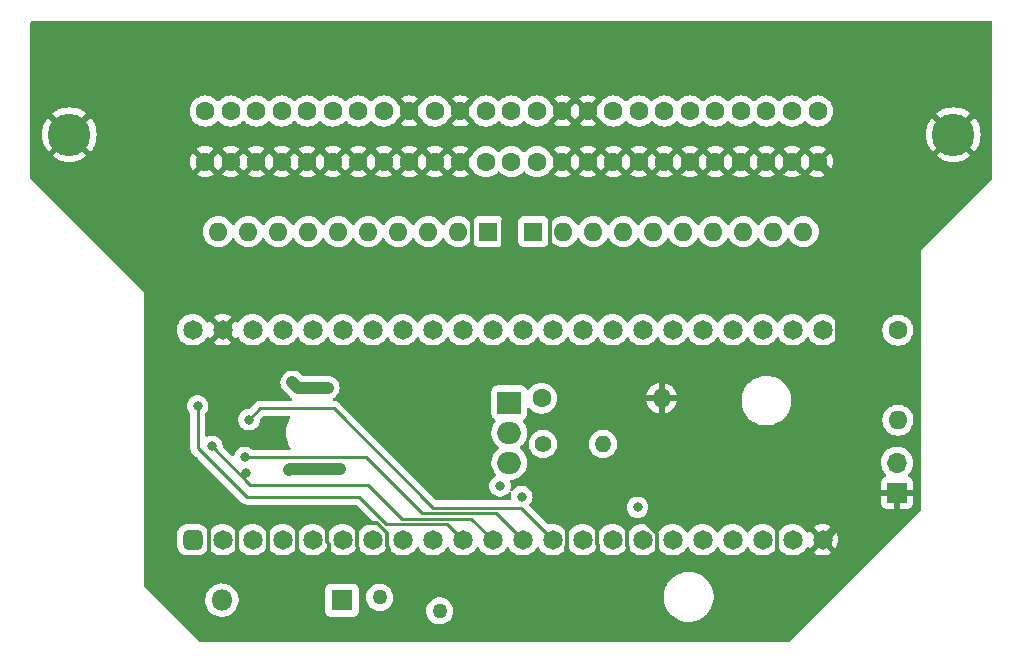
<source format=gbr>
%TF.GenerationSoftware,KiCad,Pcbnew,(6.0.2)*%
%TF.CreationDate,2022-04-05T12:16:13-06:00*%
%TF.ProjectId,Centronics50_F4Lite_THTV1,43656e74-726f-46e6-9963-7335305f4634,rev?*%
%TF.SameCoordinates,Original*%
%TF.FileFunction,Copper,L3,Inr*%
%TF.FilePolarity,Positive*%
%FSLAX46Y46*%
G04 Gerber Fmt 4.6, Leading zero omitted, Abs format (unit mm)*
G04 Created by KiCad (PCBNEW (6.0.2)) date 2022-04-05 12:16:13*
%MOMM*%
%LPD*%
G01*
G04 APERTURE LIST*
G04 Aperture macros list*
%AMRoundRect*
0 Rectangle with rounded corners*
0 $1 Rounding radius*
0 $2 $3 $4 $5 $6 $7 $8 $9 X,Y pos of 4 corners*
0 Add a 4 corners polygon primitive as box body*
4,1,4,$2,$3,$4,$5,$6,$7,$8,$9,$2,$3,0*
0 Add four circle primitives for the rounded corners*
1,1,$1+$1,$2,$3*
1,1,$1+$1,$4,$5*
1,1,$1+$1,$6,$7*
1,1,$1+$1,$8,$9*
0 Add four rect primitives between the rounded corners*
20,1,$1+$1,$2,$3,$4,$5,0*
20,1,$1+$1,$4,$5,$6,$7,0*
20,1,$1+$1,$6,$7,$8,$9,0*
20,1,$1+$1,$8,$9,$2,$3,0*%
G04 Aperture macros list end*
%TA.AperFunction,ComponentPad*%
%ADD10O,1.800000X1.800000*%
%TD*%
%TA.AperFunction,ComponentPad*%
%ADD11R,1.800000X1.800000*%
%TD*%
%TA.AperFunction,ComponentPad*%
%ADD12O,1.600000X1.600000*%
%TD*%
%TA.AperFunction,ComponentPad*%
%ADD13C,1.600000*%
%TD*%
%TA.AperFunction,ComponentPad*%
%ADD14O,1.700000X1.700000*%
%TD*%
%TA.AperFunction,ComponentPad*%
%ADD15R,1.700000X1.700000*%
%TD*%
%TA.AperFunction,ComponentPad*%
%ADD16C,3.600000*%
%TD*%
%TA.AperFunction,ComponentPad*%
%ADD17C,1.270000*%
%TD*%
%TA.AperFunction,ComponentPad*%
%ADD18C,1.650000*%
%TD*%
%TA.AperFunction,ComponentPad*%
%ADD19RoundRect,0.412500X0.412500X-0.412500X0.412500X0.412500X-0.412500X0.412500X-0.412500X-0.412500X0*%
%TD*%
%TA.AperFunction,ComponentPad*%
%ADD20O,2.000000X1.905000*%
%TD*%
%TA.AperFunction,ComponentPad*%
%ADD21R,2.000000X1.905000*%
%TD*%
%TA.AperFunction,ComponentPad*%
%ADD22R,1.600000X1.600000*%
%TD*%
%TA.AperFunction,ComponentPad*%
%ADD23O,1.400000X1.400000*%
%TD*%
%TA.AperFunction,ComponentPad*%
%ADD24C,1.400000*%
%TD*%
%TA.AperFunction,ViaPad*%
%ADD25C,0.800000*%
%TD*%
%TA.AperFunction,Conductor*%
%ADD26C,0.750000*%
%TD*%
%TA.AperFunction,Conductor*%
%ADD27C,0.450000*%
%TD*%
%TA.AperFunction,Conductor*%
%ADD28C,0.330000*%
%TD*%
%TA.AperFunction,Conductor*%
%ADD29C,0.250000*%
%TD*%
%TA.AperFunction,Conductor*%
%ADD30C,1.000000*%
%TD*%
G04 APERTURE END LIST*
D10*
%TO.N,+5V*%
%TO.C,D2*%
X111704120Y-79413100D03*
D11*
%TO.N,+5VP*%
X121864120Y-79413100D03*
%TD*%
D12*
%TO.N,Net-(J3-Pad2)*%
%TO.C,R_LED*%
X168935400Y-64165480D03*
D13*
%TO.N,Net-(R3-Pad1)*%
X168935400Y-56545480D03*
%TD*%
D14*
%TO.N,Net-(J3-Pad2)*%
%TO.C,J3*%
X168854120Y-67767200D03*
D15*
%TO.N,GND*%
X168854120Y-70307200D03*
%TD*%
D16*
%TO.N,GND*%
%TO.C,U3*%
X98782500Y-39998460D03*
X173632500Y-39998460D03*
D13*
%TO.N,IO*%
X110287500Y-37998460D03*
%TO.N,REQ*%
X112447500Y-37998460D03*
%TO.N,CD*%
X114607500Y-37998460D03*
%TO.N,SEL*%
X116767500Y-37998460D03*
%TO.N,MSG*%
X118927500Y-37998460D03*
%TO.N,RST*%
X121087500Y-37998460D03*
%TO.N,ACK*%
X123247500Y-37998460D03*
%TO.N,BSY*%
X125407500Y-37998460D03*
%TO.N,GND*%
X127567500Y-37998460D03*
%TO.N,ATN*%
X129727500Y-37998460D03*
%TO.N,GND*%
X131887500Y-37998460D03*
%TO.N,Net-(U3-Pad39)*%
X134047500Y-37998460D03*
%TO.N,+5V*%
X136207500Y-37998460D03*
%TO.N,Net-(U3-Pad37)*%
X138367500Y-37998460D03*
%TO.N,GND*%
X140527500Y-37998460D03*
X142687500Y-37998460D03*
%TO.N,DBP*%
X144847500Y-37998460D03*
%TO.N,DB7*%
X147007500Y-37998460D03*
%TO.N,DB6*%
X149167500Y-37998460D03*
%TO.N,DB5*%
X151327500Y-37998460D03*
%TO.N,DB4*%
X153487500Y-37998460D03*
%TO.N,DB3*%
X155647500Y-37998460D03*
%TO.N,DB2*%
X157807500Y-37998460D03*
%TO.N,DB1*%
X159967500Y-37998460D03*
%TO.N,DB0*%
X162127500Y-37998460D03*
%TO.N,GND*%
X110287500Y-42288460D03*
X112447500Y-42288460D03*
X114607500Y-42288460D03*
X116767500Y-42288460D03*
X118927500Y-42288460D03*
X121087500Y-42288460D03*
X123247500Y-42288460D03*
X125407500Y-42288460D03*
X127567500Y-42288460D03*
X129727500Y-42288460D03*
X131887500Y-42288460D03*
%TO.N,Net-(U3-Pad14)*%
X134047500Y-42288460D03*
%TO.N,Net-(U3-Pad13)*%
X136207500Y-42288460D03*
%TO.N,Net-(U3-Pad12)*%
X138367500Y-42288460D03*
%TO.N,GND*%
X140527500Y-42288460D03*
X142687500Y-42288460D03*
X144847500Y-42288460D03*
X147007500Y-42288460D03*
X149167500Y-42288460D03*
X151327500Y-42288460D03*
X153487500Y-42288460D03*
X155647500Y-42288460D03*
X157807500Y-42288460D03*
X159967500Y-42288460D03*
X162127500Y-42288460D03*
%TD*%
D17*
%TO.N,+5F*%
%TO.C,F1*%
X130131820Y-80327500D03*
%TO.N,+5VP*%
X125051820Y-79184500D03*
%TD*%
D18*
%TO.N,+5VP*%
%TO.C,U2*%
X109216095Y-56513742D03*
%TO.N,GND*%
X111756095Y-56513742D03*
%TO.N,+3V3*%
X114296095Y-56513742D03*
%TO.N,Net-(U2-Pad41)*%
X116836095Y-56513742D03*
%TO.N,Net-(U2-Pad40)*%
X119376095Y-56513742D03*
%TO.N,Net-(U2-Pad39)*%
X121916095Y-56513742D03*
%TO.N,Net-(U2-Pad38)*%
X124456095Y-56513742D03*
%TO.N,DB7*%
X126996095Y-56513742D03*
%TO.N,DB6*%
X129536095Y-56513742D03*
%TO.N,DB5*%
X132076095Y-56513742D03*
%TO.N,DB4*%
X134616095Y-56513742D03*
%TO.N,DB2*%
X137156095Y-56513742D03*
%TO.N,DB1*%
X139696095Y-56513742D03*
%TO.N,DB0*%
X142236095Y-56513742D03*
%TO.N,IO*%
X144776095Y-56513742D03*
%TO.N,REQ*%
X147316095Y-56513742D03*
%TO.N,CD*%
X149856095Y-56513742D03*
%TO.N,SEL*%
X152396095Y-56513742D03*
%TO.N,MSG*%
X154936095Y-56513742D03*
%TO.N,DB3*%
X157476095Y-56513742D03*
%TO.N,Net-(R3-Pad1)*%
X160016095Y-56513742D03*
%TO.N,DBP*%
X162556095Y-56513742D03*
%TO.N,GND*%
X162556095Y-74293742D03*
%TO.N,RST*%
X160016095Y-74293742D03*
%TO.N,Net-(U2-Pad20)*%
X157476095Y-74293742D03*
%TO.N,Net-(U2-Pad19)*%
X154936095Y-74293742D03*
%TO.N,Net-(U2-Pad18)*%
X152396095Y-74293742D03*
%TO.N,Net-(U2-Pad17)*%
X149856095Y-74293742D03*
%TO.N,ACK*%
X147316095Y-74293742D03*
%TO.N,BSY*%
X144776095Y-74293742D03*
%TO.N,ATN*%
X142236095Y-74293742D03*
%TO.N,SD_MOSI*%
X139696095Y-74293742D03*
%TO.N,SD_MISO*%
X137156095Y-74293742D03*
%TO.N,SD_CLK*%
X134616095Y-74293742D03*
%TO.N,SD_CS*%
X132076095Y-74293742D03*
%TO.N,Net-(U2-Pad9)*%
X129536095Y-74293742D03*
%TO.N,Net-(U2-Pad8)*%
X126996095Y-74293742D03*
%TO.N,Net-(U2-Pad7)*%
X124456095Y-74293742D03*
%TO.N,Net-(U2-Pad6)*%
X121916095Y-74293742D03*
%TO.N,Net-(U2-Pad5)*%
X119376095Y-74293742D03*
%TO.N,Net-(U2-Pad4)*%
X116836095Y-74293742D03*
%TO.N,Net-(U2-Pad3)*%
X114296095Y-74293742D03*
%TO.N,Net-(U2-Pad2)*%
X111756095Y-74293742D03*
D19*
%TO.N,Net-(U2-Pad1)*%
X109216095Y-74293742D03*
%TD*%
D20*
%TO.N,+5F*%
%TO.C,U1*%
X136028334Y-67778644D03*
%TO.N,+2V8*%
X136028334Y-65238644D03*
D21*
%TO.N,Net-(C1-Pad1)*%
X136028334Y-62698644D03*
%TD*%
D12*
%TO.N,DB0*%
%TO.C,RN2*%
X160921700Y-48204120D03*
%TO.N,DB1*%
X158381700Y-48204120D03*
%TO.N,DB2*%
X155841700Y-48204120D03*
%TO.N,DB3*%
X153301700Y-48204120D03*
%TO.N,DB4*%
X150761700Y-48204120D03*
%TO.N,DB5*%
X148221700Y-48204120D03*
%TO.N,DB6*%
X145681700Y-48204120D03*
%TO.N,DB7*%
X143141700Y-48204120D03*
%TO.N,DBP*%
X140601700Y-48204120D03*
D22*
%TO.N,+2V8*%
X138061700Y-48204120D03*
%TD*%
D12*
%TO.N,IO*%
%TO.C,RN1*%
X111391700Y-48204120D03*
%TO.N,REQ*%
X113931700Y-48204120D03*
%TO.N,CD*%
X116471700Y-48204120D03*
%TO.N,SEL*%
X119011700Y-48204120D03*
%TO.N,MSG*%
X121551700Y-48204120D03*
%TO.N,RST*%
X124091700Y-48204120D03*
%TO.N,ACK*%
X126631700Y-48204120D03*
%TO.N,BSY*%
X129171700Y-48204120D03*
%TO.N,ATN*%
X131711700Y-48204120D03*
D22*
%TO.N,+2V8*%
X134251700Y-48204120D03*
%TD*%
D23*
%TO.N,Net-(C1-Pad1)*%
%TO.C,R2*%
X143965834Y-66191144D03*
D24*
%TO.N,+2V8*%
X138885834Y-66191144D03*
%TD*%
D12*
%TO.N,GND*%
%TO.C,R1*%
X148918834Y-62317642D03*
D13*
%TO.N,Net-(C1-Pad1)*%
X138758834Y-62317642D03*
%TD*%
D25*
%TO.N,GND*%
X161206096Y-51493504D03*
X158887160Y-53850540D03*
X151019510Y-50910490D03*
X108524040Y-44594780D03*
X108498640Y-46865540D03*
X103868220Y-44518580D03*
X103893620Y-46817280D03*
X162514280Y-71269860D03*
X162514280Y-77106780D03*
X139862560Y-44782740D03*
X113479580Y-62776100D03*
X110314740Y-61678820D03*
X109298740Y-67627500D03*
%TO.N,+2V8*%
X117668040Y-60975240D03*
X120644920Y-61422280D03*
X121719340Y-68348860D03*
X117386100Y-68412360D03*
%TO.N,SD_CS*%
X109649260Y-62974220D03*
%TO.N,SD_CLK*%
X110845600Y-66397010D03*
%TO.N,SD_MISO*%
X113637060Y-67330320D03*
%TO.N,SD_MOSI*%
X113997740Y-64124840D03*
%TO.N,ATN*%
X135242300Y-69740780D03*
%TO.N,BSY*%
X137083800Y-70639940D03*
%TO.N,ACK*%
X146888200Y-71546720D03*
%TO.N,SD_CLK*%
X113764060Y-68681600D03*
%TO.N,GND*%
X118215410Y-51067970D03*
X120265190Y-50725070D03*
X116072920Y-51574700D03*
X113150650Y-39673530D03*
X115285520Y-39672260D03*
X117475000Y-39796720D03*
X119600980Y-39801800D03*
X121799350Y-39775130D03*
X123990100Y-39715440D03*
X126153985Y-39743575D03*
X121168160Y-45115480D03*
X159967500Y-39953360D03*
X157807500Y-39961980D03*
X155647500Y-39909640D03*
X153487500Y-39958900D03*
X151327500Y-39906560D03*
X149167500Y-39955820D03*
X147007500Y-40005080D03*
X144847500Y-39952740D03*
%TD*%
D26*
%TO.N,GND*%
X163956096Y-44117056D02*
X162127500Y-42288460D01*
X163956096Y-72893741D02*
X163956096Y-44117056D01*
X162556095Y-74293742D02*
X163956096Y-72893741D01*
D27*
X135476701Y-47339259D02*
X135476701Y-53941259D01*
X140527500Y-42288460D02*
X135476701Y-47339259D01*
D28*
X162556095Y-74293742D02*
X160512677Y-76337160D01*
X115587780Y-76337160D02*
X115587780Y-72994520D01*
X117960140Y-76337160D02*
X118026096Y-76271204D01*
X118026096Y-76271204D02*
X118026096Y-73101284D01*
X117960140Y-76337160D02*
X115587780Y-76337160D01*
X120741440Y-74698860D02*
X120566096Y-74523516D01*
X120741440Y-76337160D02*
X120741440Y-74698860D01*
X120741440Y-76337160D02*
X117960140Y-76337160D01*
X120566096Y-74523516D02*
X120566096Y-73210336D01*
X123106096Y-74843556D02*
X123106096Y-73334796D01*
X123240800Y-76337160D02*
X123240800Y-74978260D01*
X123240800Y-76337160D02*
X120741440Y-76337160D01*
X123240800Y-74978260D02*
X123106096Y-74843556D01*
X125646096Y-73722541D02*
X124788535Y-72864980D01*
X125849380Y-76337160D02*
X123240800Y-76337160D01*
X125849380Y-76337160D02*
X125849380Y-75062080D01*
X125646096Y-74858796D02*
X125646096Y-73722541D01*
X125849380Y-75062080D02*
X125646096Y-74858796D01*
X124788535Y-72864980D02*
X124254260Y-72864980D01*
X112946096Y-76327084D02*
X112946096Y-72814264D01*
X112936020Y-76337160D02*
X112946096Y-76327084D01*
X115587780Y-76337160D02*
X112936020Y-76337160D01*
X110563660Y-76337160D02*
X110563660Y-73014840D01*
X110563660Y-76337160D02*
X109768640Y-76337160D01*
X112936020Y-76337160D02*
X110563660Y-76337160D01*
X140886096Y-74864943D02*
X140886096Y-72339116D01*
X140853160Y-74897879D02*
X140886096Y-74864943D01*
X140853160Y-76337160D02*
X140853160Y-74897879D01*
X140853160Y-76337160D02*
X125849380Y-76337160D01*
X143504920Y-74719180D02*
X143426096Y-74640356D01*
X143426096Y-74640356D02*
X143426096Y-73217956D01*
X143504920Y-76337160D02*
X143504920Y-74719180D01*
X143504920Y-76337160D02*
X140853160Y-76337160D01*
X145966096Y-74830856D02*
X145966096Y-73515136D01*
X146090640Y-74955400D02*
X145966096Y-74830856D01*
X146090640Y-76337160D02*
X146090640Y-74955400D01*
X146090640Y-76337160D02*
X143504920Y-76337160D01*
X148572220Y-73788665D02*
X147708620Y-72925065D01*
X148572220Y-76337160D02*
X148572220Y-73788665D01*
X148572220Y-76337160D02*
X146090640Y-76337160D01*
X158724600Y-76337160D02*
X158724600Y-74391520D01*
X158724600Y-76337160D02*
X148572220Y-76337160D01*
X160512677Y-76337160D02*
X158724600Y-76337160D01*
X158724600Y-74391520D02*
X158724600Y-73118980D01*
X139436699Y-50186179D02*
X139436699Y-46897701D01*
X140161010Y-50910490D02*
X139436699Y-50186179D01*
X143048990Y-50910490D02*
X140161010Y-50910490D01*
X143048990Y-50910490D02*
X133460490Y-50910490D01*
X151019510Y-50910490D02*
X143048990Y-50910490D01*
X132876701Y-50326701D02*
X132876701Y-47011179D01*
X133460490Y-50910490D02*
X132876701Y-50326701D01*
D29*
%TO.N,SD_CS*%
X130737522Y-72955169D02*
X125611909Y-72955169D01*
X132076095Y-74293742D02*
X130737522Y-72955169D01*
X125611909Y-72955169D02*
X123339860Y-70683120D01*
X123339860Y-70683120D02*
X113792000Y-70683120D01*
X113792000Y-70683120D02*
X109649260Y-66540380D01*
X109649260Y-66540380D02*
X109649260Y-62974220D01*
X109649260Y-62974220D02*
X109649260Y-62974220D01*
%TO.N,SD_CLK*%
X132827513Y-72505160D02*
X126960220Y-72505160D01*
X134616095Y-74293742D02*
X132827513Y-72505160D01*
X126960220Y-72505160D02*
X124081540Y-69626480D01*
X114075070Y-69626480D02*
X110845600Y-66397010D01*
X124081540Y-69626480D02*
X114075070Y-69626480D01*
X110845600Y-66397010D02*
X110845600Y-66397010D01*
%TO.N,SD_MISO*%
X134917503Y-72055150D02*
X128648890Y-72055150D01*
X137156095Y-74293742D02*
X134917503Y-72055150D01*
X128648890Y-72055150D02*
X125069600Y-68475860D01*
X125069600Y-68475860D02*
X125069600Y-68470780D01*
X125069600Y-68470780D02*
X123929140Y-67330320D01*
X123929140Y-67330320D02*
X113637060Y-67330320D01*
X113637060Y-67330320D02*
X113637060Y-67330320D01*
%TO.N,SD_MOSI*%
X139696095Y-74293742D02*
X137007493Y-71605140D01*
X137007493Y-71605140D02*
X129603500Y-71605140D01*
X121162003Y-63163643D02*
X114958937Y-63163643D01*
X129603500Y-71605140D02*
X121162003Y-63163643D01*
X114958937Y-63163643D02*
X113997740Y-64124840D01*
X113997740Y-64124840D02*
X113997740Y-64124840D01*
D30*
%TO.N,+2V8*%
X117449600Y-68348860D02*
X117386100Y-68412360D01*
X121719340Y-68348860D02*
X117449600Y-68348860D01*
X118115080Y-61422280D02*
X117668040Y-60975240D01*
X120644920Y-61422280D02*
X118115080Y-61422280D01*
%TD*%
%TA.AperFunction,Conductor*%
%TO.N,GND*%
G36*
X176884121Y-30411102D02*
G01*
X176930614Y-30464758D01*
X176942000Y-30517100D01*
X176942000Y-43656530D01*
X176921998Y-43724651D01*
X176905095Y-43745625D01*
X171085650Y-49565070D01*
X171076121Y-49572683D01*
X171076436Y-49573053D01*
X171069601Y-49578870D01*
X171062009Y-49583660D01*
X171056068Y-49590387D01*
X171026406Y-49623973D01*
X171021059Y-49629661D01*
X171009637Y-49641083D01*
X171006951Y-49644667D01*
X171006949Y-49644669D01*
X171003372Y-49649442D01*
X170997001Y-49657268D01*
X170965684Y-49692728D01*
X170961868Y-49700857D01*
X170960228Y-49703353D01*
X170951292Y-49718223D01*
X170949850Y-49720857D01*
X170944468Y-49728038D01*
X170927872Y-49772308D01*
X170923944Y-49781629D01*
X170907656Y-49816320D01*
X170907654Y-49816327D01*
X170903841Y-49824448D01*
X170902460Y-49833315D01*
X170901582Y-49836189D01*
X170897184Y-49852952D01*
X170896538Y-49855890D01*
X170893388Y-49864292D01*
X170892723Y-49873242D01*
X170889883Y-49911460D01*
X170888731Y-49921496D01*
X170886640Y-49934923D01*
X170886640Y-49950415D01*
X170886294Y-49959753D01*
X170882604Y-50009407D01*
X170884479Y-50018189D01*
X170885046Y-50026503D01*
X170886640Y-50041610D01*
X170886640Y-71738801D01*
X170866638Y-71806922D01*
X170849743Y-71827889D01*
X165576911Y-77101649D01*
X161205004Y-81474325D01*
X159737239Y-82942348D01*
X159674930Y-82976378D01*
X159648136Y-82979260D01*
X109914410Y-82979260D01*
X109846289Y-82959258D01*
X109825315Y-82942355D01*
X106261529Y-79378569D01*
X110291215Y-79378569D01*
X110291512Y-79383722D01*
X110291512Y-79383725D01*
X110300790Y-79544638D01*
X110304547Y-79609797D01*
X110305684Y-79614843D01*
X110305685Y-79614849D01*
X110330021Y-79722836D01*
X110355466Y-79835742D01*
X110357408Y-79840524D01*
X110357409Y-79840528D01*
X110422258Y-80000232D01*
X110442604Y-80050337D01*
X110563621Y-80247819D01*
X110715267Y-80422884D01*
X110893469Y-80570830D01*
X111093442Y-80687684D01*
X111309814Y-80770309D01*
X111314880Y-80771340D01*
X111314881Y-80771340D01*
X111367966Y-80782140D01*
X111536776Y-80816485D01*
X111666209Y-80821231D01*
X111763069Y-80824783D01*
X111763073Y-80824783D01*
X111768233Y-80824972D01*
X111773353Y-80824316D01*
X111773355Y-80824316D01*
X111847286Y-80814845D01*
X111997967Y-80795542D01*
X112002915Y-80794057D01*
X112002922Y-80794056D01*
X112214867Y-80730469D01*
X112219810Y-80728986D01*
X112300356Y-80689527D01*
X112423169Y-80629362D01*
X112423172Y-80629360D01*
X112427804Y-80627091D01*
X112616363Y-80492594D01*
X112748182Y-80361234D01*
X120455620Y-80361234D01*
X120462375Y-80423416D01*
X120513505Y-80559805D01*
X120600859Y-80676361D01*
X120717415Y-80763715D01*
X120853804Y-80814845D01*
X120915986Y-80821600D01*
X122812254Y-80821600D01*
X122874436Y-80814845D01*
X123010825Y-80763715D01*
X123127381Y-80676361D01*
X123214735Y-80559805D01*
X123265865Y-80423416D01*
X123272620Y-80361234D01*
X123272620Y-79154438D01*
X123903815Y-79154438D01*
X123917560Y-79364149D01*
X123969291Y-79567843D01*
X123971710Y-79573090D01*
X124054858Y-79753453D01*
X124054861Y-79753458D01*
X124057277Y-79758699D01*
X124060608Y-79763412D01*
X124060609Y-79763414D01*
X124172345Y-79921515D01*
X124178571Y-79930325D01*
X124329109Y-80076974D01*
X124333905Y-80080179D01*
X124333908Y-80080181D01*
X124382512Y-80112657D01*
X124503851Y-80193733D01*
X124509159Y-80196014D01*
X124509160Y-80196014D01*
X124691642Y-80274414D01*
X124691645Y-80274415D01*
X124696945Y-80276692D01*
X124702574Y-80277966D01*
X124702575Y-80277966D01*
X124896287Y-80321799D01*
X124896293Y-80321800D01*
X124901924Y-80323074D01*
X124907695Y-80323301D01*
X124907697Y-80323301D01*
X124971253Y-80325798D01*
X125111923Y-80331325D01*
X125319908Y-80301169D01*
X125325372Y-80299314D01*
X125325377Y-80299313D01*
X125330901Y-80297438D01*
X128983815Y-80297438D01*
X128997560Y-80507149D01*
X129049291Y-80710843D01*
X129051710Y-80716090D01*
X129134858Y-80896453D01*
X129134861Y-80896458D01*
X129137277Y-80901699D01*
X129140608Y-80906412D01*
X129140609Y-80906414D01*
X129250477Y-81061872D01*
X129258571Y-81073325D01*
X129409109Y-81219974D01*
X129413905Y-81223179D01*
X129413908Y-81223181D01*
X129438571Y-81239660D01*
X129583851Y-81336733D01*
X129589159Y-81339014D01*
X129589160Y-81339014D01*
X129771642Y-81417414D01*
X129771645Y-81417415D01*
X129776945Y-81419692D01*
X129782574Y-81420966D01*
X129782575Y-81420966D01*
X129976287Y-81464799D01*
X129976293Y-81464800D01*
X129981924Y-81466074D01*
X129987695Y-81466301D01*
X129987697Y-81466301D01*
X130051253Y-81468798D01*
X130191923Y-81474325D01*
X130399908Y-81444169D01*
X130405372Y-81442314D01*
X130405377Y-81442313D01*
X130593444Y-81378473D01*
X130593449Y-81378471D01*
X130598916Y-81376615D01*
X130782280Y-81273926D01*
X130943861Y-81139541D01*
X131078246Y-80977960D01*
X131163924Y-80824972D01*
X131178111Y-80799639D01*
X131178112Y-80799637D01*
X131180935Y-80794596D01*
X131182791Y-80789129D01*
X131182793Y-80789124D01*
X131246633Y-80601057D01*
X131246634Y-80601052D01*
X131248489Y-80595588D01*
X131278645Y-80387603D01*
X131280219Y-80327500D01*
X131260989Y-80118221D01*
X131248221Y-80072947D01*
X131225420Y-79992103D01*
X131203943Y-79915951D01*
X131110991Y-79727463D01*
X131050253Y-79646124D01*
X130988700Y-79563695D01*
X130988699Y-79563694D01*
X130985247Y-79559071D01*
X130981011Y-79555155D01*
X130835161Y-79420333D01*
X130835158Y-79420331D01*
X130830921Y-79416414D01*
X130653182Y-79304269D01*
X130551904Y-79263863D01*
X149112183Y-79263863D01*
X149112742Y-79268107D01*
X149112742Y-79268111D01*
X149125386Y-79364149D01*
X149149708Y-79548894D01*
X149225569Y-79826196D01*
X149227253Y-79830144D01*
X149335198Y-80083215D01*
X149338363Y-80090636D01*
X149412913Y-80215200D01*
X149482277Y-80331098D01*
X149486001Y-80337321D01*
X149665753Y-80561688D01*
X149737067Y-80629362D01*
X149817029Y-80705243D01*
X149874291Y-80759583D01*
X150107757Y-80927346D01*
X150111552Y-80929355D01*
X150111553Y-80929356D01*
X150133309Y-80940875D01*
X150361832Y-81061872D01*
X150386139Y-81070767D01*
X150584159Y-81143232D01*
X150631813Y-81160671D01*
X150912704Y-81221915D01*
X150941281Y-81224164D01*
X151135722Y-81239467D01*
X151135731Y-81239467D01*
X151138179Y-81239660D01*
X151293711Y-81239660D01*
X151295847Y-81239514D01*
X151295858Y-81239514D01*
X151503988Y-81225325D01*
X151503994Y-81225324D01*
X151508265Y-81225033D01*
X151512460Y-81224164D01*
X151512462Y-81224164D01*
X151649023Y-81195884D01*
X151789782Y-81166734D01*
X152060783Y-81070767D01*
X152316252Y-80938910D01*
X152319753Y-80936449D01*
X152319757Y-80936447D01*
X152491911Y-80815455D01*
X152551463Y-80773601D01*
X152663832Y-80669181D01*
X152758919Y-80580821D01*
X152758921Y-80580818D01*
X152762062Y-80577900D01*
X152944153Y-80355428D01*
X153094367Y-80110302D01*
X153209923Y-79847058D01*
X153213147Y-79835742D01*
X153287508Y-79574694D01*
X153288684Y-79570566D01*
X153328055Y-79293924D01*
X153328586Y-79290196D01*
X153328586Y-79290194D01*
X153329191Y-79285944D01*
X153329285Y-79268111D01*
X153330675Y-79002743D01*
X153330675Y-79002736D01*
X153330697Y-78998457D01*
X153326906Y-78969657D01*
X153301741Y-78778515D01*
X153293172Y-78713426D01*
X153286448Y-78688845D01*
X153250936Y-78559037D01*
X153217311Y-78436124D01*
X153181903Y-78353112D01*
X153106203Y-78175636D01*
X153106201Y-78175632D01*
X153104517Y-78171684D01*
X152956879Y-77924999D01*
X152777127Y-77700632D01*
X152568589Y-77502737D01*
X152335123Y-77334974D01*
X152313283Y-77323410D01*
X152290094Y-77311132D01*
X152081048Y-77200448D01*
X151811067Y-77101649D01*
X151530176Y-77040405D01*
X151499125Y-77037961D01*
X151307158Y-77022853D01*
X151307149Y-77022853D01*
X151304701Y-77022660D01*
X151149169Y-77022660D01*
X151147033Y-77022806D01*
X151147022Y-77022806D01*
X150938892Y-77036995D01*
X150938886Y-77036996D01*
X150934615Y-77037287D01*
X150930420Y-77038156D01*
X150930418Y-77038156D01*
X150793857Y-77066436D01*
X150653098Y-77095586D01*
X150382097Y-77191553D01*
X150126628Y-77323410D01*
X150123127Y-77325871D01*
X150123123Y-77325873D01*
X150113034Y-77332964D01*
X149891417Y-77488719D01*
X149680818Y-77684420D01*
X149498727Y-77906892D01*
X149348513Y-78152018D01*
X149232957Y-78415262D01*
X149231782Y-78419389D01*
X149231781Y-78419390D01*
X149218798Y-78464966D01*
X149154196Y-78691754D01*
X149133860Y-78834647D01*
X149117234Y-78951470D01*
X149113689Y-78976376D01*
X149113667Y-78980665D01*
X149113666Y-78980672D01*
X149112205Y-79259577D01*
X149112183Y-79263863D01*
X130551904Y-79263863D01*
X130457983Y-79226392D01*
X130452326Y-79225267D01*
X130452320Y-79225265D01*
X130257527Y-79186519D01*
X130257525Y-79186519D01*
X130251860Y-79185392D01*
X130246085Y-79185316D01*
X130246081Y-79185316D01*
X130140821Y-79183938D01*
X130041718Y-79182641D01*
X130036021Y-79183620D01*
X130036020Y-79183620D01*
X130009343Y-79188204D01*
X129834592Y-79218232D01*
X129637421Y-79290972D01*
X129456808Y-79398426D01*
X129298801Y-79536994D01*
X129168692Y-79702037D01*
X129166001Y-79707153D01*
X129165999Y-79707155D01*
X129092393Y-79847058D01*
X129070838Y-79888027D01*
X129008516Y-80088734D01*
X129007837Y-80094469D01*
X129007837Y-80094470D01*
X129005026Y-80118221D01*
X128983815Y-80297438D01*
X125330901Y-80297438D01*
X125513444Y-80235473D01*
X125513449Y-80235471D01*
X125518916Y-80233615D01*
X125702280Y-80130926D01*
X125863861Y-79996541D01*
X125998246Y-79834960D01*
X126100935Y-79651596D01*
X126102791Y-79646129D01*
X126102793Y-79646124D01*
X126166633Y-79458057D01*
X126166634Y-79458052D01*
X126168489Y-79452588D01*
X126198645Y-79244603D01*
X126200219Y-79184500D01*
X126180989Y-78975221D01*
X126123943Y-78772951D01*
X126030991Y-78584463D01*
X126021275Y-78571451D01*
X125908700Y-78420695D01*
X125908699Y-78420694D01*
X125905247Y-78416071D01*
X125901011Y-78412155D01*
X125755161Y-78277333D01*
X125755158Y-78277331D01*
X125750921Y-78273414D01*
X125573182Y-78161269D01*
X125377983Y-78083392D01*
X125372326Y-78082267D01*
X125372320Y-78082265D01*
X125177527Y-78043519D01*
X125177525Y-78043519D01*
X125171860Y-78042392D01*
X125166085Y-78042316D01*
X125166081Y-78042316D01*
X125060821Y-78040938D01*
X124961718Y-78039641D01*
X124956021Y-78040620D01*
X124956020Y-78040620D01*
X124797430Y-78067871D01*
X124754592Y-78075232D01*
X124557421Y-78147972D01*
X124376808Y-78255426D01*
X124218801Y-78393994D01*
X124088692Y-78559037D01*
X124086001Y-78564153D01*
X124085999Y-78564155D01*
X124072589Y-78589644D01*
X123990838Y-78745027D01*
X123928516Y-78945734D01*
X123903815Y-79154438D01*
X123272620Y-79154438D01*
X123272620Y-78464966D01*
X123265865Y-78402784D01*
X123214735Y-78266395D01*
X123127381Y-78149839D01*
X123010825Y-78062485D01*
X122874436Y-78011355D01*
X122812254Y-78004600D01*
X120915986Y-78004600D01*
X120853804Y-78011355D01*
X120717415Y-78062485D01*
X120600859Y-78149839D01*
X120513505Y-78266395D01*
X120462375Y-78402784D01*
X120455620Y-78464966D01*
X120455620Y-80361234D01*
X112748182Y-80361234D01*
X112780423Y-80329105D01*
X112784232Y-80323805D01*
X112817170Y-80277966D01*
X112915578Y-80141017D01*
X112920566Y-80130926D01*
X113015904Y-79938022D01*
X113015905Y-79938020D01*
X113018198Y-79933380D01*
X113085528Y-79711771D01*
X113115760Y-79482141D01*
X113115842Y-79478791D01*
X113117365Y-79416465D01*
X113117365Y-79416461D01*
X113117447Y-79413100D01*
X113108753Y-79307350D01*
X113098893Y-79187418D01*
X113098892Y-79187412D01*
X113098469Y-79182267D01*
X113045685Y-78972124D01*
X113043304Y-78962644D01*
X113043303Y-78962640D01*
X113042045Y-78957633D01*
X113039986Y-78952897D01*
X112951750Y-78749968D01*
X112951748Y-78749965D01*
X112949690Y-78745231D01*
X112823884Y-78550765D01*
X112668007Y-78379458D01*
X112663956Y-78376259D01*
X112663952Y-78376255D01*
X112490297Y-78239111D01*
X112490292Y-78239108D01*
X112486243Y-78235910D01*
X112481727Y-78233417D01*
X112481724Y-78233415D01*
X112287999Y-78126473D01*
X112287995Y-78126471D01*
X112283475Y-78123976D01*
X112278606Y-78122252D01*
X112278602Y-78122250D01*
X112070023Y-78048388D01*
X112070019Y-78048387D01*
X112065148Y-78046662D01*
X112060055Y-78045755D01*
X112060052Y-78045754D01*
X111842215Y-78006951D01*
X111842209Y-78006950D01*
X111837126Y-78006045D01*
X111764216Y-78005154D01*
X111610701Y-78003279D01*
X111610699Y-78003279D01*
X111605531Y-78003216D01*
X111376584Y-78038250D01*
X111156434Y-78110206D01*
X111151846Y-78112594D01*
X111151842Y-78112596D01*
X110955581Y-78214763D01*
X110950992Y-78217152D01*
X110946859Y-78220255D01*
X110946856Y-78220257D01*
X110769910Y-78353112D01*
X110765775Y-78356217D01*
X110728345Y-78395385D01*
X110643303Y-78484377D01*
X110605759Y-78523664D01*
X110602845Y-78527936D01*
X110602844Y-78527937D01*
X110584725Y-78554498D01*
X110475239Y-78714999D01*
X110377722Y-78925081D01*
X110315827Y-79148269D01*
X110291215Y-79378569D01*
X106261529Y-79378569D01*
X105157345Y-78274385D01*
X105123319Y-78212073D01*
X105120440Y-78185290D01*
X105120440Y-73816781D01*
X107882595Y-73816781D01*
X107882596Y-74770702D01*
X107888923Y-74851112D01*
X107890417Y-74856687D01*
X107935991Y-75026770D01*
X107939031Y-75038117D01*
X108026925Y-75210618D01*
X108148763Y-75361074D01*
X108153889Y-75365225D01*
X108262279Y-75452998D01*
X108299219Y-75482912D01*
X108471720Y-75570806D01*
X108478093Y-75572514D01*
X108478094Y-75572514D01*
X108625458Y-75612000D01*
X108658725Y-75620914D01*
X108664479Y-75621367D01*
X108664480Y-75621367D01*
X108736675Y-75627049D01*
X108736688Y-75627050D01*
X108739134Y-75627242D01*
X109216095Y-75627242D01*
X109693055Y-75627241D01*
X109741372Y-75623439D01*
X109767711Y-75621367D01*
X109767714Y-75621367D01*
X109773465Y-75620914D01*
X109960470Y-75570806D01*
X110132971Y-75482912D01*
X110169912Y-75452998D01*
X110278301Y-75365225D01*
X110283427Y-75361074D01*
X110405265Y-75210618D01*
X110463768Y-75095800D01*
X110512517Y-75044185D01*
X110581431Y-75027119D01*
X110648633Y-75050020D01*
X110679248Y-75080732D01*
X110730673Y-75154174D01*
X110895663Y-75319164D01*
X110900171Y-75322321D01*
X110900174Y-75322323D01*
X111082289Y-75449841D01*
X111086798Y-75452998D01*
X111091780Y-75455321D01*
X111091785Y-75455324D01*
X111150948Y-75482912D01*
X111298269Y-75551609D01*
X111303577Y-75553031D01*
X111303579Y-75553032D01*
X111518336Y-75610576D01*
X111518338Y-75610576D01*
X111523651Y-75612000D01*
X111756095Y-75632336D01*
X111988539Y-75612000D01*
X111993852Y-75610576D01*
X111993854Y-75610576D01*
X112208611Y-75553032D01*
X112208613Y-75553031D01*
X112213921Y-75551609D01*
X112361242Y-75482912D01*
X112420405Y-75455324D01*
X112420410Y-75455321D01*
X112425392Y-75452998D01*
X112429901Y-75449841D01*
X112612016Y-75322323D01*
X112612019Y-75322321D01*
X112616527Y-75319164D01*
X112781517Y-75154174D01*
X112915351Y-74963039D01*
X112917218Y-74959035D01*
X112968359Y-74910273D01*
X113038072Y-74896837D01*
X113103983Y-74923224D01*
X113134923Y-74958930D01*
X113136839Y-74963039D01*
X113270673Y-75154174D01*
X113435663Y-75319164D01*
X113440171Y-75322321D01*
X113440174Y-75322323D01*
X113622289Y-75449841D01*
X113626798Y-75452998D01*
X113631780Y-75455321D01*
X113631785Y-75455324D01*
X113690948Y-75482912D01*
X113838269Y-75551609D01*
X113843577Y-75553031D01*
X113843579Y-75553032D01*
X114058336Y-75610576D01*
X114058338Y-75610576D01*
X114063651Y-75612000D01*
X114296095Y-75632336D01*
X114528539Y-75612000D01*
X114533852Y-75610576D01*
X114533854Y-75610576D01*
X114748611Y-75553032D01*
X114748613Y-75553031D01*
X114753921Y-75551609D01*
X114901242Y-75482912D01*
X114960405Y-75455324D01*
X114960410Y-75455321D01*
X114965392Y-75452998D01*
X114969901Y-75449841D01*
X115152016Y-75322323D01*
X115152019Y-75322321D01*
X115156527Y-75319164D01*
X115321517Y-75154174D01*
X115455351Y-74963039D01*
X115457218Y-74959035D01*
X115508359Y-74910273D01*
X115578072Y-74896837D01*
X115643983Y-74923224D01*
X115674923Y-74958930D01*
X115676839Y-74963039D01*
X115810673Y-75154174D01*
X115975663Y-75319164D01*
X115980171Y-75322321D01*
X115980174Y-75322323D01*
X116162289Y-75449841D01*
X116166798Y-75452998D01*
X116171780Y-75455321D01*
X116171785Y-75455324D01*
X116230948Y-75482912D01*
X116378269Y-75551609D01*
X116383577Y-75553031D01*
X116383579Y-75553032D01*
X116598336Y-75610576D01*
X116598338Y-75610576D01*
X116603651Y-75612000D01*
X116836095Y-75632336D01*
X117068539Y-75612000D01*
X117073852Y-75610576D01*
X117073854Y-75610576D01*
X117288611Y-75553032D01*
X117288613Y-75553031D01*
X117293921Y-75551609D01*
X117441242Y-75482912D01*
X117500405Y-75455324D01*
X117500410Y-75455321D01*
X117505392Y-75452998D01*
X117509901Y-75449841D01*
X117692016Y-75322323D01*
X117692019Y-75322321D01*
X117696527Y-75319164D01*
X117861517Y-75154174D01*
X117995351Y-74963039D01*
X117997218Y-74959035D01*
X118048359Y-74910273D01*
X118118072Y-74896837D01*
X118183983Y-74923224D01*
X118214923Y-74958930D01*
X118216839Y-74963039D01*
X118350673Y-75154174D01*
X118515663Y-75319164D01*
X118520171Y-75322321D01*
X118520174Y-75322323D01*
X118702289Y-75449841D01*
X118706798Y-75452998D01*
X118711780Y-75455321D01*
X118711785Y-75455324D01*
X118770948Y-75482912D01*
X118918269Y-75551609D01*
X118923577Y-75553031D01*
X118923579Y-75553032D01*
X119138336Y-75610576D01*
X119138338Y-75610576D01*
X119143651Y-75612000D01*
X119376095Y-75632336D01*
X119608539Y-75612000D01*
X119613852Y-75610576D01*
X119613854Y-75610576D01*
X119828611Y-75553032D01*
X119828613Y-75553031D01*
X119833921Y-75551609D01*
X119981242Y-75482912D01*
X120040405Y-75455324D01*
X120040410Y-75455321D01*
X120045392Y-75452998D01*
X120049901Y-75449841D01*
X120232016Y-75322323D01*
X120232019Y-75322321D01*
X120236527Y-75319164D01*
X120401517Y-75154174D01*
X120535351Y-74963039D01*
X120537218Y-74959035D01*
X120588359Y-74910273D01*
X120658072Y-74896837D01*
X120723983Y-74923224D01*
X120754923Y-74958930D01*
X120756839Y-74963039D01*
X120890673Y-75154174D01*
X121055663Y-75319164D01*
X121060171Y-75322321D01*
X121060174Y-75322323D01*
X121242289Y-75449841D01*
X121246798Y-75452998D01*
X121251780Y-75455321D01*
X121251785Y-75455324D01*
X121310948Y-75482912D01*
X121458269Y-75551609D01*
X121463577Y-75553031D01*
X121463579Y-75553032D01*
X121678336Y-75610576D01*
X121678338Y-75610576D01*
X121683651Y-75612000D01*
X121916095Y-75632336D01*
X122148539Y-75612000D01*
X122153852Y-75610576D01*
X122153854Y-75610576D01*
X122368611Y-75553032D01*
X122368613Y-75553031D01*
X122373921Y-75551609D01*
X122521242Y-75482912D01*
X122580405Y-75455324D01*
X122580410Y-75455321D01*
X122585392Y-75452998D01*
X122589901Y-75449841D01*
X122772016Y-75322323D01*
X122772019Y-75322321D01*
X122776527Y-75319164D01*
X122941517Y-75154174D01*
X123075351Y-74963039D01*
X123077218Y-74959035D01*
X123128359Y-74910273D01*
X123198072Y-74896837D01*
X123263983Y-74923224D01*
X123294923Y-74958930D01*
X123296839Y-74963039D01*
X123430673Y-75154174D01*
X123595663Y-75319164D01*
X123600171Y-75322321D01*
X123600174Y-75322323D01*
X123782289Y-75449841D01*
X123786798Y-75452998D01*
X123791780Y-75455321D01*
X123791785Y-75455324D01*
X123850948Y-75482912D01*
X123998269Y-75551609D01*
X124003577Y-75553031D01*
X124003579Y-75553032D01*
X124218336Y-75610576D01*
X124218338Y-75610576D01*
X124223651Y-75612000D01*
X124456095Y-75632336D01*
X124688539Y-75612000D01*
X124693852Y-75610576D01*
X124693854Y-75610576D01*
X124908611Y-75553032D01*
X124908613Y-75553031D01*
X124913921Y-75551609D01*
X125061242Y-75482912D01*
X125120405Y-75455324D01*
X125120410Y-75455321D01*
X125125392Y-75452998D01*
X125129901Y-75449841D01*
X125312016Y-75322323D01*
X125312019Y-75322321D01*
X125316527Y-75319164D01*
X125481517Y-75154174D01*
X125615351Y-74963039D01*
X125617218Y-74959035D01*
X125668359Y-74910273D01*
X125738072Y-74896837D01*
X125803983Y-74923224D01*
X125834923Y-74958930D01*
X125836839Y-74963039D01*
X125970673Y-75154174D01*
X126135663Y-75319164D01*
X126140171Y-75322321D01*
X126140174Y-75322323D01*
X126322289Y-75449841D01*
X126326798Y-75452998D01*
X126331780Y-75455321D01*
X126331785Y-75455324D01*
X126390948Y-75482912D01*
X126538269Y-75551609D01*
X126543577Y-75553031D01*
X126543579Y-75553032D01*
X126758336Y-75610576D01*
X126758338Y-75610576D01*
X126763651Y-75612000D01*
X126996095Y-75632336D01*
X127228539Y-75612000D01*
X127233852Y-75610576D01*
X127233854Y-75610576D01*
X127448611Y-75553032D01*
X127448613Y-75553031D01*
X127453921Y-75551609D01*
X127601242Y-75482912D01*
X127660405Y-75455324D01*
X127660410Y-75455321D01*
X127665392Y-75452998D01*
X127669901Y-75449841D01*
X127852016Y-75322323D01*
X127852019Y-75322321D01*
X127856527Y-75319164D01*
X128021517Y-75154174D01*
X128155351Y-74963039D01*
X128157218Y-74959035D01*
X128208359Y-74910273D01*
X128278072Y-74896837D01*
X128343983Y-74923224D01*
X128374923Y-74958930D01*
X128376839Y-74963039D01*
X128510673Y-75154174D01*
X128675663Y-75319164D01*
X128680171Y-75322321D01*
X128680174Y-75322323D01*
X128862289Y-75449841D01*
X128866798Y-75452998D01*
X128871780Y-75455321D01*
X128871785Y-75455324D01*
X128930948Y-75482912D01*
X129078269Y-75551609D01*
X129083577Y-75553031D01*
X129083579Y-75553032D01*
X129298336Y-75610576D01*
X129298338Y-75610576D01*
X129303651Y-75612000D01*
X129536095Y-75632336D01*
X129768539Y-75612000D01*
X129773852Y-75610576D01*
X129773854Y-75610576D01*
X129988611Y-75553032D01*
X129988613Y-75553031D01*
X129993921Y-75551609D01*
X130141242Y-75482912D01*
X130200405Y-75455324D01*
X130200410Y-75455321D01*
X130205392Y-75452998D01*
X130209901Y-75449841D01*
X130392016Y-75322323D01*
X130392019Y-75322321D01*
X130396527Y-75319164D01*
X130561517Y-75154174D01*
X130695351Y-74963039D01*
X130697218Y-74959035D01*
X130748359Y-74910273D01*
X130818072Y-74896837D01*
X130883983Y-74923224D01*
X130914923Y-74958930D01*
X130916839Y-74963039D01*
X131050673Y-75154174D01*
X131215663Y-75319164D01*
X131220171Y-75322321D01*
X131220174Y-75322323D01*
X131402289Y-75449841D01*
X131406798Y-75452998D01*
X131411780Y-75455321D01*
X131411785Y-75455324D01*
X131470948Y-75482912D01*
X131618269Y-75551609D01*
X131623577Y-75553031D01*
X131623579Y-75553032D01*
X131838336Y-75610576D01*
X131838338Y-75610576D01*
X131843651Y-75612000D01*
X132076095Y-75632336D01*
X132308539Y-75612000D01*
X132313852Y-75610576D01*
X132313854Y-75610576D01*
X132528611Y-75553032D01*
X132528613Y-75553031D01*
X132533921Y-75551609D01*
X132681242Y-75482912D01*
X132740405Y-75455324D01*
X132740410Y-75455321D01*
X132745392Y-75452998D01*
X132749901Y-75449841D01*
X132932016Y-75322323D01*
X132932019Y-75322321D01*
X132936527Y-75319164D01*
X133101517Y-75154174D01*
X133235351Y-74963039D01*
X133237218Y-74959035D01*
X133288359Y-74910273D01*
X133358072Y-74896837D01*
X133423983Y-74923224D01*
X133454923Y-74958930D01*
X133456839Y-74963039D01*
X133590673Y-75154174D01*
X133755663Y-75319164D01*
X133760171Y-75322321D01*
X133760174Y-75322323D01*
X133942289Y-75449841D01*
X133946798Y-75452998D01*
X133951780Y-75455321D01*
X133951785Y-75455324D01*
X134010948Y-75482912D01*
X134158269Y-75551609D01*
X134163577Y-75553031D01*
X134163579Y-75553032D01*
X134378336Y-75610576D01*
X134378338Y-75610576D01*
X134383651Y-75612000D01*
X134616095Y-75632336D01*
X134848539Y-75612000D01*
X134853852Y-75610576D01*
X134853854Y-75610576D01*
X135068611Y-75553032D01*
X135068613Y-75553031D01*
X135073921Y-75551609D01*
X135221242Y-75482912D01*
X135280405Y-75455324D01*
X135280410Y-75455321D01*
X135285392Y-75452998D01*
X135289901Y-75449841D01*
X135472016Y-75322323D01*
X135472019Y-75322321D01*
X135476527Y-75319164D01*
X135641517Y-75154174D01*
X135775351Y-74963039D01*
X135777218Y-74959035D01*
X135828359Y-74910273D01*
X135898072Y-74896837D01*
X135963983Y-74923224D01*
X135994923Y-74958930D01*
X135996839Y-74963039D01*
X136130673Y-75154174D01*
X136295663Y-75319164D01*
X136300171Y-75322321D01*
X136300174Y-75322323D01*
X136482289Y-75449841D01*
X136486798Y-75452998D01*
X136491780Y-75455321D01*
X136491785Y-75455324D01*
X136550948Y-75482912D01*
X136698269Y-75551609D01*
X136703577Y-75553031D01*
X136703579Y-75553032D01*
X136918336Y-75610576D01*
X136918338Y-75610576D01*
X136923651Y-75612000D01*
X137156095Y-75632336D01*
X137388539Y-75612000D01*
X137393852Y-75610576D01*
X137393854Y-75610576D01*
X137608611Y-75553032D01*
X137608613Y-75553031D01*
X137613921Y-75551609D01*
X137761242Y-75482912D01*
X137820405Y-75455324D01*
X137820410Y-75455321D01*
X137825392Y-75452998D01*
X137829901Y-75449841D01*
X138012016Y-75322323D01*
X138012019Y-75322321D01*
X138016527Y-75319164D01*
X138181517Y-75154174D01*
X138315351Y-74963039D01*
X138317218Y-74959035D01*
X138368359Y-74910273D01*
X138438072Y-74896837D01*
X138503983Y-74923224D01*
X138534923Y-74958930D01*
X138536839Y-74963039D01*
X138670673Y-75154174D01*
X138835663Y-75319164D01*
X138840171Y-75322321D01*
X138840174Y-75322323D01*
X139022289Y-75449841D01*
X139026798Y-75452998D01*
X139031780Y-75455321D01*
X139031785Y-75455324D01*
X139090948Y-75482912D01*
X139238269Y-75551609D01*
X139243577Y-75553031D01*
X139243579Y-75553032D01*
X139458336Y-75610576D01*
X139458338Y-75610576D01*
X139463651Y-75612000D01*
X139696095Y-75632336D01*
X139928539Y-75612000D01*
X139933852Y-75610576D01*
X139933854Y-75610576D01*
X140148611Y-75553032D01*
X140148613Y-75553031D01*
X140153921Y-75551609D01*
X140301242Y-75482912D01*
X140360405Y-75455324D01*
X140360410Y-75455321D01*
X140365392Y-75452998D01*
X140369901Y-75449841D01*
X140552016Y-75322323D01*
X140552019Y-75322321D01*
X140556527Y-75319164D01*
X140721517Y-75154174D01*
X140855351Y-74963039D01*
X140857218Y-74959035D01*
X140908359Y-74910273D01*
X140978072Y-74896837D01*
X141043983Y-74923224D01*
X141074923Y-74958930D01*
X141076839Y-74963039D01*
X141210673Y-75154174D01*
X141375663Y-75319164D01*
X141380171Y-75322321D01*
X141380174Y-75322323D01*
X141562289Y-75449841D01*
X141566798Y-75452998D01*
X141571780Y-75455321D01*
X141571785Y-75455324D01*
X141630948Y-75482912D01*
X141778269Y-75551609D01*
X141783577Y-75553031D01*
X141783579Y-75553032D01*
X141998336Y-75610576D01*
X141998338Y-75610576D01*
X142003651Y-75612000D01*
X142236095Y-75632336D01*
X142468539Y-75612000D01*
X142473852Y-75610576D01*
X142473854Y-75610576D01*
X142688611Y-75553032D01*
X142688613Y-75553031D01*
X142693921Y-75551609D01*
X142841242Y-75482912D01*
X142900405Y-75455324D01*
X142900410Y-75455321D01*
X142905392Y-75452998D01*
X142909901Y-75449841D01*
X143092016Y-75322323D01*
X143092019Y-75322321D01*
X143096527Y-75319164D01*
X143261517Y-75154174D01*
X143395351Y-74963039D01*
X143397218Y-74959035D01*
X143448359Y-74910273D01*
X143518072Y-74896837D01*
X143583983Y-74923224D01*
X143614923Y-74958930D01*
X143616839Y-74963039D01*
X143750673Y-75154174D01*
X143915663Y-75319164D01*
X143920171Y-75322321D01*
X143920174Y-75322323D01*
X144102289Y-75449841D01*
X144106798Y-75452998D01*
X144111780Y-75455321D01*
X144111785Y-75455324D01*
X144170948Y-75482912D01*
X144318269Y-75551609D01*
X144323577Y-75553031D01*
X144323579Y-75553032D01*
X144538336Y-75610576D01*
X144538338Y-75610576D01*
X144543651Y-75612000D01*
X144776095Y-75632336D01*
X145008539Y-75612000D01*
X145013852Y-75610576D01*
X145013854Y-75610576D01*
X145228611Y-75553032D01*
X145228613Y-75553031D01*
X145233921Y-75551609D01*
X145381242Y-75482912D01*
X145440405Y-75455324D01*
X145440410Y-75455321D01*
X145445392Y-75452998D01*
X145449901Y-75449841D01*
X145632016Y-75322323D01*
X145632019Y-75322321D01*
X145636527Y-75319164D01*
X145801517Y-75154174D01*
X145935351Y-74963039D01*
X145937218Y-74959035D01*
X145988359Y-74910273D01*
X146058072Y-74896837D01*
X146123983Y-74923224D01*
X146154923Y-74958930D01*
X146156839Y-74963039D01*
X146290673Y-75154174D01*
X146455663Y-75319164D01*
X146460171Y-75322321D01*
X146460174Y-75322323D01*
X146642289Y-75449841D01*
X146646798Y-75452998D01*
X146651780Y-75455321D01*
X146651785Y-75455324D01*
X146710948Y-75482912D01*
X146858269Y-75551609D01*
X146863577Y-75553031D01*
X146863579Y-75553032D01*
X147078336Y-75610576D01*
X147078338Y-75610576D01*
X147083651Y-75612000D01*
X147316095Y-75632336D01*
X147548539Y-75612000D01*
X147553852Y-75610576D01*
X147553854Y-75610576D01*
X147768611Y-75553032D01*
X147768613Y-75553031D01*
X147773921Y-75551609D01*
X147921242Y-75482912D01*
X147980405Y-75455324D01*
X147980410Y-75455321D01*
X147985392Y-75452998D01*
X147989901Y-75449841D01*
X148172016Y-75322323D01*
X148172019Y-75322321D01*
X148176527Y-75319164D01*
X148341517Y-75154174D01*
X148475351Y-74963039D01*
X148477218Y-74959035D01*
X148528359Y-74910273D01*
X148598072Y-74896837D01*
X148663983Y-74923224D01*
X148694923Y-74958930D01*
X148696839Y-74963039D01*
X148830673Y-75154174D01*
X148995663Y-75319164D01*
X149000171Y-75322321D01*
X149000174Y-75322323D01*
X149182289Y-75449841D01*
X149186798Y-75452998D01*
X149191780Y-75455321D01*
X149191785Y-75455324D01*
X149250948Y-75482912D01*
X149398269Y-75551609D01*
X149403577Y-75553031D01*
X149403579Y-75553032D01*
X149618336Y-75610576D01*
X149618338Y-75610576D01*
X149623651Y-75612000D01*
X149856095Y-75632336D01*
X150088539Y-75612000D01*
X150093852Y-75610576D01*
X150093854Y-75610576D01*
X150308611Y-75553032D01*
X150308613Y-75553031D01*
X150313921Y-75551609D01*
X150461242Y-75482912D01*
X150520405Y-75455324D01*
X150520410Y-75455321D01*
X150525392Y-75452998D01*
X150529901Y-75449841D01*
X150712016Y-75322323D01*
X150712019Y-75322321D01*
X150716527Y-75319164D01*
X150881517Y-75154174D01*
X151015351Y-74963039D01*
X151017218Y-74959035D01*
X151068359Y-74910273D01*
X151138072Y-74896837D01*
X151203983Y-74923224D01*
X151234923Y-74958930D01*
X151236839Y-74963039D01*
X151370673Y-75154174D01*
X151535663Y-75319164D01*
X151540171Y-75322321D01*
X151540174Y-75322323D01*
X151722289Y-75449841D01*
X151726798Y-75452998D01*
X151731780Y-75455321D01*
X151731785Y-75455324D01*
X151790948Y-75482912D01*
X151938269Y-75551609D01*
X151943577Y-75553031D01*
X151943579Y-75553032D01*
X152158336Y-75610576D01*
X152158338Y-75610576D01*
X152163651Y-75612000D01*
X152396095Y-75632336D01*
X152628539Y-75612000D01*
X152633852Y-75610576D01*
X152633854Y-75610576D01*
X152848611Y-75553032D01*
X152848613Y-75553031D01*
X152853921Y-75551609D01*
X153001242Y-75482912D01*
X153060405Y-75455324D01*
X153060410Y-75455321D01*
X153065392Y-75452998D01*
X153069901Y-75449841D01*
X153252016Y-75322323D01*
X153252019Y-75322321D01*
X153256527Y-75319164D01*
X153421517Y-75154174D01*
X153555351Y-74963039D01*
X153557218Y-74959035D01*
X153608359Y-74910273D01*
X153678072Y-74896837D01*
X153743983Y-74923224D01*
X153774923Y-74958930D01*
X153776839Y-74963039D01*
X153910673Y-75154174D01*
X154075663Y-75319164D01*
X154080171Y-75322321D01*
X154080174Y-75322323D01*
X154262289Y-75449841D01*
X154266798Y-75452998D01*
X154271780Y-75455321D01*
X154271785Y-75455324D01*
X154330948Y-75482912D01*
X154478269Y-75551609D01*
X154483577Y-75553031D01*
X154483579Y-75553032D01*
X154698336Y-75610576D01*
X154698338Y-75610576D01*
X154703651Y-75612000D01*
X154936095Y-75632336D01*
X155168539Y-75612000D01*
X155173852Y-75610576D01*
X155173854Y-75610576D01*
X155388611Y-75553032D01*
X155388613Y-75553031D01*
X155393921Y-75551609D01*
X155541242Y-75482912D01*
X155600405Y-75455324D01*
X155600410Y-75455321D01*
X155605392Y-75452998D01*
X155609901Y-75449841D01*
X155792016Y-75322323D01*
X155792019Y-75322321D01*
X155796527Y-75319164D01*
X155961517Y-75154174D01*
X156095351Y-74963039D01*
X156097218Y-74959035D01*
X156148359Y-74910273D01*
X156218072Y-74896837D01*
X156283983Y-74923224D01*
X156314923Y-74958930D01*
X156316839Y-74963039D01*
X156450673Y-75154174D01*
X156615663Y-75319164D01*
X156620171Y-75322321D01*
X156620174Y-75322323D01*
X156802289Y-75449841D01*
X156806798Y-75452998D01*
X156811780Y-75455321D01*
X156811785Y-75455324D01*
X156870948Y-75482912D01*
X157018269Y-75551609D01*
X157023577Y-75553031D01*
X157023579Y-75553032D01*
X157238336Y-75610576D01*
X157238338Y-75610576D01*
X157243651Y-75612000D01*
X157476095Y-75632336D01*
X157708539Y-75612000D01*
X157713852Y-75610576D01*
X157713854Y-75610576D01*
X157928611Y-75553032D01*
X157928613Y-75553031D01*
X157933921Y-75551609D01*
X158081242Y-75482912D01*
X158140405Y-75455324D01*
X158140410Y-75455321D01*
X158145392Y-75452998D01*
X158149901Y-75449841D01*
X158332016Y-75322323D01*
X158332019Y-75322321D01*
X158336527Y-75319164D01*
X158501517Y-75154174D01*
X158635351Y-74963039D01*
X158637218Y-74959035D01*
X158688359Y-74910273D01*
X158758072Y-74896837D01*
X158823983Y-74923224D01*
X158854923Y-74958930D01*
X158856839Y-74963039D01*
X158990673Y-75154174D01*
X159155663Y-75319164D01*
X159160171Y-75322321D01*
X159160174Y-75322323D01*
X159342289Y-75449841D01*
X159346798Y-75452998D01*
X159351780Y-75455321D01*
X159351785Y-75455324D01*
X159410948Y-75482912D01*
X159558269Y-75551609D01*
X159563577Y-75553031D01*
X159563579Y-75553032D01*
X159778336Y-75610576D01*
X159778338Y-75610576D01*
X159783651Y-75612000D01*
X160016095Y-75632336D01*
X160248539Y-75612000D01*
X160253852Y-75610576D01*
X160253854Y-75610576D01*
X160468611Y-75553032D01*
X160468613Y-75553031D01*
X160473921Y-75551609D01*
X160621242Y-75482912D01*
X160680405Y-75455324D01*
X160680410Y-75455321D01*
X160685392Y-75452998D01*
X160689901Y-75449841D01*
X160764288Y-75397755D01*
X161816637Y-75397755D01*
X161825933Y-75409770D01*
X161882541Y-75449407D01*
X161892036Y-75454890D01*
X162093459Y-75548814D01*
X162103751Y-75552560D01*
X162318423Y-75610081D01*
X162329218Y-75611984D01*
X162550620Y-75631355D01*
X162561570Y-75631355D01*
X162782972Y-75611984D01*
X162793767Y-75610081D01*
X163008439Y-75552560D01*
X163018731Y-75548814D01*
X163220154Y-75454890D01*
X163229649Y-75449407D01*
X163287095Y-75409183D01*
X163295470Y-75398706D01*
X163288402Y-75385259D01*
X162568907Y-74665764D01*
X162554963Y-74658150D01*
X162553130Y-74658281D01*
X162546515Y-74662532D01*
X161823067Y-75385980D01*
X161816637Y-75397755D01*
X160764288Y-75397755D01*
X160872016Y-75322323D01*
X160872019Y-75322321D01*
X160876527Y-75319164D01*
X161041517Y-75154174D01*
X161175351Y-74963039D01*
X161177407Y-74958629D01*
X161228646Y-74909772D01*
X161298360Y-74896335D01*
X161364271Y-74922721D01*
X161395501Y-74958761D01*
X161400427Y-74967293D01*
X161440654Y-75024742D01*
X161451131Y-75033117D01*
X161464578Y-75026049D01*
X162184073Y-74306554D01*
X162190451Y-74294874D01*
X162920503Y-74294874D01*
X162920634Y-74296707D01*
X162924885Y-74303322D01*
X163648333Y-75026770D01*
X163660108Y-75033200D01*
X163672123Y-75023904D01*
X163711760Y-74967296D01*
X163717243Y-74957801D01*
X163811167Y-74756378D01*
X163814913Y-74746086D01*
X163872434Y-74531414D01*
X163874337Y-74520619D01*
X163893708Y-74299217D01*
X163893708Y-74288267D01*
X163874337Y-74066865D01*
X163872434Y-74056070D01*
X163814913Y-73841398D01*
X163811167Y-73831106D01*
X163717243Y-73629683D01*
X163711760Y-73620188D01*
X163671536Y-73562742D01*
X163661059Y-73554367D01*
X163647612Y-73561435D01*
X162928117Y-74280930D01*
X162920503Y-74294874D01*
X162190451Y-74294874D01*
X162191687Y-74292610D01*
X162191556Y-74290777D01*
X162187305Y-74284162D01*
X161463857Y-73560714D01*
X161452082Y-73554284D01*
X161440067Y-73563580D01*
X161400427Y-73620191D01*
X161395501Y-73628723D01*
X161344116Y-73677715D01*
X161274402Y-73691148D01*
X161208492Y-73664759D01*
X161177436Y-73628917D01*
X161175351Y-73624445D01*
X161041517Y-73433310D01*
X160876527Y-73268320D01*
X160872019Y-73265163D01*
X160872016Y-73265161D01*
X160762930Y-73188778D01*
X161816720Y-73188778D01*
X161823788Y-73202225D01*
X162543283Y-73921720D01*
X162557227Y-73929334D01*
X162559060Y-73929203D01*
X162565675Y-73924952D01*
X163289123Y-73201504D01*
X163295553Y-73189729D01*
X163286257Y-73177714D01*
X163229649Y-73138077D01*
X163220154Y-73132594D01*
X163018731Y-73038670D01*
X163008439Y-73034924D01*
X162793767Y-72977403D01*
X162782972Y-72975500D01*
X162561570Y-72956129D01*
X162550620Y-72956129D01*
X162329218Y-72975500D01*
X162318423Y-72977403D01*
X162103751Y-73034924D01*
X162093459Y-73038670D01*
X161892036Y-73132594D01*
X161882541Y-73138077D01*
X161825095Y-73178301D01*
X161816720Y-73188778D01*
X160762930Y-73188778D01*
X160689901Y-73137643D01*
X160689899Y-73137642D01*
X160685392Y-73134486D01*
X160680410Y-73132163D01*
X160680405Y-73132160D01*
X160478903Y-73038198D01*
X160478901Y-73038197D01*
X160473921Y-73035875D01*
X160468613Y-73034453D01*
X160468611Y-73034452D01*
X160253854Y-72976908D01*
X160253852Y-72976908D01*
X160248539Y-72975484D01*
X160016095Y-72955148D01*
X159783651Y-72975484D01*
X159778338Y-72976908D01*
X159778336Y-72976908D01*
X159563579Y-73034452D01*
X159563577Y-73034453D01*
X159558269Y-73035875D01*
X159553289Y-73038197D01*
X159553287Y-73038198D01*
X159351785Y-73132160D01*
X159351780Y-73132163D01*
X159346798Y-73134486D01*
X159342291Y-73137642D01*
X159342289Y-73137643D01*
X159160174Y-73265161D01*
X159160171Y-73265163D01*
X159155663Y-73268320D01*
X158990673Y-73433310D01*
X158856839Y-73624445D01*
X158854972Y-73628449D01*
X158803831Y-73677211D01*
X158734118Y-73690647D01*
X158668207Y-73664260D01*
X158637267Y-73628554D01*
X158635351Y-73624445D01*
X158501517Y-73433310D01*
X158336527Y-73268320D01*
X158332019Y-73265163D01*
X158332016Y-73265161D01*
X158149901Y-73137643D01*
X158149899Y-73137642D01*
X158145392Y-73134486D01*
X158140410Y-73132163D01*
X158140405Y-73132160D01*
X157938903Y-73038198D01*
X157938901Y-73038197D01*
X157933921Y-73035875D01*
X157928613Y-73034453D01*
X157928611Y-73034452D01*
X157713854Y-72976908D01*
X157713852Y-72976908D01*
X157708539Y-72975484D01*
X157476095Y-72955148D01*
X157243651Y-72975484D01*
X157238338Y-72976908D01*
X157238336Y-72976908D01*
X157023579Y-73034452D01*
X157023577Y-73034453D01*
X157018269Y-73035875D01*
X157013289Y-73038197D01*
X157013287Y-73038198D01*
X156811785Y-73132160D01*
X156811780Y-73132163D01*
X156806798Y-73134486D01*
X156802291Y-73137642D01*
X156802289Y-73137643D01*
X156620174Y-73265161D01*
X156620171Y-73265163D01*
X156615663Y-73268320D01*
X156450673Y-73433310D01*
X156316839Y-73624445D01*
X156314972Y-73628449D01*
X156263831Y-73677211D01*
X156194118Y-73690647D01*
X156128207Y-73664260D01*
X156097267Y-73628554D01*
X156095351Y-73624445D01*
X155961517Y-73433310D01*
X155796527Y-73268320D01*
X155792019Y-73265163D01*
X155792016Y-73265161D01*
X155609901Y-73137643D01*
X155609899Y-73137642D01*
X155605392Y-73134486D01*
X155600410Y-73132163D01*
X155600405Y-73132160D01*
X155398903Y-73038198D01*
X155398901Y-73038197D01*
X155393921Y-73035875D01*
X155388613Y-73034453D01*
X155388611Y-73034452D01*
X155173854Y-72976908D01*
X155173852Y-72976908D01*
X155168539Y-72975484D01*
X154936095Y-72955148D01*
X154703651Y-72975484D01*
X154698338Y-72976908D01*
X154698336Y-72976908D01*
X154483579Y-73034452D01*
X154483577Y-73034453D01*
X154478269Y-73035875D01*
X154473289Y-73038197D01*
X154473287Y-73038198D01*
X154271785Y-73132160D01*
X154271780Y-73132163D01*
X154266798Y-73134486D01*
X154262291Y-73137642D01*
X154262289Y-73137643D01*
X154080174Y-73265161D01*
X154080171Y-73265163D01*
X154075663Y-73268320D01*
X153910673Y-73433310D01*
X153776839Y-73624445D01*
X153774972Y-73628449D01*
X153723831Y-73677211D01*
X153654118Y-73690647D01*
X153588207Y-73664260D01*
X153557267Y-73628554D01*
X153555351Y-73624445D01*
X153421517Y-73433310D01*
X153256527Y-73268320D01*
X153252019Y-73265163D01*
X153252016Y-73265161D01*
X153069901Y-73137643D01*
X153069899Y-73137642D01*
X153065392Y-73134486D01*
X153060410Y-73132163D01*
X153060405Y-73132160D01*
X152858903Y-73038198D01*
X152858901Y-73038197D01*
X152853921Y-73035875D01*
X152848613Y-73034453D01*
X152848611Y-73034452D01*
X152633854Y-72976908D01*
X152633852Y-72976908D01*
X152628539Y-72975484D01*
X152396095Y-72955148D01*
X152163651Y-72975484D01*
X152158338Y-72976908D01*
X152158336Y-72976908D01*
X151943579Y-73034452D01*
X151943577Y-73034453D01*
X151938269Y-73035875D01*
X151933289Y-73038197D01*
X151933287Y-73038198D01*
X151731785Y-73132160D01*
X151731780Y-73132163D01*
X151726798Y-73134486D01*
X151722291Y-73137642D01*
X151722289Y-73137643D01*
X151540174Y-73265161D01*
X151540171Y-73265163D01*
X151535663Y-73268320D01*
X151370673Y-73433310D01*
X151236839Y-73624445D01*
X151234972Y-73628449D01*
X151183831Y-73677211D01*
X151114118Y-73690647D01*
X151048207Y-73664260D01*
X151017267Y-73628554D01*
X151015351Y-73624445D01*
X150881517Y-73433310D01*
X150716527Y-73268320D01*
X150712019Y-73265163D01*
X150712016Y-73265161D01*
X150529901Y-73137643D01*
X150529899Y-73137642D01*
X150525392Y-73134486D01*
X150520410Y-73132163D01*
X150520405Y-73132160D01*
X150318903Y-73038198D01*
X150318901Y-73038197D01*
X150313921Y-73035875D01*
X150308613Y-73034453D01*
X150308611Y-73034452D01*
X150093854Y-72976908D01*
X150093852Y-72976908D01*
X150088539Y-72975484D01*
X149856095Y-72955148D01*
X149623651Y-72975484D01*
X149618338Y-72976908D01*
X149618336Y-72976908D01*
X149403579Y-73034452D01*
X149403577Y-73034453D01*
X149398269Y-73035875D01*
X149393289Y-73038197D01*
X149393287Y-73038198D01*
X149191785Y-73132160D01*
X149191780Y-73132163D01*
X149186798Y-73134486D01*
X149182291Y-73137642D01*
X149182289Y-73137643D01*
X149000174Y-73265161D01*
X149000171Y-73265163D01*
X148995663Y-73268320D01*
X148830673Y-73433310D01*
X148696839Y-73624445D01*
X148694972Y-73628449D01*
X148643831Y-73677211D01*
X148574118Y-73690647D01*
X148508207Y-73664260D01*
X148477267Y-73628554D01*
X148475351Y-73624445D01*
X148341517Y-73433310D01*
X148176527Y-73268320D01*
X148172019Y-73265163D01*
X148172016Y-73265161D01*
X147989901Y-73137643D01*
X147989899Y-73137642D01*
X147985392Y-73134486D01*
X147980410Y-73132163D01*
X147980405Y-73132160D01*
X147778903Y-73038198D01*
X147778901Y-73038197D01*
X147773921Y-73035875D01*
X147768613Y-73034453D01*
X147768611Y-73034452D01*
X147553854Y-72976908D01*
X147553852Y-72976908D01*
X147548539Y-72975484D01*
X147316095Y-72955148D01*
X147083651Y-72975484D01*
X147078338Y-72976908D01*
X147078336Y-72976908D01*
X146863579Y-73034452D01*
X146863577Y-73034453D01*
X146858269Y-73035875D01*
X146853289Y-73038197D01*
X146853287Y-73038198D01*
X146651785Y-73132160D01*
X146651780Y-73132163D01*
X146646798Y-73134486D01*
X146642291Y-73137642D01*
X146642289Y-73137643D01*
X146460174Y-73265161D01*
X146460171Y-73265163D01*
X146455663Y-73268320D01*
X146290673Y-73433310D01*
X146156839Y-73624445D01*
X146154972Y-73628449D01*
X146103831Y-73677211D01*
X146034118Y-73690647D01*
X145968207Y-73664260D01*
X145937267Y-73628554D01*
X145935351Y-73624445D01*
X145801517Y-73433310D01*
X145636527Y-73268320D01*
X145632019Y-73265163D01*
X145632016Y-73265161D01*
X145449901Y-73137643D01*
X145449899Y-73137642D01*
X145445392Y-73134486D01*
X145440410Y-73132163D01*
X145440405Y-73132160D01*
X145238903Y-73038198D01*
X145238901Y-73038197D01*
X145233921Y-73035875D01*
X145228613Y-73034453D01*
X145228611Y-73034452D01*
X145013854Y-72976908D01*
X145013852Y-72976908D01*
X145008539Y-72975484D01*
X144776095Y-72955148D01*
X144543651Y-72975484D01*
X144538338Y-72976908D01*
X144538336Y-72976908D01*
X144323579Y-73034452D01*
X144323577Y-73034453D01*
X144318269Y-73035875D01*
X144313289Y-73038197D01*
X144313287Y-73038198D01*
X144111785Y-73132160D01*
X144111780Y-73132163D01*
X144106798Y-73134486D01*
X144102291Y-73137642D01*
X144102289Y-73137643D01*
X143920174Y-73265161D01*
X143920171Y-73265163D01*
X143915663Y-73268320D01*
X143750673Y-73433310D01*
X143616839Y-73624445D01*
X143614972Y-73628449D01*
X143563831Y-73677211D01*
X143494118Y-73690647D01*
X143428207Y-73664260D01*
X143397267Y-73628554D01*
X143395351Y-73624445D01*
X143261517Y-73433310D01*
X143096527Y-73268320D01*
X143092019Y-73265163D01*
X143092016Y-73265161D01*
X142909901Y-73137643D01*
X142909899Y-73137642D01*
X142905392Y-73134486D01*
X142900410Y-73132163D01*
X142900405Y-73132160D01*
X142698903Y-73038198D01*
X142698901Y-73038197D01*
X142693921Y-73035875D01*
X142688613Y-73034453D01*
X142688611Y-73034452D01*
X142473854Y-72976908D01*
X142473852Y-72976908D01*
X142468539Y-72975484D01*
X142236095Y-72955148D01*
X142003651Y-72975484D01*
X141998338Y-72976908D01*
X141998336Y-72976908D01*
X141783579Y-73034452D01*
X141783577Y-73034453D01*
X141778269Y-73035875D01*
X141773289Y-73038197D01*
X141773287Y-73038198D01*
X141571785Y-73132160D01*
X141571780Y-73132163D01*
X141566798Y-73134486D01*
X141562291Y-73137642D01*
X141562289Y-73137643D01*
X141380174Y-73265161D01*
X141380171Y-73265163D01*
X141375663Y-73268320D01*
X141210673Y-73433310D01*
X141076839Y-73624445D01*
X141074972Y-73628449D01*
X141023831Y-73677211D01*
X140954118Y-73690647D01*
X140888207Y-73664260D01*
X140857267Y-73628554D01*
X140855351Y-73624445D01*
X140721517Y-73433310D01*
X140556527Y-73268320D01*
X140552019Y-73265163D01*
X140552016Y-73265161D01*
X140369901Y-73137643D01*
X140369899Y-73137642D01*
X140365392Y-73134486D01*
X140360410Y-73132163D01*
X140360405Y-73132160D01*
X140158903Y-73038198D01*
X140158901Y-73038197D01*
X140153921Y-73035875D01*
X140148613Y-73034453D01*
X140148611Y-73034452D01*
X139933854Y-72976908D01*
X139933852Y-72976908D01*
X139928539Y-72975484D01*
X139696095Y-72955148D01*
X139463651Y-72975484D01*
X139458340Y-72976907D01*
X139458329Y-72976909D01*
X139384142Y-72996788D01*
X139313166Y-72995099D01*
X139262435Y-72964177D01*
X137844978Y-71546720D01*
X145974696Y-71546720D01*
X145975386Y-71553285D01*
X145987149Y-71665200D01*
X145994658Y-71736648D01*
X146053673Y-71918276D01*
X146149160Y-72083664D01*
X146153578Y-72088571D01*
X146153579Y-72088572D01*
X146252835Y-72198807D01*
X146276947Y-72225586D01*
X146431448Y-72337838D01*
X146437476Y-72340522D01*
X146437478Y-72340523D01*
X146572958Y-72400842D01*
X146605912Y-72415514D01*
X146699313Y-72435367D01*
X146786256Y-72453848D01*
X146786261Y-72453848D01*
X146792713Y-72455220D01*
X146983687Y-72455220D01*
X146990139Y-72453848D01*
X146990144Y-72453848D01*
X147077087Y-72435367D01*
X147170488Y-72415514D01*
X147203442Y-72400842D01*
X147338922Y-72340523D01*
X147338924Y-72340522D01*
X147344952Y-72337838D01*
X147499453Y-72225586D01*
X147523565Y-72198807D01*
X147622821Y-72088572D01*
X147622822Y-72088571D01*
X147627240Y-72083664D01*
X147722727Y-71918276D01*
X147781742Y-71736648D01*
X147789252Y-71665200D01*
X147801014Y-71553285D01*
X147801704Y-71546720D01*
X147787424Y-71410849D01*
X147782432Y-71363355D01*
X147782432Y-71363353D01*
X147781742Y-71356792D01*
X147731404Y-71201869D01*
X167496121Y-71201869D01*
X167496491Y-71208690D01*
X167502015Y-71259552D01*
X167505641Y-71274804D01*
X167550796Y-71395254D01*
X167559334Y-71410849D01*
X167635835Y-71512924D01*
X167648396Y-71525485D01*
X167750471Y-71601986D01*
X167766066Y-71610524D01*
X167886514Y-71655678D01*
X167901769Y-71659305D01*
X167952634Y-71664831D01*
X167959448Y-71665200D01*
X168582005Y-71665200D01*
X168597244Y-71660725D01*
X168598449Y-71659335D01*
X168600120Y-71651652D01*
X168600120Y-71647084D01*
X169108120Y-71647084D01*
X169112595Y-71662323D01*
X169113985Y-71663528D01*
X169121668Y-71665199D01*
X169748789Y-71665199D01*
X169755610Y-71664829D01*
X169806472Y-71659305D01*
X169821724Y-71655679D01*
X169942174Y-71610524D01*
X169957769Y-71601986D01*
X170059844Y-71525485D01*
X170072405Y-71512924D01*
X170148906Y-71410849D01*
X170157444Y-71395254D01*
X170202598Y-71274806D01*
X170206225Y-71259551D01*
X170211751Y-71208686D01*
X170212120Y-71201872D01*
X170212120Y-70579315D01*
X170207645Y-70564076D01*
X170206255Y-70562871D01*
X170198572Y-70561200D01*
X169126235Y-70561200D01*
X169110996Y-70565675D01*
X169109791Y-70567065D01*
X169108120Y-70574748D01*
X169108120Y-71647084D01*
X168600120Y-71647084D01*
X168600120Y-70579315D01*
X168595645Y-70564076D01*
X168594255Y-70562871D01*
X168586572Y-70561200D01*
X167514236Y-70561200D01*
X167498997Y-70565675D01*
X167497792Y-70567065D01*
X167496121Y-70574748D01*
X167496121Y-71201869D01*
X147731404Y-71201869D01*
X147722727Y-71175164D01*
X147627240Y-71009776D01*
X147574893Y-70951638D01*
X147503875Y-70872765D01*
X147503874Y-70872764D01*
X147499453Y-70867854D01*
X147344952Y-70755602D01*
X147338924Y-70752918D01*
X147338922Y-70752917D01*
X147176519Y-70680611D01*
X147176518Y-70680611D01*
X147170488Y-70677926D01*
X147077087Y-70658073D01*
X146990144Y-70639592D01*
X146990139Y-70639592D01*
X146983687Y-70638220D01*
X146792713Y-70638220D01*
X146786261Y-70639592D01*
X146786256Y-70639592D01*
X146699313Y-70658073D01*
X146605912Y-70677926D01*
X146599882Y-70680611D01*
X146599881Y-70680611D01*
X146437478Y-70752917D01*
X146437476Y-70752918D01*
X146431448Y-70755602D01*
X146276947Y-70867854D01*
X146272526Y-70872764D01*
X146272525Y-70872765D01*
X146201508Y-70951638D01*
X146149160Y-71009776D01*
X146053673Y-71175164D01*
X145994658Y-71356792D01*
X145993968Y-71363353D01*
X145993968Y-71363355D01*
X145988976Y-71410849D01*
X145974696Y-71546720D01*
X137844978Y-71546720D01*
X137742650Y-71444392D01*
X137708624Y-71382080D01*
X137713689Y-71311265D01*
X137738106Y-71270990D01*
X137822840Y-71176884D01*
X137918327Y-71011496D01*
X137977342Y-70829868D01*
X137997304Y-70639940D01*
X137989499Y-70565675D01*
X137978032Y-70456575D01*
X137978032Y-70456573D01*
X137977342Y-70450012D01*
X137918327Y-70268384D01*
X137822840Y-70102996D01*
X137813299Y-70092399D01*
X137699475Y-69965985D01*
X137699474Y-69965984D01*
X137695053Y-69961074D01*
X137540552Y-69848822D01*
X137534524Y-69846138D01*
X137534522Y-69846137D01*
X137372119Y-69773831D01*
X137372118Y-69773831D01*
X137366088Y-69771146D01*
X137254114Y-69747345D01*
X137185744Y-69732812D01*
X137185739Y-69732812D01*
X137179287Y-69731440D01*
X136988313Y-69731440D01*
X136981861Y-69732812D01*
X136981856Y-69732812D01*
X136913486Y-69747345D01*
X136801512Y-69771146D01*
X136795482Y-69773831D01*
X136795481Y-69773831D01*
X136633078Y-69846137D01*
X136633076Y-69846138D01*
X136627048Y-69848822D01*
X136472547Y-69961074D01*
X136468126Y-69965984D01*
X136468125Y-69965985D01*
X136354302Y-70092399D01*
X136344760Y-70102996D01*
X136338299Y-70114187D01*
X136286917Y-70163180D01*
X136217204Y-70176617D01*
X136151293Y-70150230D01*
X136110110Y-70092399D01*
X136106731Y-70021482D01*
X136109347Y-70012251D01*
X136133802Y-69936986D01*
X136135842Y-69930708D01*
X136144449Y-69848822D01*
X136155114Y-69747345D01*
X136155804Y-69740780D01*
X136135842Y-69550852D01*
X136086591Y-69399274D01*
X136084563Y-69328308D01*
X136121226Y-69267510D01*
X136184938Y-69236184D01*
X136196089Y-69234764D01*
X136315271Y-69224966D01*
X136507179Y-69176762D01*
X136543266Y-69167697D01*
X136543267Y-69167697D01*
X136548278Y-69166438D01*
X136704553Y-69098488D01*
X136763860Y-69072701D01*
X136763863Y-69072699D01*
X136768597Y-69070641D01*
X136920460Y-68972396D01*
X136965971Y-68942954D01*
X136965974Y-68942952D01*
X136970311Y-68940146D01*
X137148004Y-68778458D01*
X137224498Y-68681600D01*
X137293701Y-68593974D01*
X137293704Y-68593969D01*
X137296902Y-68589920D01*
X137304482Y-68576190D01*
X137410511Y-68384118D01*
X137410513Y-68384114D01*
X137413008Y-68379594D01*
X137421387Y-68355935D01*
X137491478Y-68158004D01*
X137491479Y-68158000D01*
X137493204Y-68153129D01*
X137494112Y-68148033D01*
X137534429Y-67921696D01*
X137534430Y-67921690D01*
X137535335Y-67916607D01*
X137537567Y-67733895D01*
X167491371Y-67733895D01*
X167491668Y-67739048D01*
X167491668Y-67739051D01*
X167497131Y-67833790D01*
X167504230Y-67956915D01*
X167505367Y-67961961D01*
X167505368Y-67961967D01*
X167512733Y-67994647D01*
X167553342Y-68174839D01*
X167591581Y-68269011D01*
X167629366Y-68362064D01*
X167637386Y-68381816D01*
X167640085Y-68386220D01*
X167749020Y-68563986D01*
X167754107Y-68572288D01*
X167900370Y-68741138D01*
X167904345Y-68744438D01*
X167904351Y-68744444D01*
X167909545Y-68748756D01*
X167949179Y-68807660D01*
X167950675Y-68878641D01*
X167913559Y-68939162D01*
X167873288Y-68963680D01*
X167766066Y-69003876D01*
X167750471Y-69012414D01*
X167648396Y-69088915D01*
X167635835Y-69101476D01*
X167559334Y-69203551D01*
X167550796Y-69219146D01*
X167505642Y-69339594D01*
X167502015Y-69354849D01*
X167496489Y-69405714D01*
X167496120Y-69412528D01*
X167496120Y-70035085D01*
X167500595Y-70050324D01*
X167501985Y-70051529D01*
X167509668Y-70053200D01*
X170194004Y-70053200D01*
X170209243Y-70048725D01*
X170210448Y-70047335D01*
X170212119Y-70039652D01*
X170212119Y-69412531D01*
X170211749Y-69405710D01*
X170206225Y-69354848D01*
X170202599Y-69339596D01*
X170157444Y-69219146D01*
X170148906Y-69203551D01*
X170072405Y-69101476D01*
X170059844Y-69088915D01*
X169957769Y-69012414D01*
X169942174Y-69003876D01*
X169831933Y-68962548D01*
X169775169Y-68919906D01*
X169750469Y-68853345D01*
X169765677Y-68783996D01*
X169787224Y-68755315D01*
X169888550Y-68654344D01*
X169888560Y-68654332D01*
X169892216Y-68650689D01*
X169951714Y-68567889D01*
X170019555Y-68473477D01*
X170022573Y-68469277D01*
X170049422Y-68414953D01*
X170119256Y-68273653D01*
X170119257Y-68273651D01*
X170121550Y-68269011D01*
X170186490Y-68055269D01*
X170215649Y-67833790D01*
X170217276Y-67767200D01*
X170198972Y-67544561D01*
X170144551Y-67327902D01*
X170055474Y-67123040D01*
X169964579Y-66982538D01*
X169936942Y-66939817D01*
X169936940Y-66939814D01*
X169934134Y-66935477D01*
X169783790Y-66770251D01*
X169779739Y-66767052D01*
X169779735Y-66767048D01*
X169612534Y-66635000D01*
X169612530Y-66634998D01*
X169608479Y-66631798D01*
X169588227Y-66620618D01*
X169464513Y-66552325D01*
X169412909Y-66523838D01*
X169408040Y-66522114D01*
X169408036Y-66522112D01*
X169207207Y-66450995D01*
X169207203Y-66450994D01*
X169202332Y-66449269D01*
X169197239Y-66448362D01*
X169197236Y-66448361D01*
X168987493Y-66411000D01*
X168987487Y-66410999D01*
X168982404Y-66410094D01*
X168908572Y-66409192D01*
X168764201Y-66407428D01*
X168764199Y-66407428D01*
X168759031Y-66407365D01*
X168538211Y-66441155D01*
X168325876Y-66510557D01*
X168295563Y-66526337D01*
X168152629Y-66600744D01*
X168127727Y-66613707D01*
X168123594Y-66616810D01*
X168123591Y-66616812D01*
X167959131Y-66740292D01*
X167949085Y-66747835D01*
X167794749Y-66909338D01*
X167791835Y-66913610D01*
X167791834Y-66913611D01*
X167752081Y-66971887D01*
X167668863Y-67093880D01*
X167574808Y-67296505D01*
X167515109Y-67511770D01*
X167491371Y-67733895D01*
X137537567Y-67733895D01*
X137538270Y-67676381D01*
X137501930Y-67438900D01*
X137457020Y-67301497D01*
X137428900Y-67215461D01*
X137428897Y-67215455D01*
X137427292Y-67210543D01*
X137390774Y-67140392D01*
X137318750Y-67002037D01*
X137316359Y-66997444D01*
X137269833Y-66935477D01*
X137175216Y-66809459D01*
X137175214Y-66809456D01*
X137172111Y-66805324D01*
X137032269Y-66671688D01*
X137002159Y-66642914D01*
X137002158Y-66642913D01*
X136998422Y-66639343D01*
X136961431Y-66614109D01*
X136916430Y-66559200D01*
X136908259Y-66488676D01*
X136939513Y-66424928D01*
X136963994Y-66404233D01*
X136965969Y-66402955D01*
X136970311Y-66400146D01*
X137148004Y-66238458D01*
X137185370Y-66191144D01*
X137672718Y-66191144D01*
X137691148Y-66401799D01*
X137692572Y-66407112D01*
X137692572Y-66407114D01*
X137730421Y-66548366D01*
X137745878Y-66606054D01*
X137748200Y-66611035D01*
X137748201Y-66611036D01*
X137829958Y-66786363D01*
X137835245Y-66797702D01*
X137956533Y-66970920D01*
X138106058Y-67120445D01*
X138279276Y-67241733D01*
X138284254Y-67244054D01*
X138284257Y-67244056D01*
X138464066Y-67327902D01*
X138470924Y-67331100D01*
X138476232Y-67332522D01*
X138476234Y-67332523D01*
X138669864Y-67384406D01*
X138669866Y-67384406D01*
X138675179Y-67385830D01*
X138885834Y-67404260D01*
X139096489Y-67385830D01*
X139101802Y-67384406D01*
X139101804Y-67384406D01*
X139295434Y-67332523D01*
X139295436Y-67332522D01*
X139300744Y-67331100D01*
X139307602Y-67327902D01*
X139487411Y-67244056D01*
X139487414Y-67244054D01*
X139492392Y-67241733D01*
X139665610Y-67120445D01*
X139815135Y-66970920D01*
X139936423Y-66797702D01*
X139941711Y-66786363D01*
X140023467Y-66611036D01*
X140023468Y-66611035D01*
X140025790Y-66606054D01*
X140041248Y-66548366D01*
X140079096Y-66407114D01*
X140079096Y-66407112D01*
X140080520Y-66401799D01*
X140098950Y-66191144D01*
X142752718Y-66191144D01*
X142771148Y-66401799D01*
X142772572Y-66407112D01*
X142772572Y-66407114D01*
X142810421Y-66548366D01*
X142825878Y-66606054D01*
X142828200Y-66611035D01*
X142828201Y-66611036D01*
X142909958Y-66786363D01*
X142915245Y-66797702D01*
X143036533Y-66970920D01*
X143186058Y-67120445D01*
X143359276Y-67241733D01*
X143364254Y-67244054D01*
X143364257Y-67244056D01*
X143544066Y-67327902D01*
X143550924Y-67331100D01*
X143556232Y-67332522D01*
X143556234Y-67332523D01*
X143749864Y-67384406D01*
X143749866Y-67384406D01*
X143755179Y-67385830D01*
X143965834Y-67404260D01*
X144176489Y-67385830D01*
X144181802Y-67384406D01*
X144181804Y-67384406D01*
X144375434Y-67332523D01*
X144375436Y-67332522D01*
X144380744Y-67331100D01*
X144387602Y-67327902D01*
X144567411Y-67244056D01*
X144567414Y-67244054D01*
X144572392Y-67241733D01*
X144745610Y-67120445D01*
X144895135Y-66970920D01*
X145016423Y-66797702D01*
X145021711Y-66786363D01*
X145103467Y-66611036D01*
X145103468Y-66611035D01*
X145105790Y-66606054D01*
X145121248Y-66548366D01*
X145159096Y-66407114D01*
X145159096Y-66407112D01*
X145160520Y-66401799D01*
X145178950Y-66191144D01*
X145160520Y-65980489D01*
X145126938Y-65855158D01*
X145107213Y-65781544D01*
X145107212Y-65781542D01*
X145105790Y-65776234D01*
X145078702Y-65718144D01*
X145018746Y-65589567D01*
X145018744Y-65589564D01*
X145016423Y-65584586D01*
X144895135Y-65411368D01*
X144745610Y-65261843D01*
X144572392Y-65140555D01*
X144567414Y-65138234D01*
X144567411Y-65138232D01*
X144385726Y-65053511D01*
X144385725Y-65053510D01*
X144380744Y-65051188D01*
X144375436Y-65049766D01*
X144375434Y-65049765D01*
X144181804Y-64997882D01*
X144181802Y-64997882D01*
X144176489Y-64996458D01*
X143965834Y-64978028D01*
X143755179Y-64996458D01*
X143749866Y-64997882D01*
X143749864Y-64997882D01*
X143556234Y-65049765D01*
X143556232Y-65049766D01*
X143550924Y-65051188D01*
X143545943Y-65053510D01*
X143545942Y-65053511D01*
X143364257Y-65138232D01*
X143364254Y-65138234D01*
X143359276Y-65140555D01*
X143186058Y-65261843D01*
X143036533Y-65411368D01*
X142915245Y-65584586D01*
X142912924Y-65589564D01*
X142912922Y-65589567D01*
X142852966Y-65718144D01*
X142825878Y-65776234D01*
X142824456Y-65781542D01*
X142824455Y-65781544D01*
X142804730Y-65855158D01*
X142771148Y-65980489D01*
X142752718Y-66191144D01*
X140098950Y-66191144D01*
X140080520Y-65980489D01*
X140046938Y-65855158D01*
X140027213Y-65781544D01*
X140027212Y-65781542D01*
X140025790Y-65776234D01*
X139998702Y-65718144D01*
X139938746Y-65589567D01*
X139938744Y-65589564D01*
X139936423Y-65584586D01*
X139815135Y-65411368D01*
X139665610Y-65261843D01*
X139492392Y-65140555D01*
X139487414Y-65138234D01*
X139487411Y-65138232D01*
X139305726Y-65053511D01*
X139305725Y-65053510D01*
X139300744Y-65051188D01*
X139295436Y-65049766D01*
X139295434Y-65049765D01*
X139101804Y-64997882D01*
X139101802Y-64997882D01*
X139096489Y-64996458D01*
X138885834Y-64978028D01*
X138675179Y-64996458D01*
X138669866Y-64997882D01*
X138669864Y-64997882D01*
X138476234Y-65049765D01*
X138476232Y-65049766D01*
X138470924Y-65051188D01*
X138465943Y-65053510D01*
X138465942Y-65053511D01*
X138284257Y-65138232D01*
X138284254Y-65138234D01*
X138279276Y-65140555D01*
X138106058Y-65261843D01*
X137956533Y-65411368D01*
X137835245Y-65584586D01*
X137832924Y-65589564D01*
X137832922Y-65589567D01*
X137772966Y-65718144D01*
X137745878Y-65776234D01*
X137744456Y-65781542D01*
X137744455Y-65781544D01*
X137724730Y-65855158D01*
X137691148Y-65980489D01*
X137672718Y-66191144D01*
X137185370Y-66191144D01*
X137250649Y-66108487D01*
X137293701Y-66053974D01*
X137293704Y-66053969D01*
X137296902Y-66049920D01*
X137306939Y-66031739D01*
X137410511Y-65844118D01*
X137410513Y-65844114D01*
X137413008Y-65839594D01*
X137416989Y-65828354D01*
X137491478Y-65618004D01*
X137491479Y-65618000D01*
X137493204Y-65613129D01*
X137494493Y-65605892D01*
X137534429Y-65381696D01*
X137534430Y-65381690D01*
X137535335Y-65376607D01*
X137537839Y-65171678D01*
X137538207Y-65141551D01*
X137538207Y-65141549D01*
X137538270Y-65136381D01*
X137501930Y-64898900D01*
X137449643Y-64738927D01*
X137428900Y-64675461D01*
X137428897Y-64675455D01*
X137427292Y-64670543D01*
X137422733Y-64661784D01*
X137318750Y-64462037D01*
X137316359Y-64457444D01*
X137199919Y-64302361D01*
X137175014Y-64235879D01*
X137190006Y-64166483D01*
X137240136Y-64116209D01*
X137256449Y-64108729D01*
X137266627Y-64104913D01*
X137266630Y-64104911D01*
X137275039Y-64101759D01*
X137391595Y-64014405D01*
X137478949Y-63897849D01*
X137530079Y-63761460D01*
X137536834Y-63699278D01*
X137536834Y-63250194D01*
X137556836Y-63182073D01*
X137610492Y-63135580D01*
X137680766Y-63125476D01*
X137745346Y-63154970D01*
X137752420Y-63162158D01*
X137752636Y-63161942D01*
X137914534Y-63323840D01*
X137919042Y-63326997D01*
X137919045Y-63326999D01*
X137954035Y-63351499D01*
X138102085Y-63455165D01*
X138107067Y-63457488D01*
X138107072Y-63457491D01*
X138303599Y-63549132D01*
X138309591Y-63551926D01*
X138314899Y-63553348D01*
X138314901Y-63553349D01*
X138525432Y-63609761D01*
X138525434Y-63609761D01*
X138530747Y-63611185D01*
X138758834Y-63631140D01*
X138986921Y-63611185D01*
X138992234Y-63609761D01*
X138992236Y-63609761D01*
X139202767Y-63553349D01*
X139202769Y-63553348D01*
X139208077Y-63551926D01*
X139214069Y-63549132D01*
X139410596Y-63457491D01*
X139410601Y-63457488D01*
X139415583Y-63455165D01*
X139563633Y-63351499D01*
X139598623Y-63326999D01*
X139598626Y-63326997D01*
X139603134Y-63323840D01*
X139765032Y-63161942D01*
X139896357Y-62974391D01*
X139898680Y-62969409D01*
X139898683Y-62969404D01*
X139990795Y-62771867D01*
X139990795Y-62771866D01*
X139993118Y-62766885D01*
X140008361Y-62710000D01*
X140042079Y-62584164D01*
X147636107Y-62584164D01*
X147683598Y-62761403D01*
X147687344Y-62771695D01*
X147779420Y-62969153D01*
X147784903Y-62978649D01*
X147909862Y-63157109D01*
X147916918Y-63165517D01*
X148070959Y-63319558D01*
X148079367Y-63326614D01*
X148257827Y-63451573D01*
X148267323Y-63457056D01*
X148464781Y-63549132D01*
X148475073Y-63552878D01*
X148647337Y-63599036D01*
X148661433Y-63598700D01*
X148664834Y-63590758D01*
X148664834Y-63585609D01*
X149172834Y-63585609D01*
X149176807Y-63599140D01*
X149185356Y-63600369D01*
X149362595Y-63552878D01*
X149372887Y-63549132D01*
X149570345Y-63457056D01*
X149579841Y-63451573D01*
X149758301Y-63326614D01*
X149766709Y-63319558D01*
X149920750Y-63165517D01*
X149927806Y-63157109D01*
X150052765Y-62978649D01*
X150058248Y-62969153D01*
X150150324Y-62771695D01*
X150154070Y-62761403D01*
X150184675Y-62647183D01*
X155693323Y-62647183D01*
X155730848Y-62932214D01*
X155731981Y-62936354D01*
X155731981Y-62936356D01*
X155744135Y-62980785D01*
X155806709Y-63209516D01*
X155817285Y-63234310D01*
X155907568Y-63445974D01*
X155919503Y-63473956D01*
X155941772Y-63511164D01*
X156061524Y-63711255D01*
X156067141Y-63720641D01*
X156246893Y-63945008D01*
X156263977Y-63961220D01*
X156443315Y-64131405D01*
X156455431Y-64142903D01*
X156688897Y-64310666D01*
X156692692Y-64312675D01*
X156692693Y-64312676D01*
X156714449Y-64324195D01*
X156942972Y-64445192D01*
X157212953Y-64543991D01*
X157493844Y-64605235D01*
X157522421Y-64607484D01*
X157716862Y-64622787D01*
X157716871Y-64622787D01*
X157719319Y-64622980D01*
X157874851Y-64622980D01*
X157876987Y-64622834D01*
X157876998Y-64622834D01*
X158085128Y-64608645D01*
X158085134Y-64608644D01*
X158089405Y-64608353D01*
X158093600Y-64607484D01*
X158093602Y-64607484D01*
X158230163Y-64579204D01*
X158370922Y-64550054D01*
X158641923Y-64454087D01*
X158807162Y-64368801D01*
X158893585Y-64324195D01*
X158893586Y-64324195D01*
X158897392Y-64322230D01*
X158900893Y-64319769D01*
X158900897Y-64319767D01*
X159020257Y-64235879D01*
X159120425Y-64165480D01*
X167621902Y-64165480D01*
X167641857Y-64393567D01*
X167643281Y-64398880D01*
X167643281Y-64398882D01*
X167670944Y-64502119D01*
X167701116Y-64614723D01*
X167703439Y-64619704D01*
X167703439Y-64619705D01*
X167795551Y-64817242D01*
X167795554Y-64817247D01*
X167797877Y-64822229D01*
X167827237Y-64864159D01*
X167919874Y-64996458D01*
X167929202Y-65009780D01*
X168091100Y-65171678D01*
X168095608Y-65174835D01*
X168095611Y-65174837D01*
X168173789Y-65229578D01*
X168278651Y-65303003D01*
X168283633Y-65305326D01*
X168283638Y-65305329D01*
X168481175Y-65397441D01*
X168486157Y-65399764D01*
X168491465Y-65401186D01*
X168491467Y-65401187D01*
X168701998Y-65457599D01*
X168702000Y-65457599D01*
X168707313Y-65459023D01*
X168935400Y-65478978D01*
X169163487Y-65459023D01*
X169168800Y-65457599D01*
X169168802Y-65457599D01*
X169379333Y-65401187D01*
X169379335Y-65401186D01*
X169384643Y-65399764D01*
X169389625Y-65397441D01*
X169587162Y-65305329D01*
X169587167Y-65305326D01*
X169592149Y-65303003D01*
X169697011Y-65229578D01*
X169775189Y-65174837D01*
X169775192Y-65174835D01*
X169779700Y-65171678D01*
X169941598Y-65009780D01*
X169950927Y-64996458D01*
X170043563Y-64864159D01*
X170072923Y-64822229D01*
X170075246Y-64817247D01*
X170075249Y-64817242D01*
X170167361Y-64619705D01*
X170167361Y-64619704D01*
X170169684Y-64614723D01*
X170199857Y-64502119D01*
X170227519Y-64398882D01*
X170227519Y-64398880D01*
X170228943Y-64393567D01*
X170248898Y-64165480D01*
X170228943Y-63937393D01*
X170211100Y-63870801D01*
X170171107Y-63721547D01*
X170171106Y-63721545D01*
X170169684Y-63716237D01*
X170119503Y-63608623D01*
X170075249Y-63513718D01*
X170075246Y-63513713D01*
X170072923Y-63508731D01*
X169962828Y-63351499D01*
X169944757Y-63325691D01*
X169944755Y-63325688D01*
X169941598Y-63321180D01*
X169779700Y-63159282D01*
X169775192Y-63156125D01*
X169775189Y-63156123D01*
X169697011Y-63101382D01*
X169592149Y-63027957D01*
X169587167Y-63025634D01*
X169587162Y-63025631D01*
X169389625Y-62933519D01*
X169389624Y-62933519D01*
X169384643Y-62931196D01*
X169379335Y-62929774D01*
X169379333Y-62929773D01*
X169168802Y-62873361D01*
X169168800Y-62873361D01*
X169163487Y-62871937D01*
X168935400Y-62851982D01*
X168707313Y-62871937D01*
X168702000Y-62873361D01*
X168701998Y-62873361D01*
X168491467Y-62929773D01*
X168491465Y-62929774D01*
X168486157Y-62931196D01*
X168481176Y-62933519D01*
X168481175Y-62933519D01*
X168283638Y-63025631D01*
X168283633Y-63025634D01*
X168278651Y-63027957D01*
X168173789Y-63101382D01*
X168095611Y-63156123D01*
X168095608Y-63156125D01*
X168091100Y-63159282D01*
X167929202Y-63321180D01*
X167926045Y-63325688D01*
X167926043Y-63325691D01*
X167907972Y-63351499D01*
X167797877Y-63508731D01*
X167795554Y-63513713D01*
X167795551Y-63513718D01*
X167751297Y-63608623D01*
X167701116Y-63716237D01*
X167699694Y-63721545D01*
X167699693Y-63721547D01*
X167659700Y-63870801D01*
X167641857Y-63937393D01*
X167621902Y-64165480D01*
X159120425Y-64165480D01*
X159132603Y-64156921D01*
X159343202Y-63961220D01*
X159525293Y-63738748D01*
X159675507Y-63493622D01*
X159692389Y-63455165D01*
X159789337Y-63234310D01*
X159791063Y-63230378D01*
X159809448Y-63165839D01*
X159864032Y-62974220D01*
X159869824Y-62953886D01*
X159906880Y-62693512D01*
X159909726Y-62673516D01*
X159909726Y-62673514D01*
X159910331Y-62669264D01*
X159910385Y-62659101D01*
X159911815Y-62386063D01*
X159911815Y-62386056D01*
X159911837Y-62381777D01*
X159908143Y-62353713D01*
X159887725Y-62198628D01*
X159874312Y-62096746D01*
X159861550Y-62050094D01*
X159813296Y-61873709D01*
X159798451Y-61819444D01*
X159728900Y-61656385D01*
X159687343Y-61558956D01*
X159687341Y-61558952D01*
X159685657Y-61555004D01*
X159563908Y-61351576D01*
X159540223Y-61312001D01*
X159540220Y-61311997D01*
X159538019Y-61308319D01*
X159358267Y-61083952D01*
X159149729Y-60886057D01*
X158916263Y-60718294D01*
X158894423Y-60706730D01*
X158871234Y-60694452D01*
X158662188Y-60583768D01*
X158527197Y-60534368D01*
X158396238Y-60486444D01*
X158396236Y-60486443D01*
X158392207Y-60484969D01*
X158111316Y-60423725D01*
X158080265Y-60421281D01*
X157888298Y-60406173D01*
X157888289Y-60406173D01*
X157885841Y-60405980D01*
X157730309Y-60405980D01*
X157728173Y-60406126D01*
X157728162Y-60406126D01*
X157520032Y-60420315D01*
X157520026Y-60420316D01*
X157515755Y-60420607D01*
X157511560Y-60421476D01*
X157511558Y-60421476D01*
X157468664Y-60430359D01*
X157234238Y-60478906D01*
X156963237Y-60574873D01*
X156707768Y-60706730D01*
X156704267Y-60709191D01*
X156704263Y-60709193D01*
X156691314Y-60718294D01*
X156472557Y-60872039D01*
X156457472Y-60886057D01*
X156309437Y-61023620D01*
X156261958Y-61067740D01*
X156079867Y-61290212D01*
X155929653Y-61535338D01*
X155927927Y-61539271D01*
X155927926Y-61539272D01*
X155880104Y-61648213D01*
X155814097Y-61798582D01*
X155812922Y-61802709D01*
X155812921Y-61802710D01*
X155809426Y-61814981D01*
X155735336Y-62075074D01*
X155694829Y-62359696D01*
X155694431Y-62435654D01*
X155693375Y-62637295D01*
X155693323Y-62647183D01*
X150184675Y-62647183D01*
X150200228Y-62589139D01*
X150199892Y-62575043D01*
X150191950Y-62571642D01*
X149190949Y-62571642D01*
X149175710Y-62576117D01*
X149174505Y-62577507D01*
X149172834Y-62585190D01*
X149172834Y-63585609D01*
X148664834Y-63585609D01*
X148664834Y-62589757D01*
X148660359Y-62574518D01*
X148658969Y-62573313D01*
X148651286Y-62571642D01*
X147650867Y-62571642D01*
X147637336Y-62575615D01*
X147636107Y-62584164D01*
X140042079Y-62584164D01*
X140050953Y-62551044D01*
X140050953Y-62551042D01*
X140052377Y-62545729D01*
X140072332Y-62317642D01*
X140052377Y-62089555D01*
X140046358Y-62067092D01*
X140040745Y-62046145D01*
X147637440Y-62046145D01*
X147637776Y-62060241D01*
X147645718Y-62063642D01*
X148646719Y-62063642D01*
X148661958Y-62059167D01*
X148663163Y-62057777D01*
X148664834Y-62050094D01*
X148664834Y-62045527D01*
X149172834Y-62045527D01*
X149177309Y-62060766D01*
X149178699Y-62061971D01*
X149186382Y-62063642D01*
X150186801Y-62063642D01*
X150200332Y-62059669D01*
X150201561Y-62051120D01*
X150154070Y-61873881D01*
X150150324Y-61863589D01*
X150058248Y-61666131D01*
X150052765Y-61656635D01*
X149927806Y-61478175D01*
X149920750Y-61469767D01*
X149766709Y-61315726D01*
X149758301Y-61308670D01*
X149579841Y-61183711D01*
X149570345Y-61178228D01*
X149372887Y-61086152D01*
X149362595Y-61082406D01*
X149190331Y-61036248D01*
X149176235Y-61036584D01*
X149172834Y-61044526D01*
X149172834Y-62045527D01*
X148664834Y-62045527D01*
X148664834Y-61049675D01*
X148660861Y-61036144D01*
X148652312Y-61034915D01*
X148475073Y-61082406D01*
X148464781Y-61086152D01*
X148267323Y-61178228D01*
X148257827Y-61183711D01*
X148079367Y-61308670D01*
X148070959Y-61315726D01*
X147916918Y-61469767D01*
X147909862Y-61478175D01*
X147784903Y-61656635D01*
X147779420Y-61666131D01*
X147687344Y-61863589D01*
X147683598Y-61873881D01*
X147637440Y-62046145D01*
X140040745Y-62046145D01*
X139994541Y-61873709D01*
X139994540Y-61873707D01*
X139993118Y-61868399D01*
X139972220Y-61823583D01*
X139898683Y-61665880D01*
X139898680Y-61665875D01*
X139896357Y-61660893D01*
X139789192Y-61507846D01*
X139768191Y-61477853D01*
X139768189Y-61477850D01*
X139765032Y-61473342D01*
X139603134Y-61311444D01*
X139598626Y-61308287D01*
X139598623Y-61308285D01*
X139481796Y-61226482D01*
X139415583Y-61180119D01*
X139410601Y-61177796D01*
X139410596Y-61177793D01*
X139213059Y-61085681D01*
X139213058Y-61085681D01*
X139208077Y-61083358D01*
X139202769Y-61081936D01*
X139202767Y-61081935D01*
X138992236Y-61025523D01*
X138992234Y-61025523D01*
X138986921Y-61024099D01*
X138758834Y-61004144D01*
X138530747Y-61024099D01*
X138525434Y-61025523D01*
X138525432Y-61025523D01*
X138314901Y-61081935D01*
X138314899Y-61081936D01*
X138309591Y-61083358D01*
X138304610Y-61085681D01*
X138304609Y-61085681D01*
X138107072Y-61177793D01*
X138107067Y-61177796D01*
X138102085Y-61180119D01*
X138035872Y-61226482D01*
X137919045Y-61308285D01*
X137919042Y-61308287D01*
X137914534Y-61311444D01*
X137752636Y-61473342D01*
X137749479Y-61477850D01*
X137749477Y-61477853D01*
X137705229Y-61541045D01*
X137649771Y-61585374D01*
X137579152Y-61592682D01*
X137515791Y-61560651D01*
X137484033Y-61513001D01*
X137482101Y-61507846D01*
X137482100Y-61507844D01*
X137478949Y-61499439D01*
X137391595Y-61382883D01*
X137275039Y-61295529D01*
X137138650Y-61244399D01*
X137076468Y-61237644D01*
X134980200Y-61237644D01*
X134918018Y-61244399D01*
X134781629Y-61295529D01*
X134665073Y-61382883D01*
X134577719Y-61499439D01*
X134526589Y-61635828D01*
X134519834Y-61698010D01*
X134519834Y-63699278D01*
X134526589Y-63761460D01*
X134577719Y-63897849D01*
X134665073Y-64014405D01*
X134781629Y-64101759D01*
X134801523Y-64109217D01*
X134858287Y-64151857D01*
X134882988Y-64218418D01*
X134867781Y-64287767D01*
X134856176Y-64305291D01*
X134762967Y-64423314D01*
X134762964Y-64423319D01*
X134759766Y-64427368D01*
X134757273Y-64431884D01*
X134757271Y-64431887D01*
X134646157Y-64633170D01*
X134643660Y-64637694D01*
X134641936Y-64642563D01*
X134641934Y-64642567D01*
X134582770Y-64809641D01*
X134563464Y-64864159D01*
X134562557Y-64869252D01*
X134562556Y-64869255D01*
X134530403Y-65049765D01*
X134521333Y-65100681D01*
X134521270Y-65105845D01*
X134519403Y-65258684D01*
X134518398Y-65340907D01*
X134554738Y-65578388D01*
X134588920Y-65682970D01*
X134627768Y-65801827D01*
X134627771Y-65801833D01*
X134629376Y-65806745D01*
X134631763Y-65811331D01*
X134631765Y-65811335D01*
X134638588Y-65824441D01*
X134740309Y-66019844D01*
X134743419Y-66023986D01*
X134876178Y-66200804D01*
X134884557Y-66211964D01*
X135058246Y-66377945D01*
X135095237Y-66403179D01*
X135140238Y-66458088D01*
X135148409Y-66528612D01*
X135117155Y-66592360D01*
X135092674Y-66613055D01*
X135091041Y-66614112D01*
X135086357Y-66617142D01*
X134908664Y-66778830D01*
X134884475Y-66809459D01*
X134762967Y-66963314D01*
X134762964Y-66963319D01*
X134759766Y-66967368D01*
X134757273Y-66971884D01*
X134757271Y-66971887D01*
X134646157Y-67173170D01*
X134643660Y-67177694D01*
X134641936Y-67182563D01*
X134641934Y-67182567D01*
X134569785Y-67386309D01*
X134563464Y-67404159D01*
X134562557Y-67409252D01*
X134562556Y-67409255D01*
X134538455Y-67544561D01*
X134521333Y-67640681D01*
X134521270Y-67645845D01*
X134519015Y-67830440D01*
X134518398Y-67880907D01*
X134554738Y-68118388D01*
X134571541Y-68169796D01*
X134627768Y-68341827D01*
X134627771Y-68341833D01*
X134629376Y-68346745D01*
X134631763Y-68351331D01*
X134631765Y-68351335D01*
X134704821Y-68491672D01*
X134740309Y-68559844D01*
X134811262Y-68654344D01*
X134876060Y-68740647D01*
X134900966Y-68807132D01*
X134885974Y-68876527D01*
X134835843Y-68926801D01*
X134826549Y-68931407D01*
X134791578Y-68946977D01*
X134791576Y-68946978D01*
X134785548Y-68949662D01*
X134631047Y-69061914D01*
X134626626Y-69066824D01*
X134626625Y-69066825D01*
X134578056Y-69120767D01*
X134503260Y-69203836D01*
X134407773Y-69369224D01*
X134348758Y-69550852D01*
X134328796Y-69740780D01*
X134329486Y-69747345D01*
X134340152Y-69848822D01*
X134348758Y-69930708D01*
X134407773Y-70112336D01*
X134503260Y-70277724D01*
X134507678Y-70282631D01*
X134507679Y-70282632D01*
X134576655Y-70359238D01*
X134631047Y-70419646D01*
X134785548Y-70531898D01*
X134791576Y-70534582D01*
X134791578Y-70534583D01*
X134953981Y-70606889D01*
X134960012Y-70609574D01*
X135053412Y-70629427D01*
X135140356Y-70647908D01*
X135140361Y-70647908D01*
X135146813Y-70649280D01*
X135337787Y-70649280D01*
X135344239Y-70647908D01*
X135344244Y-70647908D01*
X135431188Y-70629427D01*
X135524588Y-70609574D01*
X135530619Y-70606889D01*
X135693022Y-70534583D01*
X135693024Y-70534582D01*
X135699052Y-70531898D01*
X135853553Y-70419646D01*
X135907945Y-70359238D01*
X135976921Y-70282632D01*
X135976922Y-70282631D01*
X135981340Y-70277724D01*
X135987801Y-70266533D01*
X136039183Y-70217540D01*
X136108896Y-70204103D01*
X136174807Y-70230490D01*
X136215990Y-70288321D01*
X136219369Y-70359238D01*
X136216753Y-70368469D01*
X136190258Y-70450012D01*
X136189568Y-70456573D01*
X136189568Y-70456575D01*
X136178101Y-70565675D01*
X136170296Y-70639940D01*
X136170986Y-70646505D01*
X136190258Y-70829868D01*
X136187934Y-70830112D01*
X136183345Y-70890237D01*
X136140526Y-70946868D01*
X136073888Y-70971361D01*
X136065501Y-70971640D01*
X129918094Y-70971640D01*
X129849973Y-70951638D01*
X129828999Y-70934735D01*
X125748679Y-66854414D01*
X121665655Y-62771390D01*
X121658115Y-62763104D01*
X121654003Y-62756625D01*
X121628037Y-62732241D01*
X121604352Y-62710000D01*
X121601510Y-62707245D01*
X121581773Y-62687508D01*
X121578576Y-62685028D01*
X121569554Y-62677323D01*
X121556125Y-62664712D01*
X121537324Y-62647057D01*
X121530378Y-62643238D01*
X121530375Y-62643236D01*
X121519569Y-62637295D01*
X121503050Y-62626444D01*
X121502586Y-62626084D01*
X121487044Y-62614029D01*
X121479775Y-62610884D01*
X121479771Y-62610881D01*
X121446466Y-62596469D01*
X121435816Y-62591252D01*
X121397063Y-62569948D01*
X121377440Y-62564910D01*
X121358737Y-62558506D01*
X121347423Y-62553610D01*
X121347422Y-62553610D01*
X121340148Y-62550462D01*
X121332325Y-62549223D01*
X121332315Y-62549220D01*
X121296479Y-62543544D01*
X121284859Y-62541138D01*
X121249714Y-62532115D01*
X121249713Y-62532115D01*
X121242033Y-62530143D01*
X121221779Y-62530143D01*
X121202069Y-62528592D01*
X121196803Y-62527758D01*
X121132650Y-62497346D01*
X121095123Y-62437079D01*
X121096136Y-62366089D01*
X121135368Y-62306917D01*
X121157360Y-62292057D01*
X121200275Y-62269239D01*
X121205716Y-62266346D01*
X121291982Y-62195989D01*
X121354207Y-62145240D01*
X121354210Y-62145237D01*
X121358982Y-62141345D01*
X121395878Y-62096746D01*
X121481121Y-61993705D01*
X121481123Y-61993701D01*
X121485050Y-61988955D01*
X121579118Y-61814981D01*
X121637602Y-61626048D01*
X121641877Y-61585374D01*
X121657631Y-61435484D01*
X121657631Y-61435482D01*
X121658275Y-61429355D01*
X121640350Y-61232392D01*
X121624966Y-61180119D01*
X121596662Y-61083952D01*
X121584510Y-61042661D01*
X121581158Y-61036248D01*
X121495733Y-60872848D01*
X121492880Y-60867390D01*
X121368952Y-60713255D01*
X121217446Y-60586126D01*
X121212048Y-60583159D01*
X121212043Y-60583155D01*
X121049528Y-60493813D01*
X121049529Y-60493813D01*
X121044133Y-60490847D01*
X121038266Y-60488986D01*
X121038264Y-60488985D01*
X120861484Y-60432907D01*
X120861483Y-60432907D01*
X120855614Y-60431045D01*
X120701693Y-60413780D01*
X118585004Y-60413780D01*
X118516883Y-60393778D01*
X118495909Y-60376875D01*
X118345965Y-60226931D01*
X118231779Y-60133137D01*
X118057477Y-60039678D01*
X117948821Y-60006458D01*
X117874240Y-59983656D01*
X117874238Y-59983656D01*
X117868342Y-59981853D01*
X117810489Y-59975976D01*
X117677706Y-59962488D01*
X117677701Y-59962488D01*
X117671578Y-59961866D01*
X117547515Y-59973594D01*
X117480811Y-59979899D01*
X117480809Y-59979899D01*
X117474678Y-59980479D01*
X117379911Y-60008730D01*
X117291047Y-60035221D01*
X117291045Y-60035222D01*
X117285144Y-60036981D01*
X117110194Y-60129222D01*
X116956493Y-60253687D01*
X116829894Y-60405636D01*
X116735218Y-60579281D01*
X116676075Y-60768008D01*
X116675410Y-60774131D01*
X116675409Y-60774135D01*
X116655381Y-60958503D01*
X116654716Y-60964628D01*
X116671953Y-61161653D01*
X116673672Y-61167570D01*
X116673673Y-61167575D01*
X116694138Y-61238013D01*
X116727131Y-61351576D01*
X116818148Y-61527166D01*
X116837427Y-61551317D01*
X116912582Y-61645463D01*
X116912589Y-61645470D01*
X116914778Y-61648213D01*
X117358232Y-62091667D01*
X117367322Y-62101797D01*
X117391048Y-62131305D01*
X117395772Y-62135269D01*
X117429501Y-62163571D01*
X117433149Y-62166752D01*
X117434961Y-62168395D01*
X117437155Y-62170589D01*
X117470429Y-62197922D01*
X117471227Y-62198584D01*
X117542554Y-62258434D01*
X117547224Y-62261002D01*
X117551341Y-62264383D01*
X117604900Y-62293101D01*
X117655480Y-62342916D01*
X117671100Y-62412173D01*
X117646797Y-62478881D01*
X117590287Y-62521860D01*
X117545356Y-62530143D01*
X115037704Y-62530143D01*
X115026521Y-62529616D01*
X115019028Y-62527941D01*
X115011102Y-62528190D01*
X115011101Y-62528190D01*
X114950938Y-62530081D01*
X114946980Y-62530143D01*
X114919081Y-62530143D01*
X114915091Y-62530647D01*
X114903257Y-62531579D01*
X114859048Y-62532969D01*
X114851434Y-62535181D01*
X114851429Y-62535182D01*
X114839596Y-62538620D01*
X114820233Y-62542631D01*
X114800140Y-62545169D01*
X114792773Y-62548086D01*
X114792768Y-62548087D01*
X114759029Y-62561445D01*
X114747802Y-62565289D01*
X114705344Y-62577625D01*
X114698518Y-62581662D01*
X114687909Y-62587936D01*
X114670161Y-62596631D01*
X114651320Y-62604091D01*
X114644904Y-62608753D01*
X114644903Y-62608753D01*
X114615550Y-62630079D01*
X114605630Y-62636595D01*
X114574402Y-62655063D01*
X114574399Y-62655065D01*
X114567575Y-62659101D01*
X114553254Y-62673422D01*
X114538221Y-62686262D01*
X114521830Y-62698171D01*
X114516780Y-62704275D01*
X114516775Y-62704280D01*
X114493644Y-62732241D01*
X114485654Y-62741022D01*
X114047239Y-63179436D01*
X113984927Y-63213461D01*
X113958144Y-63216340D01*
X113902253Y-63216340D01*
X113895801Y-63217712D01*
X113895796Y-63217712D01*
X113817711Y-63234310D01*
X113715452Y-63256046D01*
X113709422Y-63258731D01*
X113709421Y-63258731D01*
X113547018Y-63331037D01*
X113547016Y-63331038D01*
X113540988Y-63333722D01*
X113535647Y-63337602D01*
X113535646Y-63337603D01*
X113524397Y-63345776D01*
X113386487Y-63445974D01*
X113382066Y-63450884D01*
X113382065Y-63450885D01*
X113343585Y-63493622D01*
X113258700Y-63587896D01*
X113200426Y-63688830D01*
X113187479Y-63711255D01*
X113163213Y-63753284D01*
X113104198Y-63934912D01*
X113103508Y-63941473D01*
X113103508Y-63941475D01*
X113096598Y-64007225D01*
X113084236Y-64124840D01*
X113084926Y-64131405D01*
X113095907Y-64235879D01*
X113104198Y-64314768D01*
X113163213Y-64496396D01*
X113166516Y-64502118D01*
X113166517Y-64502119D01*
X113194694Y-64550923D01*
X113258700Y-64661784D01*
X113263118Y-64666691D01*
X113263119Y-64666692D01*
X113271015Y-64675461D01*
X113386487Y-64803706D01*
X113540988Y-64915958D01*
X113547016Y-64918642D01*
X113547018Y-64918643D01*
X113680400Y-64978028D01*
X113715452Y-64993634D01*
X113791413Y-65009780D01*
X113895796Y-65031968D01*
X113895801Y-65031968D01*
X113902253Y-65033340D01*
X114093227Y-65033340D01*
X114099679Y-65031968D01*
X114099684Y-65031968D01*
X114204067Y-65009780D01*
X114280028Y-64993634D01*
X114315080Y-64978028D01*
X114448462Y-64918643D01*
X114448464Y-64918642D01*
X114454492Y-64915958D01*
X114608993Y-64803706D01*
X114724465Y-64675461D01*
X114732361Y-64666692D01*
X114732362Y-64666691D01*
X114736780Y-64661784D01*
X114800786Y-64550923D01*
X114828963Y-64502119D01*
X114828964Y-64502118D01*
X114832267Y-64496396D01*
X114891282Y-64314768D01*
X114899574Y-64235879D01*
X114908647Y-64149548D01*
X114935660Y-64083891D01*
X114944862Y-64073622D01*
X115184438Y-63834047D01*
X115246750Y-63800022D01*
X115273533Y-63797143D01*
X117379510Y-63797143D01*
X117447631Y-63817145D01*
X117494124Y-63870801D01*
X117504228Y-63941075D01*
X117484275Y-63993145D01*
X117408219Y-64106971D01*
X117406395Y-64110670D01*
X117406392Y-64110675D01*
X117353259Y-64218418D01*
X117277275Y-64372499D01*
X117275950Y-64376404D01*
X117275949Y-64376405D01*
X117185600Y-64642567D01*
X117182110Y-64652847D01*
X117181306Y-64656891D01*
X117181304Y-64656897D01*
X117141047Y-64859284D01*
X117124351Y-64943218D01*
X117124082Y-64947323D01*
X117124081Y-64947330D01*
X117109377Y-65171678D01*
X117104988Y-65238644D01*
X117105258Y-65242763D01*
X117121455Y-65489882D01*
X117124351Y-65534070D01*
X117125153Y-65538103D01*
X117125154Y-65538109D01*
X117178590Y-65806745D01*
X117182110Y-65824441D01*
X117183437Y-65828350D01*
X117183438Y-65828354D01*
X117260026Y-66053974D01*
X117277275Y-66104789D01*
X117408219Y-66370317D01*
X117456625Y-66442762D01*
X117495417Y-66500818D01*
X117516632Y-66568571D01*
X117497849Y-66637038D01*
X117445032Y-66684481D01*
X117390652Y-66696820D01*
X114345260Y-66696820D01*
X114277139Y-66676818D01*
X114257913Y-66660477D01*
X114257640Y-66660780D01*
X114252728Y-66656357D01*
X114248313Y-66651454D01*
X114172096Y-66596079D01*
X114099154Y-66543083D01*
X114099153Y-66543082D01*
X114093812Y-66539202D01*
X114087784Y-66536518D01*
X114087782Y-66536517D01*
X113925379Y-66464211D01*
X113925378Y-66464211D01*
X113919348Y-66461526D01*
X113819832Y-66440373D01*
X113739004Y-66423192D01*
X113738999Y-66423192D01*
X113732547Y-66421820D01*
X113541573Y-66421820D01*
X113535121Y-66423192D01*
X113535116Y-66423192D01*
X113454288Y-66440373D01*
X113354772Y-66461526D01*
X113348742Y-66464211D01*
X113348741Y-66464211D01*
X113186338Y-66536517D01*
X113186336Y-66536518D01*
X113180308Y-66539202D01*
X113174967Y-66543082D01*
X113174966Y-66543083D01*
X113162246Y-66552325D01*
X113025807Y-66651454D01*
X113021386Y-66656364D01*
X113021385Y-66656365D01*
X112904335Y-66786363D01*
X112898020Y-66793376D01*
X112802533Y-66958764D01*
X112784694Y-67013668D01*
X112743630Y-67140048D01*
X112703556Y-67198654D01*
X112638160Y-67226291D01*
X112568203Y-67214184D01*
X112534702Y-67190207D01*
X111792722Y-66448227D01*
X111758696Y-66385915D01*
X111756507Y-66372302D01*
X111739832Y-66213645D01*
X111739832Y-66213643D01*
X111739142Y-66207082D01*
X111680127Y-66025454D01*
X111584640Y-65860066D01*
X111570281Y-65844118D01*
X111461275Y-65723055D01*
X111461274Y-65723054D01*
X111456853Y-65718144D01*
X111302352Y-65605892D01*
X111296324Y-65603208D01*
X111296322Y-65603207D01*
X111133919Y-65530901D01*
X111133918Y-65530901D01*
X111127888Y-65528216D01*
X111034487Y-65508363D01*
X110947544Y-65489882D01*
X110947539Y-65489882D01*
X110941087Y-65488510D01*
X110750113Y-65488510D01*
X110743661Y-65489882D01*
X110743656Y-65489882D01*
X110656713Y-65508363D01*
X110563312Y-65528216D01*
X110557285Y-65530899D01*
X110557277Y-65530902D01*
X110460008Y-65574209D01*
X110389641Y-65583643D01*
X110325344Y-65553536D01*
X110287531Y-65493447D01*
X110282760Y-65459102D01*
X110282760Y-63676744D01*
X110302762Y-63608623D01*
X110315118Y-63592441D01*
X110388300Y-63511164D01*
X110483787Y-63345776D01*
X110542802Y-63164148D01*
X110543646Y-63156123D01*
X110562074Y-62980785D01*
X110562764Y-62974220D01*
X110558242Y-62931196D01*
X110543492Y-62790855D01*
X110543492Y-62790853D01*
X110542802Y-62784292D01*
X110483787Y-62602664D01*
X110478849Y-62594110D01*
X110437135Y-62521860D01*
X110388300Y-62437276D01*
X110367441Y-62414109D01*
X110264935Y-62300265D01*
X110264934Y-62300264D01*
X110260513Y-62295354D01*
X110127382Y-62198628D01*
X110111354Y-62186983D01*
X110111353Y-62186982D01*
X110106012Y-62183102D01*
X110099984Y-62180418D01*
X110099982Y-62180417D01*
X109937579Y-62108111D01*
X109937578Y-62108111D01*
X109931548Y-62105426D01*
X109831876Y-62084240D01*
X109751204Y-62067092D01*
X109751199Y-62067092D01*
X109744747Y-62065720D01*
X109553773Y-62065720D01*
X109547321Y-62067092D01*
X109547316Y-62067092D01*
X109466644Y-62084240D01*
X109366972Y-62105426D01*
X109360942Y-62108111D01*
X109360941Y-62108111D01*
X109198538Y-62180417D01*
X109198536Y-62180418D01*
X109192508Y-62183102D01*
X109187167Y-62186982D01*
X109187166Y-62186983D01*
X109171138Y-62198628D01*
X109038007Y-62295354D01*
X109033586Y-62300264D01*
X109033585Y-62300265D01*
X108931080Y-62414109D01*
X108910220Y-62437276D01*
X108861385Y-62521860D01*
X108819672Y-62594110D01*
X108814733Y-62602664D01*
X108755718Y-62784292D01*
X108755028Y-62790853D01*
X108755028Y-62790855D01*
X108740278Y-62931196D01*
X108735756Y-62974220D01*
X108736446Y-62980785D01*
X108754875Y-63156123D01*
X108755718Y-63164148D01*
X108814733Y-63345776D01*
X108910220Y-63511164D01*
X108983397Y-63592435D01*
X109014113Y-63656441D01*
X109015760Y-63676744D01*
X109015760Y-66461613D01*
X109015233Y-66472796D01*
X109013558Y-66480289D01*
X109013807Y-66488215D01*
X109013807Y-66488216D01*
X109015698Y-66548366D01*
X109015760Y-66552325D01*
X109015760Y-66580236D01*
X109016257Y-66584170D01*
X109016257Y-66584171D01*
X109016265Y-66584236D01*
X109017198Y-66596073D01*
X109018587Y-66640269D01*
X109024238Y-66659719D01*
X109028247Y-66679080D01*
X109030786Y-66699177D01*
X109033705Y-66706548D01*
X109033705Y-66706550D01*
X109047064Y-66740292D01*
X109050909Y-66751522D01*
X109063242Y-66793973D01*
X109067275Y-66800792D01*
X109067277Y-66800797D01*
X109073553Y-66811408D01*
X109082248Y-66829156D01*
X109089708Y-66847997D01*
X109094370Y-66854413D01*
X109094370Y-66854414D01*
X109115696Y-66883767D01*
X109122212Y-66893687D01*
X109144718Y-66931742D01*
X109159039Y-66946063D01*
X109171879Y-66961096D01*
X109183788Y-66977487D01*
X109189894Y-66982538D01*
X109217865Y-67005678D01*
X109226644Y-67013668D01*
X113288348Y-71075373D01*
X113295888Y-71083659D01*
X113300000Y-71090138D01*
X113305777Y-71095563D01*
X113349651Y-71136763D01*
X113352493Y-71139518D01*
X113372230Y-71159255D01*
X113375427Y-71161735D01*
X113384447Y-71169438D01*
X113416679Y-71199706D01*
X113423625Y-71203525D01*
X113423628Y-71203527D01*
X113434434Y-71209468D01*
X113450953Y-71220319D01*
X113466959Y-71232734D01*
X113474228Y-71235879D01*
X113474232Y-71235882D01*
X113507537Y-71250294D01*
X113518187Y-71255511D01*
X113556940Y-71276815D01*
X113564615Y-71278786D01*
X113564616Y-71278786D01*
X113576562Y-71281853D01*
X113595267Y-71288257D01*
X113613855Y-71296301D01*
X113621678Y-71297540D01*
X113621688Y-71297543D01*
X113657524Y-71303219D01*
X113669144Y-71305625D01*
X113704289Y-71314648D01*
X113711970Y-71316620D01*
X113732224Y-71316620D01*
X113751934Y-71318171D01*
X113771943Y-71321340D01*
X113779835Y-71320594D01*
X113815961Y-71317179D01*
X113827819Y-71316620D01*
X123025266Y-71316620D01*
X123093387Y-71336622D01*
X123114361Y-71353525D01*
X124504010Y-72743174D01*
X124538036Y-72805486D01*
X124532971Y-72876301D01*
X124490424Y-72933137D01*
X124425896Y-72957790D01*
X124229132Y-72975004D01*
X124229127Y-72975005D01*
X124223651Y-72975484D01*
X124218338Y-72976908D01*
X124218336Y-72976908D01*
X124003579Y-73034452D01*
X124003577Y-73034453D01*
X123998269Y-73035875D01*
X123993289Y-73038197D01*
X123993287Y-73038198D01*
X123791785Y-73132160D01*
X123791780Y-73132163D01*
X123786798Y-73134486D01*
X123782291Y-73137642D01*
X123782289Y-73137643D01*
X123600174Y-73265161D01*
X123600171Y-73265163D01*
X123595663Y-73268320D01*
X123430673Y-73433310D01*
X123296839Y-73624445D01*
X123294972Y-73628449D01*
X123243831Y-73677211D01*
X123174118Y-73690647D01*
X123108207Y-73664260D01*
X123077267Y-73628554D01*
X123075351Y-73624445D01*
X122941517Y-73433310D01*
X122776527Y-73268320D01*
X122772019Y-73265163D01*
X122772016Y-73265161D01*
X122589901Y-73137643D01*
X122589899Y-73137642D01*
X122585392Y-73134486D01*
X122580410Y-73132163D01*
X122580405Y-73132160D01*
X122378903Y-73038198D01*
X122378901Y-73038197D01*
X122373921Y-73035875D01*
X122368613Y-73034453D01*
X122368611Y-73034452D01*
X122153854Y-72976908D01*
X122153852Y-72976908D01*
X122148539Y-72975484D01*
X121916095Y-72955148D01*
X121683651Y-72975484D01*
X121678338Y-72976908D01*
X121678336Y-72976908D01*
X121463579Y-73034452D01*
X121463577Y-73034453D01*
X121458269Y-73035875D01*
X121453289Y-73038197D01*
X121453287Y-73038198D01*
X121251785Y-73132160D01*
X121251780Y-73132163D01*
X121246798Y-73134486D01*
X121242291Y-73137642D01*
X121242289Y-73137643D01*
X121060174Y-73265161D01*
X121060171Y-73265163D01*
X121055663Y-73268320D01*
X120890673Y-73433310D01*
X120756839Y-73624445D01*
X120754972Y-73628449D01*
X120703831Y-73677211D01*
X120634118Y-73690647D01*
X120568207Y-73664260D01*
X120537267Y-73628554D01*
X120535351Y-73624445D01*
X120401517Y-73433310D01*
X120236527Y-73268320D01*
X120232019Y-73265163D01*
X120232016Y-73265161D01*
X120049901Y-73137643D01*
X120049899Y-73137642D01*
X120045392Y-73134486D01*
X120040410Y-73132163D01*
X120040405Y-73132160D01*
X119838903Y-73038198D01*
X119838901Y-73038197D01*
X119833921Y-73035875D01*
X119828613Y-73034453D01*
X119828611Y-73034452D01*
X119613854Y-72976908D01*
X119613852Y-72976908D01*
X119608539Y-72975484D01*
X119376095Y-72955148D01*
X119143651Y-72975484D01*
X119138338Y-72976908D01*
X119138336Y-72976908D01*
X118923579Y-73034452D01*
X118923577Y-73034453D01*
X118918269Y-73035875D01*
X118913289Y-73038197D01*
X118913287Y-73038198D01*
X118711785Y-73132160D01*
X118711780Y-73132163D01*
X118706798Y-73134486D01*
X118702291Y-73137642D01*
X118702289Y-73137643D01*
X118520174Y-73265161D01*
X118520171Y-73265163D01*
X118515663Y-73268320D01*
X118350673Y-73433310D01*
X118216839Y-73624445D01*
X118214972Y-73628449D01*
X118163831Y-73677211D01*
X118094118Y-73690647D01*
X118028207Y-73664260D01*
X117997267Y-73628554D01*
X117995351Y-73624445D01*
X117861517Y-73433310D01*
X117696527Y-73268320D01*
X117692019Y-73265163D01*
X117692016Y-73265161D01*
X117509901Y-73137643D01*
X117509899Y-73137642D01*
X117505392Y-73134486D01*
X117500410Y-73132163D01*
X117500405Y-73132160D01*
X117298903Y-73038198D01*
X117298901Y-73038197D01*
X117293921Y-73035875D01*
X117288613Y-73034453D01*
X117288611Y-73034452D01*
X117073854Y-72976908D01*
X117073852Y-72976908D01*
X117068539Y-72975484D01*
X116836095Y-72955148D01*
X116603651Y-72975484D01*
X116598338Y-72976908D01*
X116598336Y-72976908D01*
X116383579Y-73034452D01*
X116383577Y-73034453D01*
X116378269Y-73035875D01*
X116373289Y-73038197D01*
X116373287Y-73038198D01*
X116171785Y-73132160D01*
X116171780Y-73132163D01*
X116166798Y-73134486D01*
X116162291Y-73137642D01*
X116162289Y-73137643D01*
X115980174Y-73265161D01*
X115980171Y-73265163D01*
X115975663Y-73268320D01*
X115810673Y-73433310D01*
X115676839Y-73624445D01*
X115674972Y-73628449D01*
X115623831Y-73677211D01*
X115554118Y-73690647D01*
X115488207Y-73664260D01*
X115457267Y-73628554D01*
X115455351Y-73624445D01*
X115321517Y-73433310D01*
X115156527Y-73268320D01*
X115152019Y-73265163D01*
X115152016Y-73265161D01*
X114969901Y-73137643D01*
X114969899Y-73137642D01*
X114965392Y-73134486D01*
X114960410Y-73132163D01*
X114960405Y-73132160D01*
X114758903Y-73038198D01*
X114758901Y-73038197D01*
X114753921Y-73035875D01*
X114748613Y-73034453D01*
X114748611Y-73034452D01*
X114533854Y-72976908D01*
X114533852Y-72976908D01*
X114528539Y-72975484D01*
X114296095Y-72955148D01*
X114063651Y-72975484D01*
X114058338Y-72976908D01*
X114058336Y-72976908D01*
X113843579Y-73034452D01*
X113843577Y-73034453D01*
X113838269Y-73035875D01*
X113833289Y-73038197D01*
X113833287Y-73038198D01*
X113631785Y-73132160D01*
X113631780Y-73132163D01*
X113626798Y-73134486D01*
X113622291Y-73137642D01*
X113622289Y-73137643D01*
X113440174Y-73265161D01*
X113440171Y-73265163D01*
X113435663Y-73268320D01*
X113270673Y-73433310D01*
X113136839Y-73624445D01*
X113134972Y-73628449D01*
X113083831Y-73677211D01*
X113014118Y-73690647D01*
X112948207Y-73664260D01*
X112917267Y-73628554D01*
X112915351Y-73624445D01*
X112781517Y-73433310D01*
X112616527Y-73268320D01*
X112612019Y-73265163D01*
X112612016Y-73265161D01*
X112429901Y-73137643D01*
X112429899Y-73137642D01*
X112425392Y-73134486D01*
X112420410Y-73132163D01*
X112420405Y-73132160D01*
X112218903Y-73038198D01*
X112218901Y-73038197D01*
X112213921Y-73035875D01*
X112208613Y-73034453D01*
X112208611Y-73034452D01*
X111993854Y-72976908D01*
X111993852Y-72976908D01*
X111988539Y-72975484D01*
X111756095Y-72955148D01*
X111523651Y-72975484D01*
X111518338Y-72976908D01*
X111518336Y-72976908D01*
X111303579Y-73034452D01*
X111303577Y-73034453D01*
X111298269Y-73035875D01*
X111293289Y-73038197D01*
X111293287Y-73038198D01*
X111091785Y-73132160D01*
X111091780Y-73132163D01*
X111086798Y-73134486D01*
X111082291Y-73137642D01*
X111082289Y-73137643D01*
X110900174Y-73265161D01*
X110900171Y-73265163D01*
X110895663Y-73268320D01*
X110730673Y-73433310D01*
X110727516Y-73437818D01*
X110727514Y-73437821D01*
X110679248Y-73506752D01*
X110623791Y-73551080D01*
X110553171Y-73558389D01*
X110489811Y-73526358D01*
X110463768Y-73491684D01*
X110432039Y-73429413D01*
X110405265Y-73376866D01*
X110283427Y-73226410D01*
X110173810Y-73137643D01*
X110138101Y-73108726D01*
X110138100Y-73108725D01*
X110132971Y-73104572D01*
X109960470Y-73016678D01*
X109934312Y-73009669D01*
X109779041Y-72968064D01*
X109779040Y-72968064D01*
X109773465Y-72966570D01*
X109767711Y-72966117D01*
X109767710Y-72966117D01*
X109695515Y-72960435D01*
X109695502Y-72960434D01*
X109693056Y-72960242D01*
X109690585Y-72960242D01*
X109216096Y-72960243D01*
X108739135Y-72960243D01*
X108690818Y-72964045D01*
X108664479Y-72966117D01*
X108664476Y-72966117D01*
X108658725Y-72966570D01*
X108471720Y-73016678D01*
X108299219Y-73104572D01*
X108294090Y-73108725D01*
X108294089Y-73108726D01*
X108258380Y-73137643D01*
X108148763Y-73226410D01*
X108026925Y-73376866D01*
X107939031Y-73549367D01*
X107937323Y-73555740D01*
X107937323Y-73555741D01*
X107917768Y-73628723D01*
X107888923Y-73736372D01*
X107888470Y-73742126D01*
X107888470Y-73742127D01*
X107882788Y-73814322D01*
X107882787Y-73814335D01*
X107882595Y-73816781D01*
X105120440Y-73816781D01*
X105120440Y-56513742D01*
X107877501Y-56513742D01*
X107897837Y-56746186D01*
X107958228Y-56971568D01*
X107960550Y-56976548D01*
X107960551Y-56976550D01*
X108054513Y-57178052D01*
X108054516Y-57178057D01*
X108056839Y-57183039D01*
X108059993Y-57187543D01*
X108059996Y-57187547D01*
X108190673Y-57374174D01*
X108355663Y-57539164D01*
X108360171Y-57542321D01*
X108360174Y-57542323D01*
X108542289Y-57669841D01*
X108546798Y-57672998D01*
X108551780Y-57675321D01*
X108551785Y-57675324D01*
X108752275Y-57768814D01*
X108758269Y-57771609D01*
X108763577Y-57773031D01*
X108763579Y-57773032D01*
X108978336Y-57830576D01*
X108978338Y-57830576D01*
X108983651Y-57832000D01*
X109216095Y-57852336D01*
X109448539Y-57832000D01*
X109453852Y-57830576D01*
X109453854Y-57830576D01*
X109668611Y-57773032D01*
X109668613Y-57773031D01*
X109673921Y-57771609D01*
X109679915Y-57768814D01*
X109880405Y-57675324D01*
X109880410Y-57675321D01*
X109885392Y-57672998D01*
X109889901Y-57669841D01*
X109964288Y-57617755D01*
X111016637Y-57617755D01*
X111025933Y-57629770D01*
X111082541Y-57669407D01*
X111092036Y-57674890D01*
X111293459Y-57768814D01*
X111303751Y-57772560D01*
X111518423Y-57830081D01*
X111529218Y-57831984D01*
X111750620Y-57851355D01*
X111761570Y-57851355D01*
X111982972Y-57831984D01*
X111993767Y-57830081D01*
X112208439Y-57772560D01*
X112218731Y-57768814D01*
X112420154Y-57674890D01*
X112429649Y-57669407D01*
X112487095Y-57629183D01*
X112495470Y-57618706D01*
X112488402Y-57605259D01*
X111768907Y-56885764D01*
X111754963Y-56878150D01*
X111753130Y-56878281D01*
X111746515Y-56882532D01*
X111023067Y-57605980D01*
X111016637Y-57617755D01*
X109964288Y-57617755D01*
X110072016Y-57542323D01*
X110072019Y-57542321D01*
X110076527Y-57539164D01*
X110241517Y-57374174D01*
X110375351Y-57183039D01*
X110377407Y-57178629D01*
X110428646Y-57129772D01*
X110498360Y-57116335D01*
X110564271Y-57142721D01*
X110595501Y-57178761D01*
X110600427Y-57187293D01*
X110640654Y-57244742D01*
X110651131Y-57253117D01*
X110664578Y-57246049D01*
X111384073Y-56526554D01*
X111390451Y-56514874D01*
X112120503Y-56514874D01*
X112120634Y-56516707D01*
X112124885Y-56523322D01*
X112848333Y-57246770D01*
X112860108Y-57253200D01*
X112872123Y-57243904D01*
X112911763Y-57187293D01*
X112916689Y-57178761D01*
X112968074Y-57129769D01*
X113037788Y-57116336D01*
X113103698Y-57142725D01*
X113134754Y-57178567D01*
X113136839Y-57183039D01*
X113270673Y-57374174D01*
X113435663Y-57539164D01*
X113440171Y-57542321D01*
X113440174Y-57542323D01*
X113622289Y-57669841D01*
X113626798Y-57672998D01*
X113631780Y-57675321D01*
X113631785Y-57675324D01*
X113832275Y-57768814D01*
X113838269Y-57771609D01*
X113843577Y-57773031D01*
X113843579Y-57773032D01*
X114058336Y-57830576D01*
X114058338Y-57830576D01*
X114063651Y-57832000D01*
X114296095Y-57852336D01*
X114528539Y-57832000D01*
X114533852Y-57830576D01*
X114533854Y-57830576D01*
X114748611Y-57773032D01*
X114748613Y-57773031D01*
X114753921Y-57771609D01*
X114759915Y-57768814D01*
X114960405Y-57675324D01*
X114960410Y-57675321D01*
X114965392Y-57672998D01*
X114969901Y-57669841D01*
X115152016Y-57542323D01*
X115152019Y-57542321D01*
X115156527Y-57539164D01*
X115321517Y-57374174D01*
X115455351Y-57183039D01*
X115457218Y-57179035D01*
X115508359Y-57130273D01*
X115578072Y-57116837D01*
X115643983Y-57143224D01*
X115674923Y-57178930D01*
X115676839Y-57183039D01*
X115810673Y-57374174D01*
X115975663Y-57539164D01*
X115980171Y-57542321D01*
X115980174Y-57542323D01*
X116162289Y-57669841D01*
X116166798Y-57672998D01*
X116171780Y-57675321D01*
X116171785Y-57675324D01*
X116372275Y-57768814D01*
X116378269Y-57771609D01*
X116383577Y-57773031D01*
X116383579Y-57773032D01*
X116598336Y-57830576D01*
X116598338Y-57830576D01*
X116603651Y-57832000D01*
X116836095Y-57852336D01*
X117068539Y-57832000D01*
X117073852Y-57830576D01*
X117073854Y-57830576D01*
X117288611Y-57773032D01*
X117288613Y-57773031D01*
X117293921Y-57771609D01*
X117299915Y-57768814D01*
X117500405Y-57675324D01*
X117500410Y-57675321D01*
X117505392Y-57672998D01*
X117509901Y-57669841D01*
X117692016Y-57542323D01*
X117692019Y-57542321D01*
X117696527Y-57539164D01*
X117861517Y-57374174D01*
X117995351Y-57183039D01*
X117997218Y-57179035D01*
X118048359Y-57130273D01*
X118118072Y-57116837D01*
X118183983Y-57143224D01*
X118214923Y-57178930D01*
X118216839Y-57183039D01*
X118350673Y-57374174D01*
X118515663Y-57539164D01*
X118520171Y-57542321D01*
X118520174Y-57542323D01*
X118702289Y-57669841D01*
X118706798Y-57672998D01*
X118711780Y-57675321D01*
X118711785Y-57675324D01*
X118912275Y-57768814D01*
X118918269Y-57771609D01*
X118923577Y-57773031D01*
X118923579Y-57773032D01*
X119138336Y-57830576D01*
X119138338Y-57830576D01*
X119143651Y-57832000D01*
X119376095Y-57852336D01*
X119608539Y-57832000D01*
X119613852Y-57830576D01*
X119613854Y-57830576D01*
X119828611Y-57773032D01*
X119828613Y-57773031D01*
X119833921Y-57771609D01*
X119839915Y-57768814D01*
X120040405Y-57675324D01*
X120040410Y-57675321D01*
X120045392Y-57672998D01*
X120049901Y-57669841D01*
X120232016Y-57542323D01*
X120232019Y-57542321D01*
X120236527Y-57539164D01*
X120401517Y-57374174D01*
X120535351Y-57183039D01*
X120537218Y-57179035D01*
X120588359Y-57130273D01*
X120658072Y-57116837D01*
X120723983Y-57143224D01*
X120754923Y-57178930D01*
X120756839Y-57183039D01*
X120890673Y-57374174D01*
X121055663Y-57539164D01*
X121060171Y-57542321D01*
X121060174Y-57542323D01*
X121242289Y-57669841D01*
X121246798Y-57672998D01*
X121251780Y-57675321D01*
X121251785Y-57675324D01*
X121452275Y-57768814D01*
X121458269Y-57771609D01*
X121463577Y-57773031D01*
X121463579Y-57773032D01*
X121678336Y-57830576D01*
X121678338Y-57830576D01*
X121683651Y-57832000D01*
X121916095Y-57852336D01*
X122148539Y-57832000D01*
X122153852Y-57830576D01*
X122153854Y-57830576D01*
X122368611Y-57773032D01*
X122368613Y-57773031D01*
X122373921Y-57771609D01*
X122379915Y-57768814D01*
X122580405Y-57675324D01*
X122580410Y-57675321D01*
X122585392Y-57672998D01*
X122589901Y-57669841D01*
X122772016Y-57542323D01*
X122772019Y-57542321D01*
X122776527Y-57539164D01*
X122941517Y-57374174D01*
X123075351Y-57183039D01*
X123077218Y-57179035D01*
X123128359Y-57130273D01*
X123198072Y-57116837D01*
X123263983Y-57143224D01*
X123294923Y-57178930D01*
X123296839Y-57183039D01*
X123430673Y-57374174D01*
X123595663Y-57539164D01*
X123600171Y-57542321D01*
X123600174Y-57542323D01*
X123782289Y-57669841D01*
X123786798Y-57672998D01*
X123791780Y-57675321D01*
X123791785Y-57675324D01*
X123992275Y-57768814D01*
X123998269Y-57771609D01*
X124003577Y-57773031D01*
X124003579Y-57773032D01*
X124218336Y-57830576D01*
X124218338Y-57830576D01*
X124223651Y-57832000D01*
X124456095Y-57852336D01*
X124688539Y-57832000D01*
X124693852Y-57830576D01*
X124693854Y-57830576D01*
X124908611Y-57773032D01*
X124908613Y-57773031D01*
X124913921Y-57771609D01*
X124919915Y-57768814D01*
X125120405Y-57675324D01*
X125120410Y-57675321D01*
X125125392Y-57672998D01*
X125129901Y-57669841D01*
X125312016Y-57542323D01*
X125312019Y-57542321D01*
X125316527Y-57539164D01*
X125481517Y-57374174D01*
X125615351Y-57183039D01*
X125617218Y-57179035D01*
X125668359Y-57130273D01*
X125738072Y-57116837D01*
X125803983Y-57143224D01*
X125834923Y-57178930D01*
X125836839Y-57183039D01*
X125970673Y-57374174D01*
X126135663Y-57539164D01*
X126140171Y-57542321D01*
X126140174Y-57542323D01*
X126322289Y-57669841D01*
X126326798Y-57672998D01*
X126331780Y-57675321D01*
X126331785Y-57675324D01*
X126532275Y-57768814D01*
X126538269Y-57771609D01*
X126543577Y-57773031D01*
X126543579Y-57773032D01*
X126758336Y-57830576D01*
X126758338Y-57830576D01*
X126763651Y-57832000D01*
X126996095Y-57852336D01*
X127228539Y-57832000D01*
X127233852Y-57830576D01*
X127233854Y-57830576D01*
X127448611Y-57773032D01*
X127448613Y-57773031D01*
X127453921Y-57771609D01*
X127459915Y-57768814D01*
X127660405Y-57675324D01*
X127660410Y-57675321D01*
X127665392Y-57672998D01*
X127669901Y-57669841D01*
X127852016Y-57542323D01*
X127852019Y-57542321D01*
X127856527Y-57539164D01*
X128021517Y-57374174D01*
X128155351Y-57183039D01*
X128157218Y-57179035D01*
X128208359Y-57130273D01*
X128278072Y-57116837D01*
X128343983Y-57143224D01*
X128374923Y-57178930D01*
X128376839Y-57183039D01*
X128510673Y-57374174D01*
X128675663Y-57539164D01*
X128680171Y-57542321D01*
X128680174Y-57542323D01*
X128862289Y-57669841D01*
X128866798Y-57672998D01*
X128871780Y-57675321D01*
X128871785Y-57675324D01*
X129072275Y-57768814D01*
X129078269Y-57771609D01*
X129083577Y-57773031D01*
X129083579Y-57773032D01*
X129298336Y-57830576D01*
X129298338Y-57830576D01*
X129303651Y-57832000D01*
X129536095Y-57852336D01*
X129768539Y-57832000D01*
X129773852Y-57830576D01*
X129773854Y-57830576D01*
X129988611Y-57773032D01*
X129988613Y-57773031D01*
X129993921Y-57771609D01*
X129999915Y-57768814D01*
X130200405Y-57675324D01*
X130200410Y-57675321D01*
X130205392Y-57672998D01*
X130209901Y-57669841D01*
X130392016Y-57542323D01*
X130392019Y-57542321D01*
X130396527Y-57539164D01*
X130561517Y-57374174D01*
X130695351Y-57183039D01*
X130697218Y-57179035D01*
X130748359Y-57130273D01*
X130818072Y-57116837D01*
X130883983Y-57143224D01*
X130914923Y-57178930D01*
X130916839Y-57183039D01*
X131050673Y-57374174D01*
X131215663Y-57539164D01*
X131220171Y-57542321D01*
X131220174Y-57542323D01*
X131402289Y-57669841D01*
X131406798Y-57672998D01*
X131411780Y-57675321D01*
X131411785Y-57675324D01*
X131612275Y-57768814D01*
X131618269Y-57771609D01*
X131623577Y-57773031D01*
X131623579Y-57773032D01*
X131838336Y-57830576D01*
X131838338Y-57830576D01*
X131843651Y-57832000D01*
X132076095Y-57852336D01*
X132308539Y-57832000D01*
X132313852Y-57830576D01*
X132313854Y-57830576D01*
X132528611Y-57773032D01*
X132528613Y-57773031D01*
X132533921Y-57771609D01*
X132539915Y-57768814D01*
X132740405Y-57675324D01*
X132740410Y-57675321D01*
X132745392Y-57672998D01*
X132749901Y-57669841D01*
X132932016Y-57542323D01*
X132932019Y-57542321D01*
X132936527Y-57539164D01*
X133101517Y-57374174D01*
X133235351Y-57183039D01*
X133237218Y-57179035D01*
X133288359Y-57130273D01*
X133358072Y-57116837D01*
X133423983Y-57143224D01*
X133454923Y-57178930D01*
X133456839Y-57183039D01*
X133590673Y-57374174D01*
X133755663Y-57539164D01*
X133760171Y-57542321D01*
X133760174Y-57542323D01*
X133942289Y-57669841D01*
X133946798Y-57672998D01*
X133951780Y-57675321D01*
X133951785Y-57675324D01*
X134152275Y-57768814D01*
X134158269Y-57771609D01*
X134163577Y-57773031D01*
X134163579Y-57773032D01*
X134378336Y-57830576D01*
X134378338Y-57830576D01*
X134383651Y-57832000D01*
X134616095Y-57852336D01*
X134848539Y-57832000D01*
X134853852Y-57830576D01*
X134853854Y-57830576D01*
X135068611Y-57773032D01*
X135068613Y-57773031D01*
X135073921Y-57771609D01*
X135079915Y-57768814D01*
X135280405Y-57675324D01*
X135280410Y-57675321D01*
X135285392Y-57672998D01*
X135289901Y-57669841D01*
X135472016Y-57542323D01*
X135472019Y-57542321D01*
X135476527Y-57539164D01*
X135641517Y-57374174D01*
X135775351Y-57183039D01*
X135777218Y-57179035D01*
X135828359Y-57130273D01*
X135898072Y-57116837D01*
X135963983Y-57143224D01*
X135994923Y-57178930D01*
X135996839Y-57183039D01*
X136130673Y-57374174D01*
X136295663Y-57539164D01*
X136300171Y-57542321D01*
X136300174Y-57542323D01*
X136482289Y-57669841D01*
X136486798Y-57672998D01*
X136491780Y-57675321D01*
X136491785Y-57675324D01*
X136692275Y-57768814D01*
X136698269Y-57771609D01*
X136703577Y-57773031D01*
X136703579Y-57773032D01*
X136918336Y-57830576D01*
X136918338Y-57830576D01*
X136923651Y-57832000D01*
X137156095Y-57852336D01*
X137388539Y-57832000D01*
X137393852Y-57830576D01*
X137393854Y-57830576D01*
X137608611Y-57773032D01*
X137608613Y-57773031D01*
X137613921Y-57771609D01*
X137619915Y-57768814D01*
X137820405Y-57675324D01*
X137820410Y-57675321D01*
X137825392Y-57672998D01*
X137829901Y-57669841D01*
X138012016Y-57542323D01*
X138012019Y-57542321D01*
X138016527Y-57539164D01*
X138181517Y-57374174D01*
X138315351Y-57183039D01*
X138317218Y-57179035D01*
X138368359Y-57130273D01*
X138438072Y-57116837D01*
X138503983Y-57143224D01*
X138534923Y-57178930D01*
X138536839Y-57183039D01*
X138670673Y-57374174D01*
X138835663Y-57539164D01*
X138840171Y-57542321D01*
X138840174Y-57542323D01*
X139022289Y-57669841D01*
X139026798Y-57672998D01*
X139031780Y-57675321D01*
X139031785Y-57675324D01*
X139232275Y-57768814D01*
X139238269Y-57771609D01*
X139243577Y-57773031D01*
X139243579Y-57773032D01*
X139458336Y-57830576D01*
X139458338Y-57830576D01*
X139463651Y-57832000D01*
X139696095Y-57852336D01*
X139928539Y-57832000D01*
X139933852Y-57830576D01*
X139933854Y-57830576D01*
X140148611Y-57773032D01*
X140148613Y-57773031D01*
X140153921Y-57771609D01*
X140159915Y-57768814D01*
X140360405Y-57675324D01*
X140360410Y-57675321D01*
X140365392Y-57672998D01*
X140369901Y-57669841D01*
X140552016Y-57542323D01*
X140552019Y-57542321D01*
X140556527Y-57539164D01*
X140721517Y-57374174D01*
X140855351Y-57183039D01*
X140857218Y-57179035D01*
X140908359Y-57130273D01*
X140978072Y-57116837D01*
X141043983Y-57143224D01*
X141074923Y-57178930D01*
X141076839Y-57183039D01*
X141210673Y-57374174D01*
X141375663Y-57539164D01*
X141380171Y-57542321D01*
X141380174Y-57542323D01*
X141562289Y-57669841D01*
X141566798Y-57672998D01*
X141571780Y-57675321D01*
X141571785Y-57675324D01*
X141772275Y-57768814D01*
X141778269Y-57771609D01*
X141783577Y-57773031D01*
X141783579Y-57773032D01*
X141998336Y-57830576D01*
X141998338Y-57830576D01*
X142003651Y-57832000D01*
X142236095Y-57852336D01*
X142468539Y-57832000D01*
X142473852Y-57830576D01*
X142473854Y-57830576D01*
X142688611Y-57773032D01*
X142688613Y-57773031D01*
X142693921Y-57771609D01*
X142699915Y-57768814D01*
X142900405Y-57675324D01*
X142900410Y-57675321D01*
X142905392Y-57672998D01*
X142909901Y-57669841D01*
X143092016Y-57542323D01*
X143092019Y-57542321D01*
X143096527Y-57539164D01*
X143261517Y-57374174D01*
X143395351Y-57183039D01*
X143397218Y-57179035D01*
X143448359Y-57130273D01*
X143518072Y-57116837D01*
X143583983Y-57143224D01*
X143614923Y-57178930D01*
X143616839Y-57183039D01*
X143750673Y-57374174D01*
X143915663Y-57539164D01*
X143920171Y-57542321D01*
X143920174Y-57542323D01*
X144102289Y-57669841D01*
X144106798Y-57672998D01*
X144111780Y-57675321D01*
X144111785Y-57675324D01*
X144312275Y-57768814D01*
X144318269Y-57771609D01*
X144323577Y-57773031D01*
X144323579Y-57773032D01*
X144538336Y-57830576D01*
X144538338Y-57830576D01*
X144543651Y-57832000D01*
X144776095Y-57852336D01*
X145008539Y-57832000D01*
X145013852Y-57830576D01*
X145013854Y-57830576D01*
X145228611Y-57773032D01*
X145228613Y-57773031D01*
X145233921Y-57771609D01*
X145239915Y-57768814D01*
X145440405Y-57675324D01*
X145440410Y-57675321D01*
X145445392Y-57672998D01*
X145449901Y-57669841D01*
X145632016Y-57542323D01*
X145632019Y-57542321D01*
X145636527Y-57539164D01*
X145801517Y-57374174D01*
X145935351Y-57183039D01*
X145937218Y-57179035D01*
X145988359Y-57130273D01*
X146058072Y-57116837D01*
X146123983Y-57143224D01*
X146154923Y-57178930D01*
X146156839Y-57183039D01*
X146290673Y-57374174D01*
X146455663Y-57539164D01*
X146460171Y-57542321D01*
X146460174Y-57542323D01*
X146642289Y-57669841D01*
X146646798Y-57672998D01*
X146651780Y-57675321D01*
X146651785Y-57675324D01*
X146852275Y-57768814D01*
X146858269Y-57771609D01*
X146863577Y-57773031D01*
X146863579Y-57773032D01*
X147078336Y-57830576D01*
X147078338Y-57830576D01*
X147083651Y-57832000D01*
X147316095Y-57852336D01*
X147548539Y-57832000D01*
X147553852Y-57830576D01*
X147553854Y-57830576D01*
X147768611Y-57773032D01*
X147768613Y-57773031D01*
X147773921Y-57771609D01*
X147779915Y-57768814D01*
X147980405Y-57675324D01*
X147980410Y-57675321D01*
X147985392Y-57672998D01*
X147989901Y-57669841D01*
X148172016Y-57542323D01*
X148172019Y-57542321D01*
X148176527Y-57539164D01*
X148341517Y-57374174D01*
X148475351Y-57183039D01*
X148477218Y-57179035D01*
X148528359Y-57130273D01*
X148598072Y-57116837D01*
X148663983Y-57143224D01*
X148694923Y-57178930D01*
X148696839Y-57183039D01*
X148830673Y-57374174D01*
X148995663Y-57539164D01*
X149000171Y-57542321D01*
X149000174Y-57542323D01*
X149182289Y-57669841D01*
X149186798Y-57672998D01*
X149191780Y-57675321D01*
X149191785Y-57675324D01*
X149392275Y-57768814D01*
X149398269Y-57771609D01*
X149403577Y-57773031D01*
X149403579Y-57773032D01*
X149618336Y-57830576D01*
X149618338Y-57830576D01*
X149623651Y-57832000D01*
X149856095Y-57852336D01*
X150088539Y-57832000D01*
X150093852Y-57830576D01*
X150093854Y-57830576D01*
X150308611Y-57773032D01*
X150308613Y-57773031D01*
X150313921Y-57771609D01*
X150319915Y-57768814D01*
X150520405Y-57675324D01*
X150520410Y-57675321D01*
X150525392Y-57672998D01*
X150529901Y-57669841D01*
X150712016Y-57542323D01*
X150712019Y-57542321D01*
X150716527Y-57539164D01*
X150881517Y-57374174D01*
X151015351Y-57183039D01*
X151017218Y-57179035D01*
X151068359Y-57130273D01*
X151138072Y-57116837D01*
X151203983Y-57143224D01*
X151234923Y-57178930D01*
X151236839Y-57183039D01*
X151370673Y-57374174D01*
X151535663Y-57539164D01*
X151540171Y-57542321D01*
X151540174Y-57542323D01*
X151722289Y-57669841D01*
X151726798Y-57672998D01*
X151731780Y-57675321D01*
X151731785Y-57675324D01*
X151932275Y-57768814D01*
X151938269Y-57771609D01*
X151943577Y-57773031D01*
X151943579Y-57773032D01*
X152158336Y-57830576D01*
X152158338Y-57830576D01*
X152163651Y-57832000D01*
X152396095Y-57852336D01*
X152628539Y-57832000D01*
X152633852Y-57830576D01*
X152633854Y-57830576D01*
X152848611Y-57773032D01*
X152848613Y-57773031D01*
X152853921Y-57771609D01*
X152859915Y-57768814D01*
X153060405Y-57675324D01*
X153060410Y-57675321D01*
X153065392Y-57672998D01*
X153069901Y-57669841D01*
X153252016Y-57542323D01*
X153252019Y-57542321D01*
X153256527Y-57539164D01*
X153421517Y-57374174D01*
X153555351Y-57183039D01*
X153557218Y-57179035D01*
X153608359Y-57130273D01*
X153678072Y-57116837D01*
X153743983Y-57143224D01*
X153774923Y-57178930D01*
X153776839Y-57183039D01*
X153910673Y-57374174D01*
X154075663Y-57539164D01*
X154080171Y-57542321D01*
X154080174Y-57542323D01*
X154262289Y-57669841D01*
X154266798Y-57672998D01*
X154271780Y-57675321D01*
X154271785Y-57675324D01*
X154472275Y-57768814D01*
X154478269Y-57771609D01*
X154483577Y-57773031D01*
X154483579Y-57773032D01*
X154698336Y-57830576D01*
X154698338Y-57830576D01*
X154703651Y-57832000D01*
X154936095Y-57852336D01*
X155168539Y-57832000D01*
X155173852Y-57830576D01*
X155173854Y-57830576D01*
X155388611Y-57773032D01*
X155388613Y-57773031D01*
X155393921Y-57771609D01*
X155399915Y-57768814D01*
X155600405Y-57675324D01*
X155600410Y-57675321D01*
X155605392Y-57672998D01*
X155609901Y-57669841D01*
X155792016Y-57542323D01*
X155792019Y-57542321D01*
X155796527Y-57539164D01*
X155961517Y-57374174D01*
X156095351Y-57183039D01*
X156097218Y-57179035D01*
X156148359Y-57130273D01*
X156218072Y-57116837D01*
X156283983Y-57143224D01*
X156314923Y-57178930D01*
X156316839Y-57183039D01*
X156450673Y-57374174D01*
X156615663Y-57539164D01*
X156620171Y-57542321D01*
X156620174Y-57542323D01*
X156802289Y-57669841D01*
X156806798Y-57672998D01*
X156811780Y-57675321D01*
X156811785Y-57675324D01*
X157012275Y-57768814D01*
X157018269Y-57771609D01*
X157023577Y-57773031D01*
X157023579Y-57773032D01*
X157238336Y-57830576D01*
X157238338Y-57830576D01*
X157243651Y-57832000D01*
X157476095Y-57852336D01*
X157708539Y-57832000D01*
X157713852Y-57830576D01*
X157713854Y-57830576D01*
X157928611Y-57773032D01*
X157928613Y-57773031D01*
X157933921Y-57771609D01*
X157939915Y-57768814D01*
X158140405Y-57675324D01*
X158140410Y-57675321D01*
X158145392Y-57672998D01*
X158149901Y-57669841D01*
X158332016Y-57542323D01*
X158332019Y-57542321D01*
X158336527Y-57539164D01*
X158501517Y-57374174D01*
X158635351Y-57183039D01*
X158637218Y-57179035D01*
X158688359Y-57130273D01*
X158758072Y-57116837D01*
X158823983Y-57143224D01*
X158854923Y-57178930D01*
X158856839Y-57183039D01*
X158990673Y-57374174D01*
X159155663Y-57539164D01*
X159160171Y-57542321D01*
X159160174Y-57542323D01*
X159342289Y-57669841D01*
X159346798Y-57672998D01*
X159351780Y-57675321D01*
X159351785Y-57675324D01*
X159552275Y-57768814D01*
X159558269Y-57771609D01*
X159563577Y-57773031D01*
X159563579Y-57773032D01*
X159778336Y-57830576D01*
X159778338Y-57830576D01*
X159783651Y-57832000D01*
X160016095Y-57852336D01*
X160248539Y-57832000D01*
X160253852Y-57830576D01*
X160253854Y-57830576D01*
X160468611Y-57773032D01*
X160468613Y-57773031D01*
X160473921Y-57771609D01*
X160479915Y-57768814D01*
X160680405Y-57675324D01*
X160680410Y-57675321D01*
X160685392Y-57672998D01*
X160689901Y-57669841D01*
X160872016Y-57542323D01*
X160872019Y-57542321D01*
X160876527Y-57539164D01*
X161041517Y-57374174D01*
X161175351Y-57183039D01*
X161177218Y-57179035D01*
X161228359Y-57130273D01*
X161298072Y-57116837D01*
X161363983Y-57143224D01*
X161394923Y-57178930D01*
X161396839Y-57183039D01*
X161530673Y-57374174D01*
X161695663Y-57539164D01*
X161700171Y-57542321D01*
X161700174Y-57542323D01*
X161882289Y-57669841D01*
X161886798Y-57672998D01*
X161891780Y-57675321D01*
X161891785Y-57675324D01*
X162092275Y-57768814D01*
X162098269Y-57771609D01*
X162103577Y-57773031D01*
X162103579Y-57773032D01*
X162318336Y-57830576D01*
X162318338Y-57830576D01*
X162323651Y-57832000D01*
X162556095Y-57852336D01*
X162788539Y-57832000D01*
X162793852Y-57830576D01*
X162793854Y-57830576D01*
X163008611Y-57773032D01*
X163008613Y-57773031D01*
X163013921Y-57771609D01*
X163019915Y-57768814D01*
X163220405Y-57675324D01*
X163220410Y-57675321D01*
X163225392Y-57672998D01*
X163229901Y-57669841D01*
X163412016Y-57542323D01*
X163412019Y-57542321D01*
X163416527Y-57539164D01*
X163581517Y-57374174D01*
X163712195Y-57187547D01*
X163712197Y-57187543D01*
X163715351Y-57183039D01*
X163717674Y-57178057D01*
X163717677Y-57178052D01*
X163811639Y-56976550D01*
X163811640Y-56976548D01*
X163813962Y-56971568D01*
X163874353Y-56746186D01*
X163891912Y-56545480D01*
X167621902Y-56545480D01*
X167641857Y-56773567D01*
X167643281Y-56778880D01*
X167643281Y-56778882D01*
X167696247Y-56976550D01*
X167701116Y-56994723D01*
X167703439Y-56999704D01*
X167703439Y-56999705D01*
X167795551Y-57197242D01*
X167795554Y-57197247D01*
X167797877Y-57202229D01*
X167871302Y-57307091D01*
X167918275Y-57374174D01*
X167929202Y-57389780D01*
X168091100Y-57551678D01*
X168095608Y-57554835D01*
X168095611Y-57554837D01*
X168167621Y-57605259D01*
X168278651Y-57683003D01*
X168283633Y-57685326D01*
X168283638Y-57685329D01*
X168468668Y-57771609D01*
X168486157Y-57779764D01*
X168491465Y-57781186D01*
X168491467Y-57781187D01*
X168701998Y-57837599D01*
X168702000Y-57837599D01*
X168707313Y-57839023D01*
X168935400Y-57858978D01*
X169163487Y-57839023D01*
X169168800Y-57837599D01*
X169168802Y-57837599D01*
X169379333Y-57781187D01*
X169379335Y-57781186D01*
X169384643Y-57779764D01*
X169402132Y-57771609D01*
X169587162Y-57685329D01*
X169587167Y-57685326D01*
X169592149Y-57683003D01*
X169703179Y-57605259D01*
X169775189Y-57554837D01*
X169775192Y-57554835D01*
X169779700Y-57551678D01*
X169941598Y-57389780D01*
X169952526Y-57374174D01*
X169999498Y-57307091D01*
X170072923Y-57202229D01*
X170075246Y-57197247D01*
X170075249Y-57197242D01*
X170167361Y-56999705D01*
X170167361Y-56999704D01*
X170169684Y-56994723D01*
X170174554Y-56976550D01*
X170227519Y-56778882D01*
X170227519Y-56778880D01*
X170228943Y-56773567D01*
X170248898Y-56545480D01*
X170228943Y-56317393D01*
X170217847Y-56275983D01*
X170171107Y-56101547D01*
X170171106Y-56101545D01*
X170169684Y-56096237D01*
X170083377Y-55911149D01*
X170075249Y-55893718D01*
X170075246Y-55893713D01*
X170072923Y-55888731D01*
X169941598Y-55701180D01*
X169779700Y-55539282D01*
X169775192Y-55536125D01*
X169775189Y-55536123D01*
X169697011Y-55481382D01*
X169592149Y-55407957D01*
X169587167Y-55405634D01*
X169587162Y-55405631D01*
X169389625Y-55313519D01*
X169389624Y-55313519D01*
X169384643Y-55311196D01*
X169379335Y-55309774D01*
X169379333Y-55309773D01*
X169168802Y-55253361D01*
X169168800Y-55253361D01*
X169163487Y-55251937D01*
X168935400Y-55231982D01*
X168707313Y-55251937D01*
X168702000Y-55253361D01*
X168701998Y-55253361D01*
X168491467Y-55309773D01*
X168491465Y-55309774D01*
X168486157Y-55311196D01*
X168481176Y-55313519D01*
X168481175Y-55313519D01*
X168283638Y-55405631D01*
X168283633Y-55405634D01*
X168278651Y-55407957D01*
X168173789Y-55481382D01*
X168095611Y-55536123D01*
X168095608Y-55536125D01*
X168091100Y-55539282D01*
X167929202Y-55701180D01*
X167797877Y-55888731D01*
X167795554Y-55893713D01*
X167795551Y-55893718D01*
X167787423Y-55911149D01*
X167701116Y-56096237D01*
X167699694Y-56101545D01*
X167699693Y-56101547D01*
X167652953Y-56275983D01*
X167641857Y-56317393D01*
X167621902Y-56545480D01*
X163891912Y-56545480D01*
X163894689Y-56513742D01*
X163874353Y-56281298D01*
X163813962Y-56055916D01*
X163746456Y-55911149D01*
X163717677Y-55849432D01*
X163717674Y-55849427D01*
X163715351Y-55844445D01*
X163712195Y-55839938D01*
X163712194Y-55839936D01*
X163584676Y-55657821D01*
X163584674Y-55657818D01*
X163581517Y-55653310D01*
X163416527Y-55488320D01*
X163412019Y-55485163D01*
X163412016Y-55485161D01*
X163229901Y-55357643D01*
X163229899Y-55357642D01*
X163225392Y-55354486D01*
X163220410Y-55352163D01*
X163220405Y-55352160D01*
X163018903Y-55258198D01*
X163018901Y-55258197D01*
X163013921Y-55255875D01*
X163008613Y-55254453D01*
X163008611Y-55254452D01*
X162793854Y-55196908D01*
X162793852Y-55196908D01*
X162788539Y-55195484D01*
X162556095Y-55175148D01*
X162323651Y-55195484D01*
X162318338Y-55196908D01*
X162318336Y-55196908D01*
X162103579Y-55254452D01*
X162103577Y-55254453D01*
X162098269Y-55255875D01*
X162093289Y-55258197D01*
X162093287Y-55258198D01*
X161891785Y-55352160D01*
X161891780Y-55352163D01*
X161886798Y-55354486D01*
X161882291Y-55357642D01*
X161882289Y-55357643D01*
X161700174Y-55485161D01*
X161700171Y-55485163D01*
X161695663Y-55488320D01*
X161530673Y-55653310D01*
X161396839Y-55844445D01*
X161394972Y-55848449D01*
X161343831Y-55897211D01*
X161274118Y-55910647D01*
X161208207Y-55884260D01*
X161177267Y-55848554D01*
X161175351Y-55844445D01*
X161041517Y-55653310D01*
X160876527Y-55488320D01*
X160872019Y-55485163D01*
X160872016Y-55485161D01*
X160689901Y-55357643D01*
X160689899Y-55357642D01*
X160685392Y-55354486D01*
X160680410Y-55352163D01*
X160680405Y-55352160D01*
X160478903Y-55258198D01*
X160478901Y-55258197D01*
X160473921Y-55255875D01*
X160468613Y-55254453D01*
X160468611Y-55254452D01*
X160253854Y-55196908D01*
X160253852Y-55196908D01*
X160248539Y-55195484D01*
X160016095Y-55175148D01*
X159783651Y-55195484D01*
X159778338Y-55196908D01*
X159778336Y-55196908D01*
X159563579Y-55254452D01*
X159563577Y-55254453D01*
X159558269Y-55255875D01*
X159553289Y-55258197D01*
X159553287Y-55258198D01*
X159351785Y-55352160D01*
X159351780Y-55352163D01*
X159346798Y-55354486D01*
X159342291Y-55357642D01*
X159342289Y-55357643D01*
X159160174Y-55485161D01*
X159160171Y-55485163D01*
X159155663Y-55488320D01*
X158990673Y-55653310D01*
X158856839Y-55844445D01*
X158854972Y-55848449D01*
X158803831Y-55897211D01*
X158734118Y-55910647D01*
X158668207Y-55884260D01*
X158637267Y-55848554D01*
X158635351Y-55844445D01*
X158501517Y-55653310D01*
X158336527Y-55488320D01*
X158332019Y-55485163D01*
X158332016Y-55485161D01*
X158149901Y-55357643D01*
X158149899Y-55357642D01*
X158145392Y-55354486D01*
X158140410Y-55352163D01*
X158140405Y-55352160D01*
X157938903Y-55258198D01*
X157938901Y-55258197D01*
X157933921Y-55255875D01*
X157928613Y-55254453D01*
X157928611Y-55254452D01*
X157713854Y-55196908D01*
X157713852Y-55196908D01*
X157708539Y-55195484D01*
X157476095Y-55175148D01*
X157243651Y-55195484D01*
X157238338Y-55196908D01*
X157238336Y-55196908D01*
X157023579Y-55254452D01*
X157023577Y-55254453D01*
X157018269Y-55255875D01*
X157013289Y-55258197D01*
X157013287Y-55258198D01*
X156811785Y-55352160D01*
X156811780Y-55352163D01*
X156806798Y-55354486D01*
X156802291Y-55357642D01*
X156802289Y-55357643D01*
X156620174Y-55485161D01*
X156620171Y-55485163D01*
X156615663Y-55488320D01*
X156450673Y-55653310D01*
X156316839Y-55844445D01*
X156314972Y-55848449D01*
X156263831Y-55897211D01*
X156194118Y-55910647D01*
X156128207Y-55884260D01*
X156097267Y-55848554D01*
X156095351Y-55844445D01*
X155961517Y-55653310D01*
X155796527Y-55488320D01*
X155792019Y-55485163D01*
X155792016Y-55485161D01*
X155609901Y-55357643D01*
X155609899Y-55357642D01*
X155605392Y-55354486D01*
X155600410Y-55352163D01*
X155600405Y-55352160D01*
X155398903Y-55258198D01*
X155398901Y-55258197D01*
X155393921Y-55255875D01*
X155388613Y-55254453D01*
X155388611Y-55254452D01*
X155173854Y-55196908D01*
X155173852Y-55196908D01*
X155168539Y-55195484D01*
X154936095Y-55175148D01*
X154703651Y-55195484D01*
X154698338Y-55196908D01*
X154698336Y-55196908D01*
X154483579Y-55254452D01*
X154483577Y-55254453D01*
X154478269Y-55255875D01*
X154473289Y-55258197D01*
X154473287Y-55258198D01*
X154271785Y-55352160D01*
X154271780Y-55352163D01*
X154266798Y-55354486D01*
X154262291Y-55357642D01*
X154262289Y-55357643D01*
X154080174Y-55485161D01*
X154080171Y-55485163D01*
X154075663Y-55488320D01*
X153910673Y-55653310D01*
X153776839Y-55844445D01*
X153774972Y-55848449D01*
X153723831Y-55897211D01*
X153654118Y-55910647D01*
X153588207Y-55884260D01*
X153557267Y-55848554D01*
X153555351Y-55844445D01*
X153421517Y-55653310D01*
X153256527Y-55488320D01*
X153252019Y-55485163D01*
X153252016Y-55485161D01*
X153069901Y-55357643D01*
X153069899Y-55357642D01*
X153065392Y-55354486D01*
X153060410Y-55352163D01*
X153060405Y-55352160D01*
X152858903Y-55258198D01*
X152858901Y-55258197D01*
X152853921Y-55255875D01*
X152848613Y-55254453D01*
X152848611Y-55254452D01*
X152633854Y-55196908D01*
X152633852Y-55196908D01*
X152628539Y-55195484D01*
X152396095Y-55175148D01*
X152163651Y-55195484D01*
X152158338Y-55196908D01*
X152158336Y-55196908D01*
X151943579Y-55254452D01*
X151943577Y-55254453D01*
X151938269Y-55255875D01*
X151933289Y-55258197D01*
X151933287Y-55258198D01*
X151731785Y-55352160D01*
X151731780Y-55352163D01*
X151726798Y-55354486D01*
X151722291Y-55357642D01*
X151722289Y-55357643D01*
X151540174Y-55485161D01*
X151540171Y-55485163D01*
X151535663Y-55488320D01*
X151370673Y-55653310D01*
X151236839Y-55844445D01*
X151234972Y-55848449D01*
X151183831Y-55897211D01*
X151114118Y-55910647D01*
X151048207Y-55884260D01*
X151017267Y-55848554D01*
X151015351Y-55844445D01*
X150881517Y-55653310D01*
X150716527Y-55488320D01*
X150712019Y-55485163D01*
X150712016Y-55485161D01*
X150529901Y-55357643D01*
X150529899Y-55357642D01*
X150525392Y-55354486D01*
X150520410Y-55352163D01*
X150520405Y-55352160D01*
X150318903Y-55258198D01*
X150318901Y-55258197D01*
X150313921Y-55255875D01*
X150308613Y-55254453D01*
X150308611Y-55254452D01*
X150093854Y-55196908D01*
X150093852Y-55196908D01*
X150088539Y-55195484D01*
X149856095Y-55175148D01*
X149623651Y-55195484D01*
X149618338Y-55196908D01*
X149618336Y-55196908D01*
X149403579Y-55254452D01*
X149403577Y-55254453D01*
X149398269Y-55255875D01*
X149393289Y-55258197D01*
X149393287Y-55258198D01*
X149191785Y-55352160D01*
X149191780Y-55352163D01*
X149186798Y-55354486D01*
X149182291Y-55357642D01*
X149182289Y-55357643D01*
X149000174Y-55485161D01*
X149000171Y-55485163D01*
X148995663Y-55488320D01*
X148830673Y-55653310D01*
X148696839Y-55844445D01*
X148694972Y-55848449D01*
X148643831Y-55897211D01*
X148574118Y-55910647D01*
X148508207Y-55884260D01*
X148477267Y-55848554D01*
X148475351Y-55844445D01*
X148341517Y-55653310D01*
X148176527Y-55488320D01*
X148172019Y-55485163D01*
X148172016Y-55485161D01*
X147989901Y-55357643D01*
X147989899Y-55357642D01*
X147985392Y-55354486D01*
X147980410Y-55352163D01*
X147980405Y-55352160D01*
X147778903Y-55258198D01*
X147778901Y-55258197D01*
X147773921Y-55255875D01*
X147768613Y-55254453D01*
X147768611Y-55254452D01*
X147553854Y-55196908D01*
X147553852Y-55196908D01*
X147548539Y-55195484D01*
X147316095Y-55175148D01*
X147083651Y-55195484D01*
X147078338Y-55196908D01*
X147078336Y-55196908D01*
X146863579Y-55254452D01*
X146863577Y-55254453D01*
X146858269Y-55255875D01*
X146853289Y-55258197D01*
X146853287Y-55258198D01*
X146651785Y-55352160D01*
X146651780Y-55352163D01*
X146646798Y-55354486D01*
X146642291Y-55357642D01*
X146642289Y-55357643D01*
X146460174Y-55485161D01*
X146460171Y-55485163D01*
X146455663Y-55488320D01*
X146290673Y-55653310D01*
X146156839Y-55844445D01*
X146154972Y-55848449D01*
X146103831Y-55897211D01*
X146034118Y-55910647D01*
X145968207Y-55884260D01*
X145937267Y-55848554D01*
X145935351Y-55844445D01*
X145801517Y-55653310D01*
X145636527Y-55488320D01*
X145632019Y-55485163D01*
X145632016Y-55485161D01*
X145449901Y-55357643D01*
X145449899Y-55357642D01*
X145445392Y-55354486D01*
X145440410Y-55352163D01*
X145440405Y-55352160D01*
X145238903Y-55258198D01*
X145238901Y-55258197D01*
X145233921Y-55255875D01*
X145228613Y-55254453D01*
X145228611Y-55254452D01*
X145013854Y-55196908D01*
X145013852Y-55196908D01*
X145008539Y-55195484D01*
X144776095Y-55175148D01*
X144543651Y-55195484D01*
X144538338Y-55196908D01*
X144538336Y-55196908D01*
X144323579Y-55254452D01*
X144323577Y-55254453D01*
X144318269Y-55255875D01*
X144313289Y-55258197D01*
X144313287Y-55258198D01*
X144111785Y-55352160D01*
X144111780Y-55352163D01*
X144106798Y-55354486D01*
X144102291Y-55357642D01*
X144102289Y-55357643D01*
X143920174Y-55485161D01*
X143920171Y-55485163D01*
X143915663Y-55488320D01*
X143750673Y-55653310D01*
X143616839Y-55844445D01*
X143614972Y-55848449D01*
X143563831Y-55897211D01*
X143494118Y-55910647D01*
X143428207Y-55884260D01*
X143397267Y-55848554D01*
X143395351Y-55844445D01*
X143261517Y-55653310D01*
X143096527Y-55488320D01*
X143092019Y-55485163D01*
X143092016Y-55485161D01*
X142909901Y-55357643D01*
X142909899Y-55357642D01*
X142905392Y-55354486D01*
X142900410Y-55352163D01*
X142900405Y-55352160D01*
X142698903Y-55258198D01*
X142698901Y-55258197D01*
X142693921Y-55255875D01*
X142688613Y-55254453D01*
X142688611Y-55254452D01*
X142473854Y-55196908D01*
X142473852Y-55196908D01*
X142468539Y-55195484D01*
X142236095Y-55175148D01*
X142003651Y-55195484D01*
X141998338Y-55196908D01*
X141998336Y-55196908D01*
X141783579Y-55254452D01*
X141783577Y-55254453D01*
X141778269Y-55255875D01*
X141773289Y-55258197D01*
X141773287Y-55258198D01*
X141571785Y-55352160D01*
X141571780Y-55352163D01*
X141566798Y-55354486D01*
X141562291Y-55357642D01*
X141562289Y-55357643D01*
X141380174Y-55485161D01*
X141380171Y-55485163D01*
X141375663Y-55488320D01*
X141210673Y-55653310D01*
X141076839Y-55844445D01*
X141074972Y-55848449D01*
X141023831Y-55897211D01*
X140954118Y-55910647D01*
X140888207Y-55884260D01*
X140857267Y-55848554D01*
X140855351Y-55844445D01*
X140721517Y-55653310D01*
X140556527Y-55488320D01*
X140552019Y-55485163D01*
X140552016Y-55485161D01*
X140369901Y-55357643D01*
X140369899Y-55357642D01*
X140365392Y-55354486D01*
X140360410Y-55352163D01*
X140360405Y-55352160D01*
X140158903Y-55258198D01*
X140158901Y-55258197D01*
X140153921Y-55255875D01*
X140148613Y-55254453D01*
X140148611Y-55254452D01*
X139933854Y-55196908D01*
X139933852Y-55196908D01*
X139928539Y-55195484D01*
X139696095Y-55175148D01*
X139463651Y-55195484D01*
X139458338Y-55196908D01*
X139458336Y-55196908D01*
X139243579Y-55254452D01*
X139243577Y-55254453D01*
X139238269Y-55255875D01*
X139233289Y-55258197D01*
X139233287Y-55258198D01*
X139031785Y-55352160D01*
X139031780Y-55352163D01*
X139026798Y-55354486D01*
X139022291Y-55357642D01*
X139022289Y-55357643D01*
X138840174Y-55485161D01*
X138840171Y-55485163D01*
X138835663Y-55488320D01*
X138670673Y-55653310D01*
X138536839Y-55844445D01*
X138534972Y-55848449D01*
X138483831Y-55897211D01*
X138414118Y-55910647D01*
X138348207Y-55884260D01*
X138317267Y-55848554D01*
X138315351Y-55844445D01*
X138181517Y-55653310D01*
X138016527Y-55488320D01*
X138012019Y-55485163D01*
X138012016Y-55485161D01*
X137829901Y-55357643D01*
X137829899Y-55357642D01*
X137825392Y-55354486D01*
X137820410Y-55352163D01*
X137820405Y-55352160D01*
X137618903Y-55258198D01*
X137618901Y-55258197D01*
X137613921Y-55255875D01*
X137608613Y-55254453D01*
X137608611Y-55254452D01*
X137393854Y-55196908D01*
X137393852Y-55196908D01*
X137388539Y-55195484D01*
X137156095Y-55175148D01*
X136923651Y-55195484D01*
X136918338Y-55196908D01*
X136918336Y-55196908D01*
X136703579Y-55254452D01*
X136703577Y-55254453D01*
X136698269Y-55255875D01*
X136693289Y-55258197D01*
X136693287Y-55258198D01*
X136491785Y-55352160D01*
X136491780Y-55352163D01*
X136486798Y-55354486D01*
X136482291Y-55357642D01*
X136482289Y-55357643D01*
X136300174Y-55485161D01*
X136300171Y-55485163D01*
X136295663Y-55488320D01*
X136130673Y-55653310D01*
X135996839Y-55844445D01*
X135994972Y-55848449D01*
X135943831Y-55897211D01*
X135874118Y-55910647D01*
X135808207Y-55884260D01*
X135777267Y-55848554D01*
X135775351Y-55844445D01*
X135641517Y-55653310D01*
X135476527Y-55488320D01*
X135472019Y-55485163D01*
X135472016Y-55485161D01*
X135289901Y-55357643D01*
X135289899Y-55357642D01*
X135285392Y-55354486D01*
X135280410Y-55352163D01*
X135280405Y-55352160D01*
X135078903Y-55258198D01*
X135078901Y-55258197D01*
X135073921Y-55255875D01*
X135068613Y-55254453D01*
X135068611Y-55254452D01*
X134853854Y-55196908D01*
X134853852Y-55196908D01*
X134848539Y-55195484D01*
X134616095Y-55175148D01*
X134383651Y-55195484D01*
X134378338Y-55196908D01*
X134378336Y-55196908D01*
X134163579Y-55254452D01*
X134163577Y-55254453D01*
X134158269Y-55255875D01*
X134153289Y-55258197D01*
X134153287Y-55258198D01*
X133951785Y-55352160D01*
X133951780Y-55352163D01*
X133946798Y-55354486D01*
X133942291Y-55357642D01*
X133942289Y-55357643D01*
X133760174Y-55485161D01*
X133760171Y-55485163D01*
X133755663Y-55488320D01*
X133590673Y-55653310D01*
X133456839Y-55844445D01*
X133454972Y-55848449D01*
X133403831Y-55897211D01*
X133334118Y-55910647D01*
X133268207Y-55884260D01*
X133237267Y-55848554D01*
X133235351Y-55844445D01*
X133101517Y-55653310D01*
X132936527Y-55488320D01*
X132932019Y-55485163D01*
X132932016Y-55485161D01*
X132749901Y-55357643D01*
X132749899Y-55357642D01*
X132745392Y-55354486D01*
X132740410Y-55352163D01*
X132740405Y-55352160D01*
X132538903Y-55258198D01*
X132538901Y-55258197D01*
X132533921Y-55255875D01*
X132528613Y-55254453D01*
X132528611Y-55254452D01*
X132313854Y-55196908D01*
X132313852Y-55196908D01*
X132308539Y-55195484D01*
X132076095Y-55175148D01*
X131843651Y-55195484D01*
X131838338Y-55196908D01*
X131838336Y-55196908D01*
X131623579Y-55254452D01*
X131623577Y-55254453D01*
X131618269Y-55255875D01*
X131613289Y-55258197D01*
X131613287Y-55258198D01*
X131411785Y-55352160D01*
X131411780Y-55352163D01*
X131406798Y-55354486D01*
X131402291Y-55357642D01*
X131402289Y-55357643D01*
X131220174Y-55485161D01*
X131220171Y-55485163D01*
X131215663Y-55488320D01*
X131050673Y-55653310D01*
X130916839Y-55844445D01*
X130914972Y-55848449D01*
X130863831Y-55897211D01*
X130794118Y-55910647D01*
X130728207Y-55884260D01*
X130697267Y-55848554D01*
X130695351Y-55844445D01*
X130561517Y-55653310D01*
X130396527Y-55488320D01*
X130392019Y-55485163D01*
X130392016Y-55485161D01*
X130209901Y-55357643D01*
X130209899Y-55357642D01*
X130205392Y-55354486D01*
X130200410Y-55352163D01*
X130200405Y-55352160D01*
X129998903Y-55258198D01*
X129998901Y-55258197D01*
X129993921Y-55255875D01*
X129988613Y-55254453D01*
X129988611Y-55254452D01*
X129773854Y-55196908D01*
X129773852Y-55196908D01*
X129768539Y-55195484D01*
X129536095Y-55175148D01*
X129303651Y-55195484D01*
X129298338Y-55196908D01*
X129298336Y-55196908D01*
X129083579Y-55254452D01*
X129083577Y-55254453D01*
X129078269Y-55255875D01*
X129073289Y-55258197D01*
X129073287Y-55258198D01*
X128871785Y-55352160D01*
X128871780Y-55352163D01*
X128866798Y-55354486D01*
X128862291Y-55357642D01*
X128862289Y-55357643D01*
X128680174Y-55485161D01*
X128680171Y-55485163D01*
X128675663Y-55488320D01*
X128510673Y-55653310D01*
X128376839Y-55844445D01*
X128374972Y-55848449D01*
X128323831Y-55897211D01*
X128254118Y-55910647D01*
X128188207Y-55884260D01*
X128157267Y-55848554D01*
X128155351Y-55844445D01*
X128021517Y-55653310D01*
X127856527Y-55488320D01*
X127852019Y-55485163D01*
X127852016Y-55485161D01*
X127669901Y-55357643D01*
X127669899Y-55357642D01*
X127665392Y-55354486D01*
X127660410Y-55352163D01*
X127660405Y-55352160D01*
X127458903Y-55258198D01*
X127458901Y-55258197D01*
X127453921Y-55255875D01*
X127448613Y-55254453D01*
X127448611Y-55254452D01*
X127233854Y-55196908D01*
X127233852Y-55196908D01*
X127228539Y-55195484D01*
X126996095Y-55175148D01*
X126763651Y-55195484D01*
X126758338Y-55196908D01*
X126758336Y-55196908D01*
X126543579Y-55254452D01*
X126543577Y-55254453D01*
X126538269Y-55255875D01*
X126533289Y-55258197D01*
X126533287Y-55258198D01*
X126331785Y-55352160D01*
X126331780Y-55352163D01*
X126326798Y-55354486D01*
X126322291Y-55357642D01*
X126322289Y-55357643D01*
X126140174Y-55485161D01*
X126140171Y-55485163D01*
X126135663Y-55488320D01*
X125970673Y-55653310D01*
X125836839Y-55844445D01*
X125834972Y-55848449D01*
X125783831Y-55897211D01*
X125714118Y-55910647D01*
X125648207Y-55884260D01*
X125617267Y-55848554D01*
X125615351Y-55844445D01*
X125481517Y-55653310D01*
X125316527Y-55488320D01*
X125312019Y-55485163D01*
X125312016Y-55485161D01*
X125129901Y-55357643D01*
X125129899Y-55357642D01*
X125125392Y-55354486D01*
X125120410Y-55352163D01*
X125120405Y-55352160D01*
X124918903Y-55258198D01*
X124918901Y-55258197D01*
X124913921Y-55255875D01*
X124908613Y-55254453D01*
X124908611Y-55254452D01*
X124693854Y-55196908D01*
X124693852Y-55196908D01*
X124688539Y-55195484D01*
X124456095Y-55175148D01*
X124223651Y-55195484D01*
X124218338Y-55196908D01*
X124218336Y-55196908D01*
X124003579Y-55254452D01*
X124003577Y-55254453D01*
X123998269Y-55255875D01*
X123993289Y-55258197D01*
X123993287Y-55258198D01*
X123791785Y-55352160D01*
X123791780Y-55352163D01*
X123786798Y-55354486D01*
X123782291Y-55357642D01*
X123782289Y-55357643D01*
X123600174Y-55485161D01*
X123600171Y-55485163D01*
X123595663Y-55488320D01*
X123430673Y-55653310D01*
X123296839Y-55844445D01*
X123294972Y-55848449D01*
X123243831Y-55897211D01*
X123174118Y-55910647D01*
X123108207Y-55884260D01*
X123077267Y-55848554D01*
X123075351Y-55844445D01*
X122941517Y-55653310D01*
X122776527Y-55488320D01*
X122772019Y-55485163D01*
X122772016Y-55485161D01*
X122589901Y-55357643D01*
X122589899Y-55357642D01*
X122585392Y-55354486D01*
X122580410Y-55352163D01*
X122580405Y-55352160D01*
X122378903Y-55258198D01*
X122378901Y-55258197D01*
X122373921Y-55255875D01*
X122368613Y-55254453D01*
X122368611Y-55254452D01*
X122153854Y-55196908D01*
X122153852Y-55196908D01*
X122148539Y-55195484D01*
X121916095Y-55175148D01*
X121683651Y-55195484D01*
X121678338Y-55196908D01*
X121678336Y-55196908D01*
X121463579Y-55254452D01*
X121463577Y-55254453D01*
X121458269Y-55255875D01*
X121453289Y-55258197D01*
X121453287Y-55258198D01*
X121251785Y-55352160D01*
X121251780Y-55352163D01*
X121246798Y-55354486D01*
X121242291Y-55357642D01*
X121242289Y-55357643D01*
X121060174Y-55485161D01*
X121060171Y-55485163D01*
X121055663Y-55488320D01*
X120890673Y-55653310D01*
X120756839Y-55844445D01*
X120754972Y-55848449D01*
X120703831Y-55897211D01*
X120634118Y-55910647D01*
X120568207Y-55884260D01*
X120537267Y-55848554D01*
X120535351Y-55844445D01*
X120401517Y-55653310D01*
X120236527Y-55488320D01*
X120232019Y-55485163D01*
X120232016Y-55485161D01*
X120049901Y-55357643D01*
X120049899Y-55357642D01*
X120045392Y-55354486D01*
X120040410Y-55352163D01*
X120040405Y-55352160D01*
X119838903Y-55258198D01*
X119838901Y-55258197D01*
X119833921Y-55255875D01*
X119828613Y-55254453D01*
X119828611Y-55254452D01*
X119613854Y-55196908D01*
X119613852Y-55196908D01*
X119608539Y-55195484D01*
X119376095Y-55175148D01*
X119143651Y-55195484D01*
X119138338Y-55196908D01*
X119138336Y-55196908D01*
X118923579Y-55254452D01*
X118923577Y-55254453D01*
X118918269Y-55255875D01*
X118913289Y-55258197D01*
X118913287Y-55258198D01*
X118711785Y-55352160D01*
X118711780Y-55352163D01*
X118706798Y-55354486D01*
X118702291Y-55357642D01*
X118702289Y-55357643D01*
X118520174Y-55485161D01*
X118520171Y-55485163D01*
X118515663Y-55488320D01*
X118350673Y-55653310D01*
X118216839Y-55844445D01*
X118214972Y-55848449D01*
X118163831Y-55897211D01*
X118094118Y-55910647D01*
X118028207Y-55884260D01*
X117997267Y-55848554D01*
X117995351Y-55844445D01*
X117861517Y-55653310D01*
X117696527Y-55488320D01*
X117692019Y-55485163D01*
X117692016Y-55485161D01*
X117509901Y-55357643D01*
X117509899Y-55357642D01*
X117505392Y-55354486D01*
X117500410Y-55352163D01*
X117500405Y-55352160D01*
X117298903Y-55258198D01*
X117298901Y-55258197D01*
X117293921Y-55255875D01*
X117288613Y-55254453D01*
X117288611Y-55254452D01*
X117073854Y-55196908D01*
X117073852Y-55196908D01*
X117068539Y-55195484D01*
X116836095Y-55175148D01*
X116603651Y-55195484D01*
X116598338Y-55196908D01*
X116598336Y-55196908D01*
X116383579Y-55254452D01*
X116383577Y-55254453D01*
X116378269Y-55255875D01*
X116373289Y-55258197D01*
X116373287Y-55258198D01*
X116171785Y-55352160D01*
X116171780Y-55352163D01*
X116166798Y-55354486D01*
X116162291Y-55357642D01*
X116162289Y-55357643D01*
X115980174Y-55485161D01*
X115980171Y-55485163D01*
X115975663Y-55488320D01*
X115810673Y-55653310D01*
X115676839Y-55844445D01*
X115674972Y-55848449D01*
X115623831Y-55897211D01*
X115554118Y-55910647D01*
X115488207Y-55884260D01*
X115457267Y-55848554D01*
X115455351Y-55844445D01*
X115321517Y-55653310D01*
X115156527Y-55488320D01*
X115152019Y-55485163D01*
X115152016Y-55485161D01*
X114969901Y-55357643D01*
X114969899Y-55357642D01*
X114965392Y-55354486D01*
X114960410Y-55352163D01*
X114960405Y-55352160D01*
X114758903Y-55258198D01*
X114758901Y-55258197D01*
X114753921Y-55255875D01*
X114748613Y-55254453D01*
X114748611Y-55254452D01*
X114533854Y-55196908D01*
X114533852Y-55196908D01*
X114528539Y-55195484D01*
X114296095Y-55175148D01*
X114063651Y-55195484D01*
X114058338Y-55196908D01*
X114058336Y-55196908D01*
X113843579Y-55254452D01*
X113843577Y-55254453D01*
X113838269Y-55255875D01*
X113833289Y-55258197D01*
X113833287Y-55258198D01*
X113631785Y-55352160D01*
X113631780Y-55352163D01*
X113626798Y-55354486D01*
X113622291Y-55357642D01*
X113622289Y-55357643D01*
X113440174Y-55485161D01*
X113440171Y-55485163D01*
X113435663Y-55488320D01*
X113270673Y-55653310D01*
X113136839Y-55844445D01*
X113134783Y-55848855D01*
X113083544Y-55897712D01*
X113013830Y-55911149D01*
X112947919Y-55884763D01*
X112916689Y-55848723D01*
X112911763Y-55840191D01*
X112871536Y-55782742D01*
X112861059Y-55774367D01*
X112847612Y-55781435D01*
X112128117Y-56500930D01*
X112120503Y-56514874D01*
X111390451Y-56514874D01*
X111391687Y-56512610D01*
X111391556Y-56510777D01*
X111387305Y-56504162D01*
X110663857Y-55780714D01*
X110652082Y-55774284D01*
X110640067Y-55783580D01*
X110600427Y-55840191D01*
X110595501Y-55848723D01*
X110544116Y-55897715D01*
X110474402Y-55911148D01*
X110408492Y-55884759D01*
X110377436Y-55848917D01*
X110375351Y-55844445D01*
X110241517Y-55653310D01*
X110076527Y-55488320D01*
X110072019Y-55485163D01*
X110072016Y-55485161D01*
X109962930Y-55408778D01*
X111016720Y-55408778D01*
X111023788Y-55422225D01*
X111743283Y-56141720D01*
X111757227Y-56149334D01*
X111759060Y-56149203D01*
X111765675Y-56144952D01*
X112489123Y-55421504D01*
X112495553Y-55409729D01*
X112486257Y-55397714D01*
X112429649Y-55358077D01*
X112420154Y-55352594D01*
X112218731Y-55258670D01*
X112208439Y-55254924D01*
X111993767Y-55197403D01*
X111982972Y-55195500D01*
X111761570Y-55176129D01*
X111750620Y-55176129D01*
X111529218Y-55195500D01*
X111518423Y-55197403D01*
X111303751Y-55254924D01*
X111293459Y-55258670D01*
X111092036Y-55352594D01*
X111082541Y-55358077D01*
X111025095Y-55398301D01*
X111016720Y-55408778D01*
X109962930Y-55408778D01*
X109889901Y-55357643D01*
X109889899Y-55357642D01*
X109885392Y-55354486D01*
X109880410Y-55352163D01*
X109880405Y-55352160D01*
X109678903Y-55258198D01*
X109678901Y-55258197D01*
X109673921Y-55255875D01*
X109668613Y-55254453D01*
X109668611Y-55254452D01*
X109453854Y-55196908D01*
X109453852Y-55196908D01*
X109448539Y-55195484D01*
X109216095Y-55175148D01*
X108983651Y-55195484D01*
X108978338Y-55196908D01*
X108978336Y-55196908D01*
X108763579Y-55254452D01*
X108763577Y-55254453D01*
X108758269Y-55255875D01*
X108753289Y-55258197D01*
X108753287Y-55258198D01*
X108551785Y-55352160D01*
X108551780Y-55352163D01*
X108546798Y-55354486D01*
X108542291Y-55357642D01*
X108542289Y-55357643D01*
X108360174Y-55485161D01*
X108360171Y-55485163D01*
X108355663Y-55488320D01*
X108190673Y-55653310D01*
X108187516Y-55657818D01*
X108187514Y-55657821D01*
X108059996Y-55839936D01*
X108059995Y-55839938D01*
X108056839Y-55844445D01*
X108054516Y-55849427D01*
X108054513Y-55849432D01*
X108025734Y-55911149D01*
X107958228Y-56055916D01*
X107897837Y-56281298D01*
X107877501Y-56513742D01*
X105120440Y-56513742D01*
X105120440Y-53647760D01*
X105121794Y-53635644D01*
X105121310Y-53635605D01*
X105122030Y-53626654D01*
X105124011Y-53617900D01*
X105120682Y-53564243D01*
X105120440Y-53556441D01*
X105120440Y-53540263D01*
X105118959Y-53529918D01*
X105117928Y-53519858D01*
X105115556Y-53481620D01*
X105115556Y-53481618D01*
X105115000Y-53472665D01*
X105111954Y-53464227D01*
X105111349Y-53461305D01*
X105107141Y-53444427D01*
X105106307Y-53441575D01*
X105105035Y-53432695D01*
X105101322Y-53424529D01*
X105101321Y-53424525D01*
X105085462Y-53389646D01*
X105081648Y-53380277D01*
X105068639Y-53344239D01*
X105068637Y-53344235D01*
X105065590Y-53335795D01*
X105060294Y-53328546D01*
X105058893Y-53325911D01*
X105050137Y-53310926D01*
X105048522Y-53308401D01*
X105044807Y-53300230D01*
X105013936Y-53264402D01*
X105007649Y-53256484D01*
X105002513Y-53249454D01*
X105002511Y-53249451D01*
X104999635Y-53245515D01*
X104988683Y-53234563D01*
X104982325Y-53227715D01*
X104955684Y-53196796D01*
X104955679Y-53196792D01*
X104949821Y-53189993D01*
X104942287Y-53185110D01*
X104936012Y-53179636D01*
X104924192Y-53170072D01*
X99958240Y-48204120D01*
X110078202Y-48204120D01*
X110098157Y-48432207D01*
X110157416Y-48653363D01*
X110159739Y-48658344D01*
X110159739Y-48658345D01*
X110251851Y-48855882D01*
X110251854Y-48855887D01*
X110254177Y-48860869D01*
X110385502Y-49048420D01*
X110547400Y-49210318D01*
X110551908Y-49213475D01*
X110551911Y-49213477D01*
X110593242Y-49242417D01*
X110734951Y-49341643D01*
X110739933Y-49343966D01*
X110739938Y-49343969D01*
X110937475Y-49436081D01*
X110942457Y-49438404D01*
X110947765Y-49439826D01*
X110947767Y-49439827D01*
X111158298Y-49496239D01*
X111158300Y-49496239D01*
X111163613Y-49497663D01*
X111391700Y-49517618D01*
X111619787Y-49497663D01*
X111625100Y-49496239D01*
X111625102Y-49496239D01*
X111835633Y-49439827D01*
X111835635Y-49439826D01*
X111840943Y-49438404D01*
X111845925Y-49436081D01*
X112043462Y-49343969D01*
X112043467Y-49343966D01*
X112048449Y-49341643D01*
X112190158Y-49242417D01*
X112231489Y-49213477D01*
X112231492Y-49213475D01*
X112236000Y-49210318D01*
X112397898Y-49048420D01*
X112529223Y-48860869D01*
X112531546Y-48855887D01*
X112531549Y-48855882D01*
X112547505Y-48821663D01*
X112594422Y-48768378D01*
X112662699Y-48748917D01*
X112730659Y-48769459D01*
X112775895Y-48821663D01*
X112791851Y-48855882D01*
X112791854Y-48855887D01*
X112794177Y-48860869D01*
X112925502Y-49048420D01*
X113087400Y-49210318D01*
X113091908Y-49213475D01*
X113091911Y-49213477D01*
X113133242Y-49242417D01*
X113274951Y-49341643D01*
X113279933Y-49343966D01*
X113279938Y-49343969D01*
X113477475Y-49436081D01*
X113482457Y-49438404D01*
X113487765Y-49439826D01*
X113487767Y-49439827D01*
X113698298Y-49496239D01*
X113698300Y-49496239D01*
X113703613Y-49497663D01*
X113931700Y-49517618D01*
X114159787Y-49497663D01*
X114165100Y-49496239D01*
X114165102Y-49496239D01*
X114375633Y-49439827D01*
X114375635Y-49439826D01*
X114380943Y-49438404D01*
X114385925Y-49436081D01*
X114583462Y-49343969D01*
X114583467Y-49343966D01*
X114588449Y-49341643D01*
X114730158Y-49242417D01*
X114771489Y-49213477D01*
X114771492Y-49213475D01*
X114776000Y-49210318D01*
X114937898Y-49048420D01*
X115069223Y-48860869D01*
X115071546Y-48855887D01*
X115071549Y-48855882D01*
X115087505Y-48821663D01*
X115134422Y-48768378D01*
X115202699Y-48748917D01*
X115270659Y-48769459D01*
X115315895Y-48821663D01*
X115331851Y-48855882D01*
X115331854Y-48855887D01*
X115334177Y-48860869D01*
X115465502Y-49048420D01*
X115627400Y-49210318D01*
X115631908Y-49213475D01*
X115631911Y-49213477D01*
X115673242Y-49242417D01*
X115814951Y-49341643D01*
X115819933Y-49343966D01*
X115819938Y-49343969D01*
X116017475Y-49436081D01*
X116022457Y-49438404D01*
X116027765Y-49439826D01*
X116027767Y-49439827D01*
X116238298Y-49496239D01*
X116238300Y-49496239D01*
X116243613Y-49497663D01*
X116471700Y-49517618D01*
X116699787Y-49497663D01*
X116705100Y-49496239D01*
X116705102Y-49496239D01*
X116915633Y-49439827D01*
X116915635Y-49439826D01*
X116920943Y-49438404D01*
X116925925Y-49436081D01*
X117123462Y-49343969D01*
X117123467Y-49343966D01*
X117128449Y-49341643D01*
X117270158Y-49242417D01*
X117311489Y-49213477D01*
X117311492Y-49213475D01*
X117316000Y-49210318D01*
X117477898Y-49048420D01*
X117609223Y-48860869D01*
X117611546Y-48855887D01*
X117611549Y-48855882D01*
X117627505Y-48821663D01*
X117674422Y-48768378D01*
X117742699Y-48748917D01*
X117810659Y-48769459D01*
X117855895Y-48821663D01*
X117871851Y-48855882D01*
X117871854Y-48855887D01*
X117874177Y-48860869D01*
X118005502Y-49048420D01*
X118167400Y-49210318D01*
X118171908Y-49213475D01*
X118171911Y-49213477D01*
X118213242Y-49242417D01*
X118354951Y-49341643D01*
X118359933Y-49343966D01*
X118359938Y-49343969D01*
X118557475Y-49436081D01*
X118562457Y-49438404D01*
X118567765Y-49439826D01*
X118567767Y-49439827D01*
X118778298Y-49496239D01*
X118778300Y-49496239D01*
X118783613Y-49497663D01*
X119011700Y-49517618D01*
X119239787Y-49497663D01*
X119245100Y-49496239D01*
X119245102Y-49496239D01*
X119455633Y-49439827D01*
X119455635Y-49439826D01*
X119460943Y-49438404D01*
X119465925Y-49436081D01*
X119663462Y-49343969D01*
X119663467Y-49343966D01*
X119668449Y-49341643D01*
X119810158Y-49242417D01*
X119851489Y-49213477D01*
X119851492Y-49213475D01*
X119856000Y-49210318D01*
X120017898Y-49048420D01*
X120149223Y-48860869D01*
X120151546Y-48855887D01*
X120151549Y-48855882D01*
X120167505Y-48821663D01*
X120214422Y-48768378D01*
X120282699Y-48748917D01*
X120350659Y-48769459D01*
X120395895Y-48821663D01*
X120411851Y-48855882D01*
X120411854Y-48855887D01*
X120414177Y-48860869D01*
X120545502Y-49048420D01*
X120707400Y-49210318D01*
X120711908Y-49213475D01*
X120711911Y-49213477D01*
X120753242Y-49242417D01*
X120894951Y-49341643D01*
X120899933Y-49343966D01*
X120899938Y-49343969D01*
X121097475Y-49436081D01*
X121102457Y-49438404D01*
X121107765Y-49439826D01*
X121107767Y-49439827D01*
X121318298Y-49496239D01*
X121318300Y-49496239D01*
X121323613Y-49497663D01*
X121551700Y-49517618D01*
X121779787Y-49497663D01*
X121785100Y-49496239D01*
X121785102Y-49496239D01*
X121995633Y-49439827D01*
X121995635Y-49439826D01*
X122000943Y-49438404D01*
X122005925Y-49436081D01*
X122203462Y-49343969D01*
X122203467Y-49343966D01*
X122208449Y-49341643D01*
X122350158Y-49242417D01*
X122391489Y-49213477D01*
X122391492Y-49213475D01*
X122396000Y-49210318D01*
X122557898Y-49048420D01*
X122689223Y-48860869D01*
X122691546Y-48855887D01*
X122691549Y-48855882D01*
X122707505Y-48821663D01*
X122754422Y-48768378D01*
X122822699Y-48748917D01*
X122890659Y-48769459D01*
X122935895Y-48821663D01*
X122951851Y-48855882D01*
X122951854Y-48855887D01*
X122954177Y-48860869D01*
X123085502Y-49048420D01*
X123247400Y-49210318D01*
X123251908Y-49213475D01*
X123251911Y-49213477D01*
X123293242Y-49242417D01*
X123434951Y-49341643D01*
X123439933Y-49343966D01*
X123439938Y-49343969D01*
X123637475Y-49436081D01*
X123642457Y-49438404D01*
X123647765Y-49439826D01*
X123647767Y-49439827D01*
X123858298Y-49496239D01*
X123858300Y-49496239D01*
X123863613Y-49497663D01*
X124091700Y-49517618D01*
X124319787Y-49497663D01*
X124325100Y-49496239D01*
X124325102Y-49496239D01*
X124535633Y-49439827D01*
X124535635Y-49439826D01*
X124540943Y-49438404D01*
X124545925Y-49436081D01*
X124743462Y-49343969D01*
X124743467Y-49343966D01*
X124748449Y-49341643D01*
X124890158Y-49242417D01*
X124931489Y-49213477D01*
X124931492Y-49213475D01*
X124936000Y-49210318D01*
X125097898Y-49048420D01*
X125229223Y-48860869D01*
X125231546Y-48855887D01*
X125231549Y-48855882D01*
X125247505Y-48821663D01*
X125294422Y-48768378D01*
X125362699Y-48748917D01*
X125430659Y-48769459D01*
X125475895Y-48821663D01*
X125491851Y-48855882D01*
X125491854Y-48855887D01*
X125494177Y-48860869D01*
X125625502Y-49048420D01*
X125787400Y-49210318D01*
X125791908Y-49213475D01*
X125791911Y-49213477D01*
X125833242Y-49242417D01*
X125974951Y-49341643D01*
X125979933Y-49343966D01*
X125979938Y-49343969D01*
X126177475Y-49436081D01*
X126182457Y-49438404D01*
X126187765Y-49439826D01*
X126187767Y-49439827D01*
X126398298Y-49496239D01*
X126398300Y-49496239D01*
X126403613Y-49497663D01*
X126631700Y-49517618D01*
X126859787Y-49497663D01*
X126865100Y-49496239D01*
X126865102Y-49496239D01*
X127075633Y-49439827D01*
X127075635Y-49439826D01*
X127080943Y-49438404D01*
X127085925Y-49436081D01*
X127283462Y-49343969D01*
X127283467Y-49343966D01*
X127288449Y-49341643D01*
X127430158Y-49242417D01*
X127471489Y-49213477D01*
X127471492Y-49213475D01*
X127476000Y-49210318D01*
X127637898Y-49048420D01*
X127769223Y-48860869D01*
X127771546Y-48855887D01*
X127771549Y-48855882D01*
X127787505Y-48821663D01*
X127834422Y-48768378D01*
X127902699Y-48748917D01*
X127970659Y-48769459D01*
X128015895Y-48821663D01*
X128031851Y-48855882D01*
X128031854Y-48855887D01*
X128034177Y-48860869D01*
X128165502Y-49048420D01*
X128327400Y-49210318D01*
X128331908Y-49213475D01*
X128331911Y-49213477D01*
X128373242Y-49242417D01*
X128514951Y-49341643D01*
X128519933Y-49343966D01*
X128519938Y-49343969D01*
X128717475Y-49436081D01*
X128722457Y-49438404D01*
X128727765Y-49439826D01*
X128727767Y-49439827D01*
X128938298Y-49496239D01*
X128938300Y-49496239D01*
X128943613Y-49497663D01*
X129171700Y-49517618D01*
X129399787Y-49497663D01*
X129405100Y-49496239D01*
X129405102Y-49496239D01*
X129615633Y-49439827D01*
X129615635Y-49439826D01*
X129620943Y-49438404D01*
X129625925Y-49436081D01*
X129823462Y-49343969D01*
X129823467Y-49343966D01*
X129828449Y-49341643D01*
X129970158Y-49242417D01*
X130011489Y-49213477D01*
X130011492Y-49213475D01*
X130016000Y-49210318D01*
X130177898Y-49048420D01*
X130309223Y-48860869D01*
X130311546Y-48855887D01*
X130311549Y-48855882D01*
X130327505Y-48821663D01*
X130374422Y-48768378D01*
X130442699Y-48748917D01*
X130510659Y-48769459D01*
X130555895Y-48821663D01*
X130571851Y-48855882D01*
X130571854Y-48855887D01*
X130574177Y-48860869D01*
X130705502Y-49048420D01*
X130867400Y-49210318D01*
X130871908Y-49213475D01*
X130871911Y-49213477D01*
X130913242Y-49242417D01*
X131054951Y-49341643D01*
X131059933Y-49343966D01*
X131059938Y-49343969D01*
X131257475Y-49436081D01*
X131262457Y-49438404D01*
X131267765Y-49439826D01*
X131267767Y-49439827D01*
X131478298Y-49496239D01*
X131478300Y-49496239D01*
X131483613Y-49497663D01*
X131711700Y-49517618D01*
X131939787Y-49497663D01*
X131945100Y-49496239D01*
X131945102Y-49496239D01*
X132155633Y-49439827D01*
X132155635Y-49439826D01*
X132160943Y-49438404D01*
X132165925Y-49436081D01*
X132363462Y-49343969D01*
X132363467Y-49343966D01*
X132368449Y-49341643D01*
X132510158Y-49242417D01*
X132551489Y-49213477D01*
X132551492Y-49213475D01*
X132556000Y-49210318D01*
X132717898Y-49048420D01*
X132721057Y-49043909D01*
X132724592Y-49039696D01*
X132725726Y-49040647D01*
X132775771Y-49000649D01*
X132846390Y-48993344D01*
X132909749Y-49025378D01*
X132945730Y-49086582D01*
X132948782Y-49103637D01*
X132949955Y-49114436D01*
X133001085Y-49250825D01*
X133088439Y-49367381D01*
X133204995Y-49454735D01*
X133341384Y-49505865D01*
X133403566Y-49512620D01*
X135099834Y-49512620D01*
X135162016Y-49505865D01*
X135298405Y-49454735D01*
X135414961Y-49367381D01*
X135502315Y-49250825D01*
X135553445Y-49114436D01*
X135560200Y-49052254D01*
X136753200Y-49052254D01*
X136759955Y-49114436D01*
X136811085Y-49250825D01*
X136898439Y-49367381D01*
X137014995Y-49454735D01*
X137151384Y-49505865D01*
X137213566Y-49512620D01*
X138909834Y-49512620D01*
X138972016Y-49505865D01*
X139108405Y-49454735D01*
X139224961Y-49367381D01*
X139312315Y-49250825D01*
X139363445Y-49114436D01*
X139364617Y-49103646D01*
X139365503Y-49101514D01*
X139366125Y-49098898D01*
X139366548Y-49098999D01*
X139391855Y-49038085D01*
X139450217Y-48997657D01*
X139521171Y-48995198D01*
X139582190Y-49031491D01*
X139589189Y-49040151D01*
X139592343Y-49043909D01*
X139595502Y-49048420D01*
X139757400Y-49210318D01*
X139761908Y-49213475D01*
X139761911Y-49213477D01*
X139803242Y-49242417D01*
X139944951Y-49341643D01*
X139949933Y-49343966D01*
X139949938Y-49343969D01*
X140147475Y-49436081D01*
X140152457Y-49438404D01*
X140157765Y-49439826D01*
X140157767Y-49439827D01*
X140368298Y-49496239D01*
X140368300Y-49496239D01*
X140373613Y-49497663D01*
X140601700Y-49517618D01*
X140829787Y-49497663D01*
X140835100Y-49496239D01*
X140835102Y-49496239D01*
X141045633Y-49439827D01*
X141045635Y-49439826D01*
X141050943Y-49438404D01*
X141055925Y-49436081D01*
X141253462Y-49343969D01*
X141253467Y-49343966D01*
X141258449Y-49341643D01*
X141400158Y-49242417D01*
X141441489Y-49213477D01*
X141441492Y-49213475D01*
X141446000Y-49210318D01*
X141607898Y-49048420D01*
X141739223Y-48860869D01*
X141741546Y-48855887D01*
X141741549Y-48855882D01*
X141757505Y-48821663D01*
X141804422Y-48768378D01*
X141872699Y-48748917D01*
X141940659Y-48769459D01*
X141985895Y-48821663D01*
X142001851Y-48855882D01*
X142001854Y-48855887D01*
X142004177Y-48860869D01*
X142135502Y-49048420D01*
X142297400Y-49210318D01*
X142301908Y-49213475D01*
X142301911Y-49213477D01*
X142343242Y-49242417D01*
X142484951Y-49341643D01*
X142489933Y-49343966D01*
X142489938Y-49343969D01*
X142687475Y-49436081D01*
X142692457Y-49438404D01*
X142697765Y-49439826D01*
X142697767Y-49439827D01*
X142908298Y-49496239D01*
X142908300Y-49496239D01*
X142913613Y-49497663D01*
X143141700Y-49517618D01*
X143369787Y-49497663D01*
X143375100Y-49496239D01*
X143375102Y-49496239D01*
X143585633Y-49439827D01*
X143585635Y-49439826D01*
X143590943Y-49438404D01*
X143595925Y-49436081D01*
X143793462Y-49343969D01*
X143793467Y-49343966D01*
X143798449Y-49341643D01*
X143940158Y-49242417D01*
X143981489Y-49213477D01*
X143981492Y-49213475D01*
X143986000Y-49210318D01*
X144147898Y-49048420D01*
X144279223Y-48860869D01*
X144281546Y-48855887D01*
X144281549Y-48855882D01*
X144297505Y-48821663D01*
X144344422Y-48768378D01*
X144412699Y-48748917D01*
X144480659Y-48769459D01*
X144525895Y-48821663D01*
X144541851Y-48855882D01*
X144541854Y-48855887D01*
X144544177Y-48860869D01*
X144675502Y-49048420D01*
X144837400Y-49210318D01*
X144841908Y-49213475D01*
X144841911Y-49213477D01*
X144883242Y-49242417D01*
X145024951Y-49341643D01*
X145029933Y-49343966D01*
X145029938Y-49343969D01*
X145227475Y-49436081D01*
X145232457Y-49438404D01*
X145237765Y-49439826D01*
X145237767Y-49439827D01*
X145448298Y-49496239D01*
X145448300Y-49496239D01*
X145453613Y-49497663D01*
X145681700Y-49517618D01*
X145909787Y-49497663D01*
X145915100Y-49496239D01*
X145915102Y-49496239D01*
X146125633Y-49439827D01*
X146125635Y-49439826D01*
X146130943Y-49438404D01*
X146135925Y-49436081D01*
X146333462Y-49343969D01*
X146333467Y-49343966D01*
X146338449Y-49341643D01*
X146480158Y-49242417D01*
X146521489Y-49213477D01*
X146521492Y-49213475D01*
X146526000Y-49210318D01*
X146687898Y-49048420D01*
X146819223Y-48860869D01*
X146821546Y-48855887D01*
X146821549Y-48855882D01*
X146837505Y-48821663D01*
X146884422Y-48768378D01*
X146952699Y-48748917D01*
X147020659Y-48769459D01*
X147065895Y-48821663D01*
X147081851Y-48855882D01*
X147081854Y-48855887D01*
X147084177Y-48860869D01*
X147215502Y-49048420D01*
X147377400Y-49210318D01*
X147381908Y-49213475D01*
X147381911Y-49213477D01*
X147423242Y-49242417D01*
X147564951Y-49341643D01*
X147569933Y-49343966D01*
X147569938Y-49343969D01*
X147767475Y-49436081D01*
X147772457Y-49438404D01*
X147777765Y-49439826D01*
X147777767Y-49439827D01*
X147988298Y-49496239D01*
X147988300Y-49496239D01*
X147993613Y-49497663D01*
X148221700Y-49517618D01*
X148449787Y-49497663D01*
X148455100Y-49496239D01*
X148455102Y-49496239D01*
X148665633Y-49439827D01*
X148665635Y-49439826D01*
X148670943Y-49438404D01*
X148675925Y-49436081D01*
X148873462Y-49343969D01*
X148873467Y-49343966D01*
X148878449Y-49341643D01*
X149020158Y-49242417D01*
X149061489Y-49213477D01*
X149061492Y-49213475D01*
X149066000Y-49210318D01*
X149227898Y-49048420D01*
X149359223Y-48860869D01*
X149361546Y-48855887D01*
X149361549Y-48855882D01*
X149377505Y-48821663D01*
X149424422Y-48768378D01*
X149492699Y-48748917D01*
X149560659Y-48769459D01*
X149605895Y-48821663D01*
X149621851Y-48855882D01*
X149621854Y-48855887D01*
X149624177Y-48860869D01*
X149755502Y-49048420D01*
X149917400Y-49210318D01*
X149921908Y-49213475D01*
X149921911Y-49213477D01*
X149963242Y-49242417D01*
X150104951Y-49341643D01*
X150109933Y-49343966D01*
X150109938Y-49343969D01*
X150307475Y-49436081D01*
X150312457Y-49438404D01*
X150317765Y-49439826D01*
X150317767Y-49439827D01*
X150528298Y-49496239D01*
X150528300Y-49496239D01*
X150533613Y-49497663D01*
X150761700Y-49517618D01*
X150989787Y-49497663D01*
X150995100Y-49496239D01*
X150995102Y-49496239D01*
X151205633Y-49439827D01*
X151205635Y-49439826D01*
X151210943Y-49438404D01*
X151215925Y-49436081D01*
X151413462Y-49343969D01*
X151413467Y-49343966D01*
X151418449Y-49341643D01*
X151560158Y-49242417D01*
X151601489Y-49213477D01*
X151601492Y-49213475D01*
X151606000Y-49210318D01*
X151767898Y-49048420D01*
X151899223Y-48860869D01*
X151901546Y-48855887D01*
X151901549Y-48855882D01*
X151917505Y-48821663D01*
X151964422Y-48768378D01*
X152032699Y-48748917D01*
X152100659Y-48769459D01*
X152145895Y-48821663D01*
X152161851Y-48855882D01*
X152161854Y-48855887D01*
X152164177Y-48860869D01*
X152295502Y-49048420D01*
X152457400Y-49210318D01*
X152461908Y-49213475D01*
X152461911Y-49213477D01*
X152503242Y-49242417D01*
X152644951Y-49341643D01*
X152649933Y-49343966D01*
X152649938Y-49343969D01*
X152847475Y-49436081D01*
X152852457Y-49438404D01*
X152857765Y-49439826D01*
X152857767Y-49439827D01*
X153068298Y-49496239D01*
X153068300Y-49496239D01*
X153073613Y-49497663D01*
X153301700Y-49517618D01*
X153529787Y-49497663D01*
X153535100Y-49496239D01*
X153535102Y-49496239D01*
X153745633Y-49439827D01*
X153745635Y-49439826D01*
X153750943Y-49438404D01*
X153755925Y-49436081D01*
X153953462Y-49343969D01*
X153953467Y-49343966D01*
X153958449Y-49341643D01*
X154100158Y-49242417D01*
X154141489Y-49213477D01*
X154141492Y-49213475D01*
X154146000Y-49210318D01*
X154307898Y-49048420D01*
X154439223Y-48860869D01*
X154441546Y-48855887D01*
X154441549Y-48855882D01*
X154457505Y-48821663D01*
X154504422Y-48768378D01*
X154572699Y-48748917D01*
X154640659Y-48769459D01*
X154685895Y-48821663D01*
X154701851Y-48855882D01*
X154701854Y-48855887D01*
X154704177Y-48860869D01*
X154835502Y-49048420D01*
X154997400Y-49210318D01*
X155001908Y-49213475D01*
X155001911Y-49213477D01*
X155043242Y-49242417D01*
X155184951Y-49341643D01*
X155189933Y-49343966D01*
X155189938Y-49343969D01*
X155387475Y-49436081D01*
X155392457Y-49438404D01*
X155397765Y-49439826D01*
X155397767Y-49439827D01*
X155608298Y-49496239D01*
X155608300Y-49496239D01*
X155613613Y-49497663D01*
X155841700Y-49517618D01*
X156069787Y-49497663D01*
X156075100Y-49496239D01*
X156075102Y-49496239D01*
X156285633Y-49439827D01*
X156285635Y-49439826D01*
X156290943Y-49438404D01*
X156295925Y-49436081D01*
X156493462Y-49343969D01*
X156493467Y-49343966D01*
X156498449Y-49341643D01*
X156640158Y-49242417D01*
X156681489Y-49213477D01*
X156681492Y-49213475D01*
X156686000Y-49210318D01*
X156847898Y-49048420D01*
X156979223Y-48860869D01*
X156981546Y-48855887D01*
X156981549Y-48855882D01*
X156997505Y-48821663D01*
X157044422Y-48768378D01*
X157112699Y-48748917D01*
X157180659Y-48769459D01*
X157225895Y-48821663D01*
X157241851Y-48855882D01*
X157241854Y-48855887D01*
X157244177Y-48860869D01*
X157375502Y-49048420D01*
X157537400Y-49210318D01*
X157541908Y-49213475D01*
X157541911Y-49213477D01*
X157583242Y-49242417D01*
X157724951Y-49341643D01*
X157729933Y-49343966D01*
X157729938Y-49343969D01*
X157927475Y-49436081D01*
X157932457Y-49438404D01*
X157937765Y-49439826D01*
X157937767Y-49439827D01*
X158148298Y-49496239D01*
X158148300Y-49496239D01*
X158153613Y-49497663D01*
X158381700Y-49517618D01*
X158609787Y-49497663D01*
X158615100Y-49496239D01*
X158615102Y-49496239D01*
X158825633Y-49439827D01*
X158825635Y-49439826D01*
X158830943Y-49438404D01*
X158835925Y-49436081D01*
X159033462Y-49343969D01*
X159033467Y-49343966D01*
X159038449Y-49341643D01*
X159180158Y-49242417D01*
X159221489Y-49213477D01*
X159221492Y-49213475D01*
X159226000Y-49210318D01*
X159387898Y-49048420D01*
X159519223Y-48860869D01*
X159521546Y-48855887D01*
X159521549Y-48855882D01*
X159537505Y-48821663D01*
X159584422Y-48768378D01*
X159652699Y-48748917D01*
X159720659Y-48769459D01*
X159765895Y-48821663D01*
X159781851Y-48855882D01*
X159781854Y-48855887D01*
X159784177Y-48860869D01*
X159915502Y-49048420D01*
X160077400Y-49210318D01*
X160081908Y-49213475D01*
X160081911Y-49213477D01*
X160123242Y-49242417D01*
X160264951Y-49341643D01*
X160269933Y-49343966D01*
X160269938Y-49343969D01*
X160467475Y-49436081D01*
X160472457Y-49438404D01*
X160477765Y-49439826D01*
X160477767Y-49439827D01*
X160688298Y-49496239D01*
X160688300Y-49496239D01*
X160693613Y-49497663D01*
X160921700Y-49517618D01*
X161149787Y-49497663D01*
X161155100Y-49496239D01*
X161155102Y-49496239D01*
X161365633Y-49439827D01*
X161365635Y-49439826D01*
X161370943Y-49438404D01*
X161375925Y-49436081D01*
X161573462Y-49343969D01*
X161573467Y-49343966D01*
X161578449Y-49341643D01*
X161720158Y-49242417D01*
X161761489Y-49213477D01*
X161761492Y-49213475D01*
X161766000Y-49210318D01*
X161927898Y-49048420D01*
X162059223Y-48860869D01*
X162061546Y-48855887D01*
X162061549Y-48855882D01*
X162153661Y-48658345D01*
X162153661Y-48658344D01*
X162155984Y-48653363D01*
X162215243Y-48432207D01*
X162235198Y-48204120D01*
X162215243Y-47976033D01*
X162155984Y-47754877D01*
X162077505Y-47586577D01*
X162061549Y-47552358D01*
X162061546Y-47552353D01*
X162059223Y-47547371D01*
X161927898Y-47359820D01*
X161766000Y-47197922D01*
X161761492Y-47194765D01*
X161761489Y-47194763D01*
X161683311Y-47140022D01*
X161578449Y-47066597D01*
X161573467Y-47064274D01*
X161573462Y-47064271D01*
X161375925Y-46972159D01*
X161375924Y-46972159D01*
X161370943Y-46969836D01*
X161365635Y-46968414D01*
X161365633Y-46968413D01*
X161155102Y-46912001D01*
X161155100Y-46912001D01*
X161149787Y-46910577D01*
X160921700Y-46890622D01*
X160693613Y-46910577D01*
X160688300Y-46912001D01*
X160688298Y-46912001D01*
X160477767Y-46968413D01*
X160477765Y-46968414D01*
X160472457Y-46969836D01*
X160467476Y-46972159D01*
X160467475Y-46972159D01*
X160269938Y-47064271D01*
X160269933Y-47064274D01*
X160264951Y-47066597D01*
X160160089Y-47140022D01*
X160081911Y-47194763D01*
X160081908Y-47194765D01*
X160077400Y-47197922D01*
X159915502Y-47359820D01*
X159784177Y-47547371D01*
X159781854Y-47552353D01*
X159781851Y-47552358D01*
X159765895Y-47586577D01*
X159718978Y-47639862D01*
X159650701Y-47659323D01*
X159582741Y-47638781D01*
X159537505Y-47586577D01*
X159521549Y-47552358D01*
X159521546Y-47552353D01*
X159519223Y-47547371D01*
X159387898Y-47359820D01*
X159226000Y-47197922D01*
X159221492Y-47194765D01*
X159221489Y-47194763D01*
X159143311Y-47140022D01*
X159038449Y-47066597D01*
X159033467Y-47064274D01*
X159033462Y-47064271D01*
X158835925Y-46972159D01*
X158835924Y-46972159D01*
X158830943Y-46969836D01*
X158825635Y-46968414D01*
X158825633Y-46968413D01*
X158615102Y-46912001D01*
X158615100Y-46912001D01*
X158609787Y-46910577D01*
X158381700Y-46890622D01*
X158153613Y-46910577D01*
X158148300Y-46912001D01*
X158148298Y-46912001D01*
X157937767Y-46968413D01*
X157937765Y-46968414D01*
X157932457Y-46969836D01*
X157927476Y-46972159D01*
X157927475Y-46972159D01*
X157729938Y-47064271D01*
X157729933Y-47064274D01*
X157724951Y-47066597D01*
X157620089Y-47140022D01*
X157541911Y-47194763D01*
X157541908Y-47194765D01*
X157537400Y-47197922D01*
X157375502Y-47359820D01*
X157244177Y-47547371D01*
X157241854Y-47552353D01*
X157241851Y-47552358D01*
X157225895Y-47586577D01*
X157178978Y-47639862D01*
X157110701Y-47659323D01*
X157042741Y-47638781D01*
X156997505Y-47586577D01*
X156981549Y-47552358D01*
X156981546Y-47552353D01*
X156979223Y-47547371D01*
X156847898Y-47359820D01*
X156686000Y-47197922D01*
X156681492Y-47194765D01*
X156681489Y-47194763D01*
X156603311Y-47140022D01*
X156498449Y-47066597D01*
X156493467Y-47064274D01*
X156493462Y-47064271D01*
X156295925Y-46972159D01*
X156295924Y-46972159D01*
X156290943Y-46969836D01*
X156285635Y-46968414D01*
X156285633Y-46968413D01*
X156075102Y-46912001D01*
X156075100Y-46912001D01*
X156069787Y-46910577D01*
X155841700Y-46890622D01*
X155613613Y-46910577D01*
X155608300Y-46912001D01*
X155608298Y-46912001D01*
X155397767Y-46968413D01*
X155397765Y-46968414D01*
X155392457Y-46969836D01*
X155387476Y-46972159D01*
X155387475Y-46972159D01*
X155189938Y-47064271D01*
X155189933Y-47064274D01*
X155184951Y-47066597D01*
X155080089Y-47140022D01*
X155001911Y-47194763D01*
X155001908Y-47194765D01*
X154997400Y-47197922D01*
X154835502Y-47359820D01*
X154704177Y-47547371D01*
X154701854Y-47552353D01*
X154701851Y-47552358D01*
X154685895Y-47586577D01*
X154638978Y-47639862D01*
X154570701Y-47659323D01*
X154502741Y-47638781D01*
X154457505Y-47586577D01*
X154441549Y-47552358D01*
X154441546Y-47552353D01*
X154439223Y-47547371D01*
X154307898Y-47359820D01*
X154146000Y-47197922D01*
X154141492Y-47194765D01*
X154141489Y-47194763D01*
X154063311Y-47140022D01*
X153958449Y-47066597D01*
X153953467Y-47064274D01*
X153953462Y-47064271D01*
X153755925Y-46972159D01*
X153755924Y-46972159D01*
X153750943Y-46969836D01*
X153745635Y-46968414D01*
X153745633Y-46968413D01*
X153535102Y-46912001D01*
X153535100Y-46912001D01*
X153529787Y-46910577D01*
X153301700Y-46890622D01*
X153073613Y-46910577D01*
X153068300Y-46912001D01*
X153068298Y-46912001D01*
X152857767Y-46968413D01*
X152857765Y-46968414D01*
X152852457Y-46969836D01*
X152847476Y-46972159D01*
X152847475Y-46972159D01*
X152649938Y-47064271D01*
X152649933Y-47064274D01*
X152644951Y-47066597D01*
X152540089Y-47140022D01*
X152461911Y-47194763D01*
X152461908Y-47194765D01*
X152457400Y-47197922D01*
X152295502Y-47359820D01*
X152164177Y-47547371D01*
X152161854Y-47552353D01*
X152161851Y-47552358D01*
X152145895Y-47586577D01*
X152098978Y-47639862D01*
X152030701Y-47659323D01*
X151962741Y-47638781D01*
X151917505Y-47586577D01*
X151901549Y-47552358D01*
X151901546Y-47552353D01*
X151899223Y-47547371D01*
X151767898Y-47359820D01*
X151606000Y-47197922D01*
X151601492Y-47194765D01*
X151601489Y-47194763D01*
X151523311Y-47140022D01*
X151418449Y-47066597D01*
X151413467Y-47064274D01*
X151413462Y-47064271D01*
X151215925Y-46972159D01*
X151215924Y-46972159D01*
X151210943Y-46969836D01*
X151205635Y-46968414D01*
X151205633Y-46968413D01*
X150995102Y-46912001D01*
X150995100Y-46912001D01*
X150989787Y-46910577D01*
X150761700Y-46890622D01*
X150533613Y-46910577D01*
X150528300Y-46912001D01*
X150528298Y-46912001D01*
X150317767Y-46968413D01*
X150317765Y-46968414D01*
X150312457Y-46969836D01*
X150307476Y-46972159D01*
X150307475Y-46972159D01*
X150109938Y-47064271D01*
X150109933Y-47064274D01*
X150104951Y-47066597D01*
X150000089Y-47140022D01*
X149921911Y-47194763D01*
X149921908Y-47194765D01*
X149917400Y-47197922D01*
X149755502Y-47359820D01*
X149624177Y-47547371D01*
X149621854Y-47552353D01*
X149621851Y-47552358D01*
X149605895Y-47586577D01*
X149558978Y-47639862D01*
X149490701Y-47659323D01*
X149422741Y-47638781D01*
X149377505Y-47586577D01*
X149361549Y-47552358D01*
X149361546Y-47552353D01*
X149359223Y-47547371D01*
X149227898Y-47359820D01*
X149066000Y-47197922D01*
X149061492Y-47194765D01*
X149061489Y-47194763D01*
X148983311Y-47140022D01*
X148878449Y-47066597D01*
X148873467Y-47064274D01*
X148873462Y-47064271D01*
X148675925Y-46972159D01*
X148675924Y-46972159D01*
X148670943Y-46969836D01*
X148665635Y-46968414D01*
X148665633Y-46968413D01*
X148455102Y-46912001D01*
X148455100Y-46912001D01*
X148449787Y-46910577D01*
X148221700Y-46890622D01*
X147993613Y-46910577D01*
X147988300Y-46912001D01*
X147988298Y-46912001D01*
X147777767Y-46968413D01*
X147777765Y-46968414D01*
X147772457Y-46969836D01*
X147767476Y-46972159D01*
X147767475Y-46972159D01*
X147569938Y-47064271D01*
X147569933Y-47064274D01*
X147564951Y-47066597D01*
X147460089Y-47140022D01*
X147381911Y-47194763D01*
X147381908Y-47194765D01*
X147377400Y-47197922D01*
X147215502Y-47359820D01*
X147084177Y-47547371D01*
X147081854Y-47552353D01*
X147081851Y-47552358D01*
X147065895Y-47586577D01*
X147018978Y-47639862D01*
X146950701Y-47659323D01*
X146882741Y-47638781D01*
X146837505Y-47586577D01*
X146821549Y-47552358D01*
X146821546Y-47552353D01*
X146819223Y-47547371D01*
X146687898Y-47359820D01*
X146526000Y-47197922D01*
X146521492Y-47194765D01*
X146521489Y-47194763D01*
X146443311Y-47140022D01*
X146338449Y-47066597D01*
X146333467Y-47064274D01*
X146333462Y-47064271D01*
X146135925Y-46972159D01*
X146135924Y-46972159D01*
X146130943Y-46969836D01*
X146125635Y-46968414D01*
X146125633Y-46968413D01*
X145915102Y-46912001D01*
X145915100Y-46912001D01*
X145909787Y-46910577D01*
X145681700Y-46890622D01*
X145453613Y-46910577D01*
X145448300Y-46912001D01*
X145448298Y-46912001D01*
X145237767Y-46968413D01*
X145237765Y-46968414D01*
X145232457Y-46969836D01*
X145227476Y-46972159D01*
X145227475Y-46972159D01*
X145029938Y-47064271D01*
X145029933Y-47064274D01*
X145024951Y-47066597D01*
X144920089Y-47140022D01*
X144841911Y-47194763D01*
X144841908Y-47194765D01*
X144837400Y-47197922D01*
X144675502Y-47359820D01*
X144544177Y-47547371D01*
X144541854Y-47552353D01*
X144541851Y-47552358D01*
X144525895Y-47586577D01*
X144478978Y-47639862D01*
X144410701Y-47659323D01*
X144342741Y-47638781D01*
X144297505Y-47586577D01*
X144281549Y-47552358D01*
X144281546Y-47552353D01*
X144279223Y-47547371D01*
X144147898Y-47359820D01*
X143986000Y-47197922D01*
X143981492Y-47194765D01*
X143981489Y-47194763D01*
X143903311Y-47140022D01*
X143798449Y-47066597D01*
X143793467Y-47064274D01*
X143793462Y-47064271D01*
X143595925Y-46972159D01*
X143595924Y-46972159D01*
X143590943Y-46969836D01*
X143585635Y-46968414D01*
X143585633Y-46968413D01*
X143375102Y-46912001D01*
X143375100Y-46912001D01*
X143369787Y-46910577D01*
X143141700Y-46890622D01*
X142913613Y-46910577D01*
X142908300Y-46912001D01*
X142908298Y-46912001D01*
X142697767Y-46968413D01*
X142697765Y-46968414D01*
X142692457Y-46969836D01*
X142687476Y-46972159D01*
X142687475Y-46972159D01*
X142489938Y-47064271D01*
X142489933Y-47064274D01*
X142484951Y-47066597D01*
X142380089Y-47140022D01*
X142301911Y-47194763D01*
X142301908Y-47194765D01*
X142297400Y-47197922D01*
X142135502Y-47359820D01*
X142004177Y-47547371D01*
X142001854Y-47552353D01*
X142001851Y-47552358D01*
X141985895Y-47586577D01*
X141938978Y-47639862D01*
X141870701Y-47659323D01*
X141802741Y-47638781D01*
X141757505Y-47586577D01*
X141741549Y-47552358D01*
X141741546Y-47552353D01*
X141739223Y-47547371D01*
X141607898Y-47359820D01*
X141446000Y-47197922D01*
X141441492Y-47194765D01*
X141441489Y-47194763D01*
X141363311Y-47140022D01*
X141258449Y-47066597D01*
X141253467Y-47064274D01*
X141253462Y-47064271D01*
X141055925Y-46972159D01*
X141055924Y-46972159D01*
X141050943Y-46969836D01*
X141045635Y-46968414D01*
X141045633Y-46968413D01*
X140835102Y-46912001D01*
X140835100Y-46912001D01*
X140829787Y-46910577D01*
X140601700Y-46890622D01*
X140373613Y-46910577D01*
X140368300Y-46912001D01*
X140368298Y-46912001D01*
X140157767Y-46968413D01*
X140157765Y-46968414D01*
X140152457Y-46969836D01*
X140147476Y-46972159D01*
X140147475Y-46972159D01*
X139949938Y-47064271D01*
X139949933Y-47064274D01*
X139944951Y-47066597D01*
X139840089Y-47140022D01*
X139761911Y-47194763D01*
X139761908Y-47194765D01*
X139757400Y-47197922D01*
X139595502Y-47359820D01*
X139592343Y-47364331D01*
X139588808Y-47368544D01*
X139587674Y-47367593D01*
X139537629Y-47407591D01*
X139467010Y-47414896D01*
X139403651Y-47382862D01*
X139367670Y-47321658D01*
X139364618Y-47304603D01*
X139363445Y-47293804D01*
X139312315Y-47157415D01*
X139224961Y-47040859D01*
X139108405Y-46953505D01*
X138972016Y-46902375D01*
X138909834Y-46895620D01*
X137213566Y-46895620D01*
X137151384Y-46902375D01*
X137014995Y-46953505D01*
X136898439Y-47040859D01*
X136811085Y-47157415D01*
X136759955Y-47293804D01*
X136753200Y-47355986D01*
X136753200Y-49052254D01*
X135560200Y-49052254D01*
X135560200Y-47355986D01*
X135553445Y-47293804D01*
X135502315Y-47157415D01*
X135414961Y-47040859D01*
X135298405Y-46953505D01*
X135162016Y-46902375D01*
X135099834Y-46895620D01*
X133403566Y-46895620D01*
X133341384Y-46902375D01*
X133204995Y-46953505D01*
X133088439Y-47040859D01*
X133001085Y-47157415D01*
X132949955Y-47293804D01*
X132948783Y-47304594D01*
X132947897Y-47306726D01*
X132947275Y-47309342D01*
X132946852Y-47309241D01*
X132921545Y-47370155D01*
X132863183Y-47410583D01*
X132792229Y-47413042D01*
X132731210Y-47376749D01*
X132724211Y-47368089D01*
X132721054Y-47364327D01*
X132717898Y-47359820D01*
X132556000Y-47197922D01*
X132551492Y-47194765D01*
X132551489Y-47194763D01*
X132473311Y-47140022D01*
X132368449Y-47066597D01*
X132363467Y-47064274D01*
X132363462Y-47064271D01*
X132165925Y-46972159D01*
X132165924Y-46972159D01*
X132160943Y-46969836D01*
X132155635Y-46968414D01*
X132155633Y-46968413D01*
X131945102Y-46912001D01*
X131945100Y-46912001D01*
X131939787Y-46910577D01*
X131711700Y-46890622D01*
X131483613Y-46910577D01*
X131478300Y-46912001D01*
X131478298Y-46912001D01*
X131267767Y-46968413D01*
X131267765Y-46968414D01*
X131262457Y-46969836D01*
X131257476Y-46972159D01*
X131257475Y-46972159D01*
X131059938Y-47064271D01*
X131059933Y-47064274D01*
X131054951Y-47066597D01*
X130950089Y-47140022D01*
X130871911Y-47194763D01*
X130871908Y-47194765D01*
X130867400Y-47197922D01*
X130705502Y-47359820D01*
X130574177Y-47547371D01*
X130571854Y-47552353D01*
X130571851Y-47552358D01*
X130555895Y-47586577D01*
X130508978Y-47639862D01*
X130440701Y-47659323D01*
X130372741Y-47638781D01*
X130327505Y-47586577D01*
X130311549Y-47552358D01*
X130311546Y-47552353D01*
X130309223Y-47547371D01*
X130177898Y-47359820D01*
X130016000Y-47197922D01*
X130011492Y-47194765D01*
X130011489Y-47194763D01*
X129933311Y-47140022D01*
X129828449Y-47066597D01*
X129823467Y-47064274D01*
X129823462Y-47064271D01*
X129625925Y-46972159D01*
X129625924Y-46972159D01*
X129620943Y-46969836D01*
X129615635Y-46968414D01*
X129615633Y-46968413D01*
X129405102Y-46912001D01*
X129405100Y-46912001D01*
X129399787Y-46910577D01*
X129171700Y-46890622D01*
X128943613Y-46910577D01*
X128938300Y-46912001D01*
X128938298Y-46912001D01*
X128727767Y-46968413D01*
X128727765Y-46968414D01*
X128722457Y-46969836D01*
X128717476Y-46972159D01*
X128717475Y-46972159D01*
X128519938Y-47064271D01*
X128519933Y-47064274D01*
X128514951Y-47066597D01*
X128410089Y-47140022D01*
X128331911Y-47194763D01*
X128331908Y-47194765D01*
X128327400Y-47197922D01*
X128165502Y-47359820D01*
X128034177Y-47547371D01*
X128031854Y-47552353D01*
X128031851Y-47552358D01*
X128015895Y-47586577D01*
X127968978Y-47639862D01*
X127900701Y-47659323D01*
X127832741Y-47638781D01*
X127787505Y-47586577D01*
X127771549Y-47552358D01*
X127771546Y-47552353D01*
X127769223Y-47547371D01*
X127637898Y-47359820D01*
X127476000Y-47197922D01*
X127471492Y-47194765D01*
X127471489Y-47194763D01*
X127393311Y-47140022D01*
X127288449Y-47066597D01*
X127283467Y-47064274D01*
X127283462Y-47064271D01*
X127085925Y-46972159D01*
X127085924Y-46972159D01*
X127080943Y-46969836D01*
X127075635Y-46968414D01*
X127075633Y-46968413D01*
X126865102Y-46912001D01*
X126865100Y-46912001D01*
X126859787Y-46910577D01*
X126631700Y-46890622D01*
X126403613Y-46910577D01*
X126398300Y-46912001D01*
X126398298Y-46912001D01*
X126187767Y-46968413D01*
X126187765Y-46968414D01*
X126182457Y-46969836D01*
X126177476Y-46972159D01*
X126177475Y-46972159D01*
X125979938Y-47064271D01*
X125979933Y-47064274D01*
X125974951Y-47066597D01*
X125870089Y-47140022D01*
X125791911Y-47194763D01*
X125791908Y-47194765D01*
X125787400Y-47197922D01*
X125625502Y-47359820D01*
X125494177Y-47547371D01*
X125491854Y-47552353D01*
X125491851Y-47552358D01*
X125475895Y-47586577D01*
X125428978Y-47639862D01*
X125360701Y-47659323D01*
X125292741Y-47638781D01*
X125247505Y-47586577D01*
X125231549Y-47552358D01*
X125231546Y-47552353D01*
X125229223Y-47547371D01*
X125097898Y-47359820D01*
X124936000Y-47197922D01*
X124931492Y-47194765D01*
X124931489Y-47194763D01*
X124853311Y-47140022D01*
X124748449Y-47066597D01*
X124743467Y-47064274D01*
X124743462Y-47064271D01*
X124545925Y-46972159D01*
X124545924Y-46972159D01*
X124540943Y-46969836D01*
X124535635Y-46968414D01*
X124535633Y-46968413D01*
X124325102Y-46912001D01*
X124325100Y-46912001D01*
X124319787Y-46910577D01*
X124091700Y-46890622D01*
X123863613Y-46910577D01*
X123858300Y-46912001D01*
X123858298Y-46912001D01*
X123647767Y-46968413D01*
X123647765Y-46968414D01*
X123642457Y-46969836D01*
X123637476Y-46972159D01*
X123637475Y-46972159D01*
X123439938Y-47064271D01*
X123439933Y-47064274D01*
X123434951Y-47066597D01*
X123330089Y-47140022D01*
X123251911Y-47194763D01*
X123251908Y-47194765D01*
X123247400Y-47197922D01*
X123085502Y-47359820D01*
X122954177Y-47547371D01*
X122951854Y-47552353D01*
X122951851Y-47552358D01*
X122935895Y-47586577D01*
X122888978Y-47639862D01*
X122820701Y-47659323D01*
X122752741Y-47638781D01*
X122707505Y-47586577D01*
X122691549Y-47552358D01*
X122691546Y-47552353D01*
X122689223Y-47547371D01*
X122557898Y-47359820D01*
X122396000Y-47197922D01*
X122391492Y-47194765D01*
X122391489Y-47194763D01*
X122313311Y-47140022D01*
X122208449Y-47066597D01*
X122203467Y-47064274D01*
X122203462Y-47064271D01*
X122005925Y-46972159D01*
X122005924Y-46972159D01*
X122000943Y-46969836D01*
X121995635Y-46968414D01*
X121995633Y-46968413D01*
X121785102Y-46912001D01*
X121785100Y-46912001D01*
X121779787Y-46910577D01*
X121551700Y-46890622D01*
X121323613Y-46910577D01*
X121318300Y-46912001D01*
X121318298Y-46912001D01*
X121107767Y-46968413D01*
X121107765Y-46968414D01*
X121102457Y-46969836D01*
X121097476Y-46972159D01*
X121097475Y-46972159D01*
X120899938Y-47064271D01*
X120899933Y-47064274D01*
X120894951Y-47066597D01*
X120790089Y-47140022D01*
X120711911Y-47194763D01*
X120711908Y-47194765D01*
X120707400Y-47197922D01*
X120545502Y-47359820D01*
X120414177Y-47547371D01*
X120411854Y-47552353D01*
X120411851Y-47552358D01*
X120395895Y-47586577D01*
X120348978Y-47639862D01*
X120280701Y-47659323D01*
X120212741Y-47638781D01*
X120167505Y-47586577D01*
X120151549Y-47552358D01*
X120151546Y-47552353D01*
X120149223Y-47547371D01*
X120017898Y-47359820D01*
X119856000Y-47197922D01*
X119851492Y-47194765D01*
X119851489Y-47194763D01*
X119773311Y-47140022D01*
X119668449Y-47066597D01*
X119663467Y-47064274D01*
X119663462Y-47064271D01*
X119465925Y-46972159D01*
X119465924Y-46972159D01*
X119460943Y-46969836D01*
X119455635Y-46968414D01*
X119455633Y-46968413D01*
X119245102Y-46912001D01*
X119245100Y-46912001D01*
X119239787Y-46910577D01*
X119011700Y-46890622D01*
X118783613Y-46910577D01*
X118778300Y-46912001D01*
X118778298Y-46912001D01*
X118567767Y-46968413D01*
X118567765Y-46968414D01*
X118562457Y-46969836D01*
X118557476Y-46972159D01*
X118557475Y-46972159D01*
X118359938Y-47064271D01*
X118359933Y-47064274D01*
X118354951Y-47066597D01*
X118250089Y-47140022D01*
X118171911Y-47194763D01*
X118171908Y-47194765D01*
X118167400Y-47197922D01*
X118005502Y-47359820D01*
X117874177Y-47547371D01*
X117871854Y-47552353D01*
X117871851Y-47552358D01*
X117855895Y-47586577D01*
X117808978Y-47639862D01*
X117740701Y-47659323D01*
X117672741Y-47638781D01*
X117627505Y-47586577D01*
X117611549Y-47552358D01*
X117611546Y-47552353D01*
X117609223Y-47547371D01*
X117477898Y-47359820D01*
X117316000Y-47197922D01*
X117311492Y-47194765D01*
X117311489Y-47194763D01*
X117233311Y-47140022D01*
X117128449Y-47066597D01*
X117123467Y-47064274D01*
X117123462Y-47064271D01*
X116925925Y-46972159D01*
X116925924Y-46972159D01*
X116920943Y-46969836D01*
X116915635Y-46968414D01*
X116915633Y-46968413D01*
X116705102Y-46912001D01*
X116705100Y-46912001D01*
X116699787Y-46910577D01*
X116471700Y-46890622D01*
X116243613Y-46910577D01*
X116238300Y-46912001D01*
X116238298Y-46912001D01*
X116027767Y-46968413D01*
X116027765Y-46968414D01*
X116022457Y-46969836D01*
X116017476Y-46972159D01*
X116017475Y-46972159D01*
X115819938Y-47064271D01*
X115819933Y-47064274D01*
X115814951Y-47066597D01*
X115710089Y-47140022D01*
X115631911Y-47194763D01*
X115631908Y-47194765D01*
X115627400Y-47197922D01*
X115465502Y-47359820D01*
X115334177Y-47547371D01*
X115331854Y-47552353D01*
X115331851Y-47552358D01*
X115315895Y-47586577D01*
X115268978Y-47639862D01*
X115200701Y-47659323D01*
X115132741Y-47638781D01*
X115087505Y-47586577D01*
X115071549Y-47552358D01*
X115071546Y-47552353D01*
X115069223Y-47547371D01*
X114937898Y-47359820D01*
X114776000Y-47197922D01*
X114771492Y-47194765D01*
X114771489Y-47194763D01*
X114693311Y-47140022D01*
X114588449Y-47066597D01*
X114583467Y-47064274D01*
X114583462Y-47064271D01*
X114385925Y-46972159D01*
X114385924Y-46972159D01*
X114380943Y-46969836D01*
X114375635Y-46968414D01*
X114375633Y-46968413D01*
X114165102Y-46912001D01*
X114165100Y-46912001D01*
X114159787Y-46910577D01*
X113931700Y-46890622D01*
X113703613Y-46910577D01*
X113698300Y-46912001D01*
X113698298Y-46912001D01*
X113487767Y-46968413D01*
X113487765Y-46968414D01*
X113482457Y-46969836D01*
X113477476Y-46972159D01*
X113477475Y-46972159D01*
X113279938Y-47064271D01*
X113279933Y-47064274D01*
X113274951Y-47066597D01*
X113170089Y-47140022D01*
X113091911Y-47194763D01*
X113091908Y-47194765D01*
X113087400Y-47197922D01*
X112925502Y-47359820D01*
X112794177Y-47547371D01*
X112791854Y-47552353D01*
X112791851Y-47552358D01*
X112775895Y-47586577D01*
X112728978Y-47639862D01*
X112660701Y-47659323D01*
X112592741Y-47638781D01*
X112547505Y-47586577D01*
X112531549Y-47552358D01*
X112531546Y-47552353D01*
X112529223Y-47547371D01*
X112397898Y-47359820D01*
X112236000Y-47197922D01*
X112231492Y-47194765D01*
X112231489Y-47194763D01*
X112153311Y-47140022D01*
X112048449Y-47066597D01*
X112043467Y-47064274D01*
X112043462Y-47064271D01*
X111845925Y-46972159D01*
X111845924Y-46972159D01*
X111840943Y-46969836D01*
X111835635Y-46968414D01*
X111835633Y-46968413D01*
X111625102Y-46912001D01*
X111625100Y-46912001D01*
X111619787Y-46910577D01*
X111391700Y-46890622D01*
X111163613Y-46910577D01*
X111158300Y-46912001D01*
X111158298Y-46912001D01*
X110947767Y-46968413D01*
X110947765Y-46968414D01*
X110942457Y-46969836D01*
X110937476Y-46972159D01*
X110937475Y-46972159D01*
X110739938Y-47064271D01*
X110739933Y-47064274D01*
X110734951Y-47066597D01*
X110630089Y-47140022D01*
X110551911Y-47194763D01*
X110551908Y-47194765D01*
X110547400Y-47197922D01*
X110385502Y-47359820D01*
X110254177Y-47547371D01*
X110251854Y-47552353D01*
X110251851Y-47552358D01*
X110235895Y-47586577D01*
X110157416Y-47754877D01*
X110098157Y-47976033D01*
X110078202Y-48204120D01*
X99958240Y-48204120D01*
X95509905Y-43755785D01*
X95475879Y-43693473D01*
X95473000Y-43666690D01*
X95473000Y-43374522D01*
X109565993Y-43374522D01*
X109575289Y-43386537D01*
X109626494Y-43422391D01*
X109635989Y-43427874D01*
X109833447Y-43519950D01*
X109843739Y-43523696D01*
X110054188Y-43580085D01*
X110064981Y-43581988D01*
X110282025Y-43600977D01*
X110292975Y-43600977D01*
X110510019Y-43581988D01*
X110520812Y-43580085D01*
X110731261Y-43523696D01*
X110741553Y-43519950D01*
X110939011Y-43427874D01*
X110948506Y-43422391D01*
X111000548Y-43385951D01*
X111008924Y-43375472D01*
X111008425Y-43374522D01*
X111725993Y-43374522D01*
X111735289Y-43386537D01*
X111786494Y-43422391D01*
X111795989Y-43427874D01*
X111993447Y-43519950D01*
X112003739Y-43523696D01*
X112214188Y-43580085D01*
X112224981Y-43581988D01*
X112442025Y-43600977D01*
X112452975Y-43600977D01*
X112670019Y-43581988D01*
X112680812Y-43580085D01*
X112891261Y-43523696D01*
X112901553Y-43519950D01*
X113099011Y-43427874D01*
X113108506Y-43422391D01*
X113160548Y-43385951D01*
X113168924Y-43375472D01*
X113168425Y-43374522D01*
X113885993Y-43374522D01*
X113895289Y-43386537D01*
X113946494Y-43422391D01*
X113955989Y-43427874D01*
X114153447Y-43519950D01*
X114163739Y-43523696D01*
X114374188Y-43580085D01*
X114384981Y-43581988D01*
X114602025Y-43600977D01*
X114612975Y-43600977D01*
X114830019Y-43581988D01*
X114840812Y-43580085D01*
X115051261Y-43523696D01*
X115061553Y-43519950D01*
X115259011Y-43427874D01*
X115268506Y-43422391D01*
X115320548Y-43385951D01*
X115328924Y-43375472D01*
X115328425Y-43374522D01*
X116045993Y-43374522D01*
X116055289Y-43386537D01*
X116106494Y-43422391D01*
X116115989Y-43427874D01*
X116313447Y-43519950D01*
X116323739Y-43523696D01*
X116534188Y-43580085D01*
X116544981Y-43581988D01*
X116762025Y-43600977D01*
X116772975Y-43600977D01*
X116990019Y-43581988D01*
X117000812Y-43580085D01*
X117211261Y-43523696D01*
X117221553Y-43519950D01*
X117419011Y-43427874D01*
X117428506Y-43422391D01*
X117480548Y-43385951D01*
X117488924Y-43375472D01*
X117488425Y-43374522D01*
X118205993Y-43374522D01*
X118215289Y-43386537D01*
X118266494Y-43422391D01*
X118275989Y-43427874D01*
X118473447Y-43519950D01*
X118483739Y-43523696D01*
X118694188Y-43580085D01*
X118704981Y-43581988D01*
X118922025Y-43600977D01*
X118932975Y-43600977D01*
X119150019Y-43581988D01*
X119160812Y-43580085D01*
X119371261Y-43523696D01*
X119381553Y-43519950D01*
X119579011Y-43427874D01*
X119588506Y-43422391D01*
X119640548Y-43385951D01*
X119648924Y-43375472D01*
X119648425Y-43374522D01*
X120365993Y-43374522D01*
X120375289Y-43386537D01*
X120426494Y-43422391D01*
X120435989Y-43427874D01*
X120633447Y-43519950D01*
X120643739Y-43523696D01*
X120854188Y-43580085D01*
X120864981Y-43581988D01*
X121082025Y-43600977D01*
X121092975Y-43600977D01*
X121310019Y-43581988D01*
X121320812Y-43580085D01*
X121531261Y-43523696D01*
X121541553Y-43519950D01*
X121739011Y-43427874D01*
X121748506Y-43422391D01*
X121800548Y-43385951D01*
X121808924Y-43375472D01*
X121808425Y-43374522D01*
X122525993Y-43374522D01*
X122535289Y-43386537D01*
X122586494Y-43422391D01*
X122595989Y-43427874D01*
X122793447Y-43519950D01*
X122803739Y-43523696D01*
X123014188Y-43580085D01*
X123024981Y-43581988D01*
X123242025Y-43600977D01*
X123252975Y-43600977D01*
X123470019Y-43581988D0
... [94452 chars truncated]
</source>
